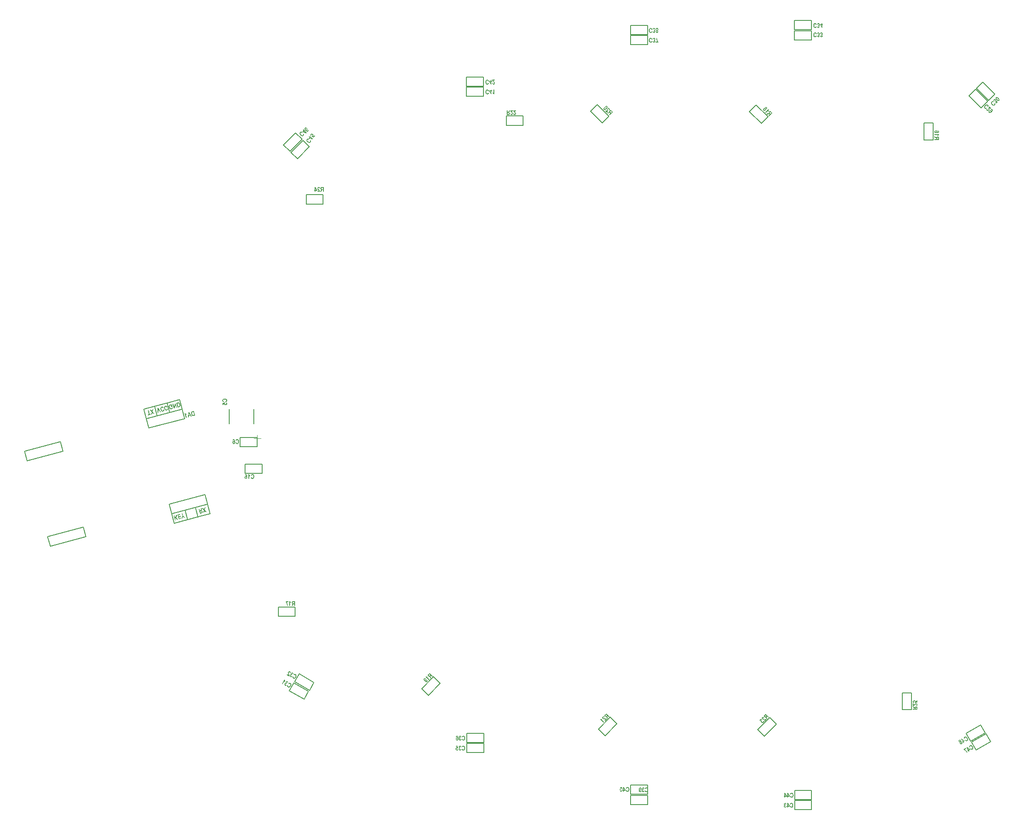
<source format=gbo>
G04*
G04 #@! TF.GenerationSoftware,Altium Limited,Altium Designer,22.7.1 (60)*
G04*
G04 Layer_Color=32896*
%FSLAX43Y43*%
%MOMM*%
G71*
G04*
G04 #@! TF.SameCoordinates,26706279-76B3-4EFB-AC1E-C542CE9A8173*
G04*
G04*
G04 #@! TF.FilePolarity,Positive*
G04*
G01*
G75*
%ADD10C,0.200*%
%ADD14C,0.150*%
%ADD15C,0.100*%
G36*
X335376Y518692D02*
X335731Y518315D01*
X335554Y518267D01*
X335330Y518504D01*
X335254Y518187D01*
X335077Y518140D01*
X335196Y518644D01*
X334806Y519053D01*
X334989Y519102D01*
X335241Y518834D01*
X335326Y519193D01*
X335509Y519242D01*
X335376Y518692D01*
D02*
G37*
G36*
X334756Y518849D02*
X334751Y518827D01*
X334747Y518806D01*
X334742Y518787D01*
X334738Y518770D01*
X334733Y518754D01*
X334730Y518740D01*
X334723Y518716D01*
X334717Y518698D01*
X334712Y518685D01*
X334710Y518677D01*
X334709Y518676D01*
X334701Y518657D01*
X334691Y518639D01*
X334681Y518622D01*
X334672Y518607D01*
X334663Y518595D01*
X334656Y518586D01*
X334652Y518579D01*
X334649Y518577D01*
X334686Y518578D01*
X334717Y518574D01*
X334747Y518568D01*
X334771Y518558D01*
X334791Y518550D01*
X334806Y518543D01*
X334815Y518536D01*
X334818Y518536D01*
X334818Y518534D01*
X334843Y518512D01*
X334865Y518487D01*
X334882Y518461D01*
X334894Y518435D01*
X334905Y518412D01*
X334909Y518401D01*
X334912Y518392D01*
X334915Y518385D01*
X334917Y518378D01*
X334918Y518376D01*
X334918Y518374D01*
X334925Y518343D01*
X334928Y518314D01*
X334930Y518287D01*
X334930Y518264D01*
X334928Y518245D01*
X334926Y518230D01*
X334924Y518221D01*
X334923Y518218D01*
X334916Y518193D01*
X334905Y518171D01*
X334896Y518152D01*
X334885Y518138D01*
X334875Y518125D01*
X334868Y518116D01*
X334862Y518111D01*
X334859Y518109D01*
X334849Y518102D01*
X334838Y518095D01*
X334813Y518080D01*
X334785Y518069D01*
X334758Y518057D01*
X334732Y518049D01*
X334720Y518045D01*
X334711Y518041D01*
X334369Y517950D01*
X334123Y518870D01*
X334275Y518911D01*
X334378Y518527D01*
X334427Y518540D01*
X334442Y518546D01*
X334455Y518551D01*
X334465Y518556D01*
X334473Y518560D01*
X334478Y518564D01*
X334480Y518566D01*
X334481Y518567D01*
X334490Y518573D01*
X334496Y518582D01*
X334506Y518598D01*
X334510Y518605D01*
X334513Y518612D01*
X334515Y518615D01*
X334516Y518617D01*
X334519Y518623D01*
X334522Y518633D01*
X334526Y518643D01*
X334529Y518654D01*
X334537Y518681D01*
X334544Y518707D01*
X334551Y518733D01*
X334553Y518744D01*
X334557Y518753D01*
X334559Y518761D01*
X334560Y518767D01*
X334562Y518772D01*
X334562Y518773D01*
X334617Y519003D01*
X334801Y519052D01*
X334756Y518849D01*
D02*
G37*
G36*
X329586Y517051D02*
X329965Y516770D01*
X329760Y516715D01*
X329340Y517043D01*
X329451Y516632D01*
X329298Y516591D01*
X329051Y517512D01*
X329204Y517552D01*
X329278Y517275D01*
X329443Y517154D01*
X329533Y517641D01*
X329732Y517694D01*
X329586Y517051D01*
D02*
G37*
G36*
X330967Y517610D02*
X331387Y517151D01*
X331210Y517103D01*
X330939Y517421D01*
X330860Y517010D01*
X330682Y516962D01*
X330815Y517568D01*
X330711Y517956D01*
X330864Y517997D01*
X330967Y517610D01*
D02*
G37*
G36*
X330426Y517714D02*
X330004Y517600D01*
X330071Y517350D01*
X330451Y517452D01*
X330493Y517296D01*
X330113Y517195D01*
X330167Y516990D01*
X330576Y517100D01*
X330618Y516945D01*
X330057Y516794D01*
X329810Y517715D01*
X330384Y517869D01*
X330426Y517714D01*
D02*
G37*
G36*
X324789Y538632D02*
X325145Y538254D01*
X324968Y538207D01*
X324744Y538443D01*
X324668Y538127D01*
X324491Y538079D01*
X324610Y538584D01*
X324220Y538993D01*
X324402Y539042D01*
X324655Y538774D01*
X324740Y539132D01*
X324922Y539181D01*
X324789Y538632D01*
D02*
G37*
G36*
X324181Y538162D02*
X324404Y538222D01*
X324446Y538067D01*
X323846Y537906D01*
X323804Y538061D01*
X324029Y538122D01*
X323824Y538887D01*
X323976Y538928D01*
X324181Y538162D01*
D02*
G37*
G36*
X329691Y539472D02*
X329549Y539434D01*
X329384Y540050D01*
X329239Y539351D01*
X329092Y539312D01*
X328845Y540232D01*
X328987Y540270D01*
X329147Y539671D01*
X329290Y540352D01*
X329444Y540393D01*
X329691Y539472D01*
D02*
G37*
G36*
X328529Y540133D02*
X328539Y540133D01*
X328549Y540133D01*
X328555Y540131D01*
X328561Y540130D01*
X328565Y540129D01*
X328566Y540130D01*
X328603Y540122D01*
X328636Y540112D01*
X328664Y540102D01*
X328689Y540091D01*
X328709Y540082D01*
X328722Y540074D01*
X328731Y540069D01*
X328734Y540067D01*
X328833Y539701D01*
X328504Y539613D01*
X328463Y539768D01*
X328637Y539815D01*
X328606Y539930D01*
X328588Y539940D01*
X328570Y539947D01*
X328552Y539952D01*
X328538Y539957D01*
X328524Y539961D01*
X328513Y539962D01*
X328507Y539964D01*
X328504Y539964D01*
X328484Y539966D01*
X328466Y539967D01*
X328449Y539966D01*
X328435Y539965D01*
X328424Y539963D01*
X328415Y539962D01*
X328407Y539960D01*
X328390Y539954D01*
X328374Y539948D01*
X328346Y539932D01*
X328322Y539913D01*
X328304Y539893D01*
X328291Y539875D01*
X328282Y539860D01*
X328276Y539849D01*
X328275Y539848D01*
X328274Y539846D01*
X328268Y539825D01*
X328263Y539805D01*
X328258Y539760D01*
X328258Y539715D01*
X328261Y539672D01*
X328263Y539653D01*
X328266Y539635D01*
X328268Y539618D01*
X328272Y539604D01*
X328273Y539593D01*
X328276Y539584D01*
X328277Y539578D01*
X328278Y539577D01*
X328287Y539549D01*
X328295Y539523D01*
X328304Y539499D01*
X328315Y539477D01*
X328324Y539458D01*
X328335Y539440D01*
X328345Y539425D01*
X328354Y539412D01*
X328363Y539400D01*
X328372Y539389D01*
X328380Y539381D01*
X328386Y539374D01*
X328392Y539369D01*
X328395Y539366D01*
X328399Y539364D01*
X328399Y539363D01*
X328415Y539352D01*
X328431Y539343D01*
X328445Y539337D01*
X328461Y539333D01*
X328491Y539326D01*
X328519Y539323D01*
X328543Y539324D01*
X328552Y539325D01*
X328561Y539326D01*
X328568Y539326D01*
X328578Y539329D01*
X328600Y539336D01*
X328620Y539346D01*
X328636Y539357D01*
X328650Y539369D01*
X328661Y539379D01*
X328668Y539388D01*
X328674Y539394D01*
X328675Y539396D01*
X328686Y539415D01*
X328695Y539436D01*
X328701Y539458D01*
X328704Y539477D01*
X328707Y539495D01*
X328708Y539508D01*
X328708Y539518D01*
X328709Y539520D01*
X328708Y539521D01*
X328869Y539528D01*
X328870Y539502D01*
X328871Y539477D01*
X328868Y539455D01*
X328865Y539432D01*
X328862Y539412D01*
X328857Y539393D01*
X328852Y539376D01*
X328847Y539360D01*
X328842Y539346D01*
X328836Y539332D01*
X328830Y539322D01*
X328827Y539312D01*
X328823Y539306D01*
X328820Y539300D01*
X328818Y539298D01*
X328817Y539297D01*
X328805Y539280D01*
X328790Y539265D01*
X328775Y539250D01*
X328760Y539237D01*
X328728Y539216D01*
X328694Y539198D01*
X328680Y539191D01*
X328666Y539186D01*
X328652Y539181D01*
X328642Y539177D01*
X328633Y539173D01*
X328619Y539169D01*
X328577Y539161D01*
X328539Y539156D01*
X328504Y539157D01*
X328473Y539159D01*
X328459Y539161D01*
X328447Y539162D01*
X328436Y539165D01*
X328428Y539168D01*
X328421Y539169D01*
X328416Y539170D01*
X328412Y539172D01*
X328411Y539172D01*
X328377Y539186D01*
X328344Y539205D01*
X328315Y539225D01*
X328289Y539247D01*
X328268Y539266D01*
X328258Y539274D01*
X328251Y539282D01*
X328246Y539288D01*
X328241Y539293D01*
X328238Y539296D01*
X328237Y539297D01*
X328210Y539335D01*
X328186Y539376D01*
X328164Y539417D01*
X328148Y539456D01*
X328140Y539474D01*
X328134Y539490D01*
X328129Y539506D01*
X328125Y539518D01*
X328121Y539529D01*
X328119Y539537D01*
X328118Y539543D01*
X328117Y539544D01*
X328106Y539598D01*
X328098Y539648D01*
X328094Y539672D01*
X328093Y539694D01*
X328093Y539716D01*
X328092Y539734D01*
X328092Y539752D01*
X328094Y539768D01*
X328094Y539782D01*
X328094Y539793D01*
X328096Y539802D01*
X328096Y539808D01*
X328098Y539813D01*
X328097Y539814D01*
X328107Y539858D01*
X328120Y539897D01*
X328136Y539931D01*
X328152Y539960D01*
X328166Y539983D01*
X328179Y540000D01*
X328183Y540007D01*
X328186Y540011D01*
X328189Y540013D01*
X328190Y540014D01*
X328218Y540041D01*
X328248Y540064D01*
X328279Y540082D01*
X328308Y540097D01*
X328320Y540103D01*
X328334Y540108D01*
X328344Y540113D01*
X328354Y540115D01*
X328362Y540119D01*
X328372Y540122D01*
X328407Y540130D01*
X328441Y540133D01*
X328474Y540134D01*
X328503Y540135D01*
X328529Y540133D01*
D02*
G37*
G36*
X330034Y540528D02*
X330043Y540527D01*
X330046Y540526D01*
X330071Y540521D01*
X330093Y540514D01*
X330113Y540506D01*
X330131Y540498D01*
X330145Y540490D01*
X330157Y540483D01*
X330164Y540479D01*
X330166Y540477D01*
X330186Y540460D01*
X330206Y540441D01*
X330225Y540421D01*
X330240Y540400D01*
X330254Y540383D01*
X330263Y540369D01*
X330268Y540363D01*
X330270Y540359D01*
X330272Y540357D01*
X330273Y540355D01*
X330292Y540324D01*
X330308Y540290D01*
X330321Y540256D01*
X330334Y540224D01*
X330338Y540209D01*
X330343Y540196D01*
X330347Y540184D01*
X330350Y540174D01*
X330353Y540166D01*
X330354Y540160D01*
X330356Y540155D01*
X330356Y540154D01*
X330367Y540106D01*
X330376Y540063D01*
X330380Y540042D01*
X330382Y540024D01*
X330384Y540007D01*
X330386Y539991D01*
X330387Y539977D01*
X330388Y539964D01*
X330388Y539953D01*
X330389Y539944D01*
X330389Y539937D01*
X330389Y539931D01*
X330389Y539928D01*
X330389Y539927D01*
X330387Y539891D01*
X330384Y539859D01*
X330378Y539832D01*
X330371Y539808D01*
X330367Y539788D01*
X330362Y539773D01*
X330358Y539765D01*
X330356Y539762D01*
X330343Y539738D01*
X330331Y539717D01*
X330317Y539699D01*
X330305Y539684D01*
X330294Y539672D01*
X330286Y539663D01*
X330280Y539658D01*
X330278Y539656D01*
X330258Y539642D01*
X330234Y539630D01*
X330209Y539617D01*
X330184Y539607D01*
X330161Y539600D01*
X330152Y539597D01*
X330144Y539594D01*
X329849Y539515D01*
X329602Y540435D01*
X329888Y540512D01*
X329921Y540519D01*
X329952Y540524D01*
X329979Y540527D01*
X330002Y540528D01*
X330021Y540528D01*
X330034Y540528D01*
D02*
G37*
G36*
X327507Y539866D02*
X327524Y539864D01*
X327539Y539861D01*
X327553Y539857D01*
X327566Y539853D01*
X327577Y539850D01*
X327585Y539847D01*
X327593Y539844D01*
X327598Y539841D01*
X327601Y539841D01*
X327603Y539840D01*
X327622Y539829D01*
X327640Y539817D01*
X327672Y539788D01*
X327703Y539756D01*
X327729Y539723D01*
X327741Y539707D01*
X327751Y539692D01*
X327759Y539679D01*
X327766Y539667D01*
X327772Y539657D01*
X327777Y539650D01*
X327779Y539645D01*
X327780Y539643D01*
X327647Y539546D01*
X327629Y539581D01*
X327610Y539608D01*
X327593Y539631D01*
X327577Y539649D01*
X327563Y539663D01*
X327552Y539671D01*
X327545Y539677D01*
X327543Y539679D01*
X327522Y539690D01*
X327501Y539697D01*
X327481Y539701D01*
X327464Y539702D01*
X327449Y539701D01*
X327437Y539699D01*
X327429Y539698D01*
X327427Y539698D01*
X327412Y539692D01*
X327399Y539687D01*
X327374Y539672D01*
X327355Y539654D01*
X327340Y539635D01*
X327327Y539618D01*
X327319Y539603D01*
X327315Y539593D01*
X327312Y539591D01*
X327313Y539590D01*
X327308Y539573D01*
X327305Y539554D01*
X327303Y539533D01*
X327303Y539513D01*
X327304Y539469D01*
X327310Y539427D01*
X327312Y539407D01*
X327315Y539389D01*
X327318Y539372D01*
X327322Y539359D01*
X327324Y539346D01*
X327326Y539338D01*
X327328Y539331D01*
X327328Y539330D01*
X327336Y539300D01*
X327347Y539272D01*
X327356Y539247D01*
X327365Y539224D01*
X327375Y539204D01*
X327385Y539184D01*
X327394Y539168D01*
X327403Y539154D01*
X327412Y539142D01*
X327419Y539131D01*
X327426Y539122D01*
X327432Y539115D01*
X327438Y539111D01*
X327441Y539106D01*
X327444Y539105D01*
X327444Y539104D01*
X327459Y539093D01*
X327473Y539085D01*
X327486Y539079D01*
X327499Y539073D01*
X327526Y539066D01*
X327550Y539064D01*
X327570Y539063D01*
X327586Y539065D01*
X327592Y539065D01*
X327600Y539067D01*
X327622Y539074D01*
X327639Y539085D01*
X327654Y539094D01*
X327667Y539107D01*
X327677Y539117D01*
X327685Y539126D01*
X327689Y539133D01*
X327690Y539135D01*
X327701Y539155D01*
X327708Y539176D01*
X327714Y539198D01*
X327717Y539219D01*
X327718Y539237D01*
X327718Y539252D01*
X327718Y539258D01*
X327717Y539262D01*
X327718Y539263D01*
X327718Y539265D01*
X327881Y539262D01*
X327881Y539238D01*
X327880Y539216D01*
X327878Y539195D01*
X327876Y539174D01*
X327872Y539156D01*
X327870Y539139D01*
X327865Y539125D01*
X327861Y539111D01*
X327857Y539098D01*
X327853Y539086D01*
X327850Y539077D01*
X327846Y539069D01*
X327843Y539063D01*
X327842Y539059D01*
X327841Y539056D01*
X327840Y539055D01*
X327827Y539036D01*
X327813Y539017D01*
X327799Y539000D01*
X327784Y538985D01*
X327769Y538972D01*
X327753Y538960D01*
X327722Y538940D01*
X327708Y538932D01*
X327695Y538926D01*
X327683Y538921D01*
X327672Y538917D01*
X327663Y538913D01*
X327651Y538910D01*
X327622Y538903D01*
X327594Y538900D01*
X327568Y538899D01*
X327541Y538899D01*
X327517Y538903D01*
X327494Y538907D01*
X327472Y538913D01*
X327453Y538918D01*
X327435Y538925D01*
X327419Y538932D01*
X327405Y538939D01*
X327393Y538946D01*
X327385Y538951D01*
X327378Y538955D01*
X327374Y538958D01*
X327372Y538959D01*
X327346Y538980D01*
X327322Y539004D01*
X327301Y539029D01*
X327281Y539056D01*
X327261Y539084D01*
X327245Y539112D01*
X327230Y539140D01*
X327217Y539168D01*
X327205Y539195D01*
X327195Y539218D01*
X327186Y539240D01*
X327179Y539260D01*
X327175Y539275D01*
X327170Y539287D01*
X327168Y539296D01*
X327168Y539297D01*
X327167Y539298D01*
X327158Y539339D01*
X327150Y539378D01*
X327146Y539417D01*
X327144Y539452D01*
X327143Y539486D01*
X327144Y539517D01*
X327146Y539547D01*
X327151Y539573D01*
X327155Y539597D01*
X327159Y539619D01*
X327163Y539637D01*
X327168Y539651D01*
X327172Y539664D01*
X327175Y539674D01*
X327176Y539679D01*
X327177Y539680D01*
X327190Y539706D01*
X327204Y539727D01*
X327219Y539747D01*
X327236Y539766D01*
X327254Y539783D01*
X327270Y539797D01*
X327287Y539809D01*
X327305Y539821D01*
X327321Y539830D01*
X327336Y539838D01*
X327351Y539844D01*
X327363Y539850D01*
X327374Y539853D01*
X327380Y539856D01*
X327387Y539858D01*
X327409Y539862D01*
X327430Y539866D01*
X327470Y539868D01*
X327507Y539866D01*
D02*
G37*
G36*
X326746Y539663D02*
X326763Y539660D01*
X326778Y539657D01*
X326792Y539653D01*
X326805Y539649D01*
X326816Y539646D01*
X326824Y539643D01*
X326832Y539640D01*
X326837Y539637D01*
X326840Y539637D01*
X326842Y539636D01*
X326861Y539625D01*
X326879Y539613D01*
X326911Y539584D01*
X326942Y539552D01*
X326968Y539519D01*
X326980Y539503D01*
X326989Y539488D01*
X326998Y539475D01*
X327005Y539463D01*
X327011Y539453D01*
X327015Y539446D01*
X327018Y539441D01*
X327019Y539439D01*
X326886Y539342D01*
X326868Y539377D01*
X326849Y539404D01*
X326832Y539427D01*
X326816Y539445D01*
X326802Y539459D01*
X326791Y539467D01*
X326784Y539473D01*
X326781Y539475D01*
X326761Y539486D01*
X326740Y539493D01*
X326720Y539497D01*
X326702Y539498D01*
X326688Y539497D01*
X326675Y539495D01*
X326668Y539494D01*
X326666Y539494D01*
X326651Y539488D01*
X326638Y539483D01*
X326613Y539468D01*
X326594Y539450D01*
X326579Y539431D01*
X326566Y539414D01*
X326558Y539399D01*
X326553Y539389D01*
X326551Y539387D01*
X326551Y539386D01*
X326547Y539369D01*
X326543Y539350D01*
X326542Y539329D01*
X326541Y539309D01*
X326543Y539265D01*
X326548Y539223D01*
X326551Y539203D01*
X326554Y539185D01*
X326557Y539168D01*
X326561Y539155D01*
X326563Y539142D01*
X326565Y539134D01*
X326567Y539127D01*
X326567Y539126D01*
X326575Y539096D01*
X326586Y539068D01*
X326595Y539043D01*
X326604Y539020D01*
X326614Y539000D01*
X326624Y538980D01*
X326632Y538964D01*
X326642Y538950D01*
X326651Y538938D01*
X326658Y538927D01*
X326665Y538918D01*
X326671Y538911D01*
X326677Y538907D01*
X326680Y538902D01*
X326683Y538901D01*
X326683Y538900D01*
X326698Y538889D01*
X326711Y538881D01*
X326725Y538875D01*
X326738Y538869D01*
X326765Y538862D01*
X326789Y538860D01*
X326809Y538859D01*
X326825Y538861D01*
X326831Y538861D01*
X326839Y538863D01*
X326860Y538870D01*
X326878Y538881D01*
X326893Y538891D01*
X326906Y538903D01*
X326916Y538913D01*
X326924Y538922D01*
X326928Y538929D01*
X326929Y538931D01*
X326939Y538951D01*
X326947Y538972D01*
X326953Y538994D01*
X326956Y539015D01*
X326957Y539033D01*
X326957Y539048D01*
X326957Y539054D01*
X326956Y539058D01*
X326957Y539059D01*
X326957Y539061D01*
X327119Y539058D01*
X327120Y539034D01*
X327119Y539012D01*
X327117Y538991D01*
X327115Y538970D01*
X327111Y538952D01*
X327109Y538935D01*
X327104Y538921D01*
X327100Y538907D01*
X327096Y538894D01*
X327092Y538883D01*
X327089Y538873D01*
X327085Y538865D01*
X327082Y538859D01*
X327080Y538855D01*
X327080Y538852D01*
X327078Y538851D01*
X327066Y538832D01*
X327052Y538813D01*
X327038Y538797D01*
X327023Y538781D01*
X327007Y538768D01*
X326992Y538756D01*
X326960Y538736D01*
X326947Y538728D01*
X326934Y538722D01*
X326922Y538717D01*
X326911Y538713D01*
X326902Y538709D01*
X326890Y538706D01*
X326861Y538699D01*
X326832Y538696D01*
X326807Y538695D01*
X326780Y538695D01*
X326756Y538699D01*
X326733Y538703D01*
X326711Y538709D01*
X326692Y538714D01*
X326674Y538721D01*
X326658Y538728D01*
X326644Y538735D01*
X326632Y538742D01*
X326623Y538747D01*
X326616Y538751D01*
X326613Y538754D01*
X326611Y538755D01*
X326585Y538776D01*
X326561Y538800D01*
X326540Y538825D01*
X326519Y538852D01*
X326500Y538880D01*
X326484Y538908D01*
X326469Y538936D01*
X326456Y538965D01*
X326444Y538991D01*
X326434Y539014D01*
X326425Y539036D01*
X326418Y539057D01*
X326414Y539072D01*
X326409Y539083D01*
X326407Y539092D01*
X326407Y539093D01*
X326406Y539094D01*
X326397Y539135D01*
X326389Y539174D01*
X326385Y539213D01*
X326382Y539248D01*
X326382Y539282D01*
X326383Y539313D01*
X326385Y539343D01*
X326390Y539369D01*
X326393Y539393D01*
X326398Y539415D01*
X326402Y539433D01*
X326406Y539448D01*
X326410Y539460D01*
X326414Y539470D01*
X326415Y539475D01*
X326416Y539476D01*
X326428Y539502D01*
X326443Y539523D01*
X326458Y539543D01*
X326475Y539562D01*
X326492Y539579D01*
X326509Y539593D01*
X326526Y539605D01*
X326543Y539617D01*
X326560Y539626D01*
X326575Y539634D01*
X326590Y539640D01*
X326601Y539646D01*
X326612Y539649D01*
X326619Y539652D01*
X326626Y539654D01*
X326648Y539658D01*
X326669Y539662D01*
X326709Y539664D01*
X326746Y539663D01*
D02*
G37*
G36*
X326480Y538612D02*
X326317Y538568D01*
X325950Y539201D01*
X325942Y538468D01*
X325777Y538424D01*
X325799Y539416D01*
X325965Y539461D01*
X326480Y538612D01*
D02*
G37*
G36*
X339474Y541299D02*
X339514Y541296D01*
X339552Y541290D01*
X339587Y541283D01*
X339619Y541275D01*
X339649Y541266D01*
X339677Y541256D01*
X339701Y541245D01*
X339724Y541235D01*
X339744Y541225D01*
X339760Y541217D01*
X339773Y541208D01*
X339784Y541201D01*
X339793Y541196D01*
X339797Y541193D01*
X339798Y541191D01*
X339820Y541173D01*
X339837Y541153D01*
X339852Y541134D01*
X339866Y541112D01*
X339877Y541091D01*
X339887Y541072D01*
X339894Y541052D01*
X339901Y541032D01*
X339906Y541014D01*
X339910Y540997D01*
X339911Y540981D01*
X339914Y540969D01*
Y540957D01*
X339915Y540950D01*
Y540943D01*
X339914Y540921D01*
X339913Y540900D01*
X339904Y540860D01*
X339893Y540825D01*
X339886Y540809D01*
X339879Y540795D01*
X339872Y540783D01*
X339865Y540771D01*
X339859Y540761D01*
X339853Y540754D01*
X339849Y540747D01*
X339845Y540743D01*
X339844Y540740D01*
X339842Y540739D01*
X339827Y540723D01*
X339811Y540709D01*
X339775Y540685D01*
X339735Y540664D01*
X339697Y540647D01*
X339679Y540640D01*
X339662Y540635D01*
X339646Y540630D01*
X339634Y540626D01*
X339622Y540623D01*
X339614Y540621D01*
X339608Y540619D01*
X339607D01*
X339548Y540773D01*
X339586Y540781D01*
X339617Y540792D01*
X339643Y540802D01*
X339665Y540814D01*
X339681Y540824D01*
X339693Y540832D01*
X339700Y540838D01*
X339703Y540839D01*
X339718Y540856D01*
X339731Y540874D01*
X339739Y540893D01*
X339745Y540909D01*
X339748Y540924D01*
X339749Y540936D01*
X339751Y540943D01*
Y540946D01*
X339749Y540962D01*
X339748Y540976D01*
X339739Y541004D01*
X339727Y541027D01*
X339713Y541046D01*
X339700Y541063D01*
X339687Y541074D01*
X339679Y541081D01*
X339677Y541084D01*
X339676D01*
X339660Y541093D01*
X339643Y541101D01*
X339624Y541108D01*
X339604Y541114D01*
X339562Y541124D01*
X339519Y541129D01*
X339500Y541132D01*
X339481Y541134D01*
X339464Y541135D01*
X339450D01*
X339438Y541136D01*
X339429D01*
X339422D01*
X339421D01*
X339390D01*
X339360Y541134D01*
X339333Y541131D01*
X339309Y541128D01*
X339287Y541124D01*
X339266Y541120D01*
X339247Y541115D01*
X339232Y541110D01*
X339218Y541104D01*
X339205Y541100D01*
X339195Y541096D01*
X339187Y541091D01*
X339181Y541087D01*
X339175Y541086D01*
X339174Y541083D01*
X339173D01*
X339159Y541072D01*
X339147Y541060D01*
X339137Y541049D01*
X339129Y541038D01*
X339115Y541014D01*
X339106Y540991D01*
X339101Y540972D01*
X339098Y540956D01*
X339096Y540950D01*
Y540942D01*
X339098Y540919D01*
X339104Y540900D01*
X339109Y540883D01*
X339118Y540867D01*
X339125Y540855D01*
X339132Y540845D01*
X339137Y540839D01*
X339139Y540838D01*
X339156Y540822D01*
X339174Y540809D01*
X339194Y540798D01*
X339213Y540790D01*
X339230Y540784D01*
X339244Y540780D01*
X339250Y540778D01*
X339254D01*
X339256Y540777D01*
X339257D01*
X339212Y540621D01*
X339190Y540626D01*
X339168Y540633D01*
X339149Y540640D01*
X339129Y540647D01*
X339112Y540656D01*
X339096Y540663D01*
X339084Y540671D01*
X339071Y540678D01*
X339060Y540685D01*
X339050Y540692D01*
X339042Y540698D01*
X339034Y540704D01*
X339030Y540708D01*
X339026Y540711D01*
X339023Y540712D01*
Y540714D01*
X339008Y540730D01*
X338994Y540749D01*
X338981Y540767D01*
X338970Y540785D01*
X338961Y540804D01*
X338954Y540822D01*
X338943Y540857D01*
X338939Y540873D01*
X338936Y540887D01*
X338934Y540900D01*
X338933Y540911D01*
X338932Y540921D01*
Y540933D01*
X338933Y540963D01*
X338937Y540991D01*
X338943Y541017D01*
X338950Y541042D01*
X338960Y541065D01*
X338970Y541086D01*
X338981Y541105D01*
X338991Y541122D01*
X339002Y541138D01*
X339013Y541152D01*
X339023Y541163D01*
X339033Y541173D01*
X339040Y541180D01*
X339046Y541186D01*
X339050Y541189D01*
X339051Y541190D01*
X339078Y541210D01*
X339108Y541227D01*
X339137Y541241D01*
X339168Y541253D01*
X339201Y541265D01*
X339232Y541273D01*
X339263Y541280D01*
X339294Y541286D01*
X339322Y541290D01*
X339347Y541294D01*
X339371Y541297D01*
X339393Y541299D01*
X339408D01*
X339421Y541300D01*
X339429D01*
X339431D01*
X339432D01*
X339474Y541299D01*
D02*
G37*
G36*
X339698Y540508D02*
X339720Y540502D01*
X339738Y540496D01*
X339755Y540489D01*
X339770Y540482D01*
X339786Y540475D01*
X339798Y540468D01*
X339810Y540461D01*
X339820Y540454D01*
X339828Y540449D01*
X339835Y540443D01*
X339841Y540439D01*
X339845Y540434D01*
X339846Y540433D01*
X339848Y540432D01*
X339859Y540418D01*
X339870Y540403D01*
X339887Y540375D01*
X339899Y540346D01*
X339907Y540319D01*
X339911Y540295D01*
X339914Y540284D01*
Y540275D01*
X339915Y540268D01*
Y540258D01*
X339914Y540234D01*
X339911Y540213D01*
X339906Y540192D01*
X339899Y540174D01*
X339892Y540155D01*
X339883Y540140D01*
X339873Y540124D01*
X339863Y540112D01*
X339853Y540100D01*
X339844Y540089D01*
X339835Y540081D01*
X339828Y540074D01*
X339821Y540068D01*
X339815Y540064D01*
X339813Y540062D01*
X339811Y540061D01*
X339791Y540048D01*
X339770Y540037D01*
X339751Y540028D01*
X339731Y540020D01*
X339691Y540007D01*
X339656Y539999D01*
X339639Y539996D01*
X339625Y539995D01*
X339612Y539992D01*
X339601D01*
X339593Y539990D01*
X339586D01*
X339581D01*
X339580D01*
X339552Y539992D01*
X339525Y539993D01*
X339501Y539997D01*
X339477Y540003D01*
X339456Y540009D01*
X339435Y540016D01*
X339416Y540024D01*
X339400Y540031D01*
X339385Y540038D01*
X339373Y540047D01*
X339362Y540054D01*
X339352Y540059D01*
X339345Y540065D01*
X339339Y540068D01*
X339336Y540071D01*
X339335Y540072D01*
X339322Y540085D01*
X339311Y540098D01*
X339301Y540110D01*
X339292Y540124D01*
X339280Y540151D01*
X339270Y540175D01*
X339266Y540198D01*
X339264Y540206D01*
X339263Y540215D01*
X339261Y540222D01*
Y540230D01*
X339263Y540250D01*
X339267Y540268D01*
X339271Y540285D01*
X339277Y540301D01*
X339284Y540315D01*
X339288Y540324D01*
X339292Y540330D01*
X339294Y540333D01*
X339130Y540308D01*
Y540026D01*
X338960D01*
Y540422D01*
X339456Y540498D01*
X339477Y540377D01*
X339464Y540367D01*
X339455Y540357D01*
X339445Y540347D01*
X339438Y540337D01*
X339425Y540317D01*
X339416Y540299D01*
X339412Y540284D01*
X339409Y540272D01*
X339408Y540264D01*
Y540261D01*
X339409Y540243D01*
X339415Y540227D01*
X339422Y540212D01*
X339429Y540200D01*
X339438Y540191D01*
X339445Y540184D01*
X339450Y540179D01*
X339452Y540178D01*
X339470Y540167D01*
X339490Y540158D01*
X339512Y540153D01*
X339533Y540148D01*
X339553Y540145D01*
X339569Y540144D01*
X339576D01*
X339580D01*
X339583D01*
X339584D01*
X339617Y540145D01*
X339646Y540150D01*
X339670Y540155D01*
X339690Y540161D01*
X339704Y540167D01*
X339715Y540172D01*
X339721Y540176D01*
X339724Y540178D01*
X339739Y540191D01*
X339749Y540203D01*
X339758Y540217D01*
X339763Y540230D01*
X339766Y540240D01*
X339767Y540248D01*
X339769Y540255D01*
Y540257D01*
X339767Y540271D01*
X339763Y540284D01*
X339758Y540296D01*
X339751Y540306D01*
X339745Y540315D01*
X339739Y540322D01*
X339735Y540326D01*
X339734Y540327D01*
X339720Y540339D01*
X339703Y540347D01*
X339687Y540354D01*
X339672Y540358D01*
X339658Y540361D01*
X339645Y540364D01*
X339638Y540365D01*
X339635D01*
X339655Y540515D01*
X339698Y540508D01*
D02*
G37*
G36*
X341255Y533054D02*
X341278Y533052D01*
X341298Y533044D01*
X341317Y533037D01*
X341353Y533019D01*
X341368Y533009D01*
X341382Y532998D01*
X341395Y532987D01*
X341406Y532977D01*
X341416Y532967D01*
X341425Y532958D01*
X341430Y532951D01*
X341434Y532946D01*
X341437Y532942D01*
X341439Y532940D01*
X341453Y532918D01*
X341464Y532891D01*
X341475Y532863D01*
X341484Y532833D01*
X341498Y532771D01*
X341508Y532709D01*
X341511Y532679D01*
X341513Y532653D01*
X341515Y532629D01*
X341516Y532606D01*
X341518Y532589D01*
Y532575D01*
Y532567D01*
Y532565D01*
Y532564D01*
X341516Y532517D01*
X341515Y532474D01*
X341511Y532434D01*
X341506Y532397D01*
X341499Y532364D01*
X341494Y532334D01*
X341487Y532306D01*
X341480Y532282D01*
X341473Y532261D01*
X341465Y532244D01*
X341458Y532228D01*
X341453Y532216D01*
X341449Y532207D01*
X341444Y532200D01*
X341443Y532196D01*
X341441Y532194D01*
X341426Y532175D01*
X341410Y532158D01*
X341395Y532144D01*
X341378Y532131D01*
X341363Y532120D01*
X341346Y532111D01*
X341330Y532104D01*
X341315Y532099D01*
X341288Y532090D01*
X341277Y532087D01*
X341267Y532086D01*
X341258D01*
X341253Y532084D01*
X341247D01*
X341227Y532086D01*
X341209Y532089D01*
X341191Y532093D01*
X341174Y532097D01*
X341143Y532111D01*
X341117Y532127D01*
X341096Y532142D01*
X341088Y532149D01*
X341081Y532156D01*
X341075Y532161D01*
X341071Y532165D01*
X341069Y532168D01*
X341068Y532169D01*
X341055Y532186D01*
X341044Y532204D01*
X341034Y532223D01*
X341026Y532242D01*
X341013Y532282D01*
X341003Y532318D01*
X341000Y532337D01*
X340999Y532352D01*
X340997Y532368D01*
X340996Y532381D01*
X340995Y532390D01*
Y532397D01*
Y532403D01*
Y532404D01*
X340996Y532430D01*
X340997Y532455D01*
X341000Y532478D01*
X341006Y532500D01*
X341010Y532520D01*
X341016Y532538D01*
X341023Y532555D01*
X341028Y532571D01*
X341035Y532585D01*
X341041Y532598D01*
X341048Y532607D01*
X341052Y532616D01*
X341057Y532623D01*
X341061Y532627D01*
X341062Y532630D01*
X341064Y532631D01*
X341076Y532647D01*
X341090Y532660D01*
X341103Y532671D01*
X341117Y532681D01*
X341130Y532689D01*
X341144Y532696D01*
X341168Y532706D01*
X341191Y532713D01*
X341199Y532715D01*
X341207Y532716D01*
X341215Y532717D01*
X341223D01*
X341238Y532716D01*
X341253Y532715D01*
X341267Y532710D01*
X341278Y532708D01*
X341286Y532703D01*
X341295Y532699D01*
X341299Y532698D01*
X341301Y532696D01*
X341313Y532688D01*
X341324Y532678D01*
X341334Y532668D01*
X341344Y532658D01*
X341351Y532650D01*
X341357Y532643D01*
X341361Y532637D01*
X341363Y532636D01*
X341361Y532665D01*
X341358Y532692D01*
X341355Y532716D01*
X341353Y532737D01*
X341350Y532757D01*
X341346Y532775D01*
X341343Y532791D01*
X341339Y532805D01*
X341336Y532816D01*
X341333Y532826D01*
X341329Y532834D01*
X341327Y532840D01*
X341324Y532846D01*
X341323Y532849D01*
X341322Y532851D01*
X341309Y532870D01*
X341295Y532882D01*
X341282Y532892D01*
X341270Y532898D01*
X341258Y532902D01*
X341250Y532904D01*
X341243Y532905D01*
X341241D01*
X341229Y532904D01*
X341216Y532901D01*
X341206Y532895D01*
X341196Y532888D01*
X341181Y532871D01*
X341171Y532853D01*
X341162Y532833D01*
X341158Y532816D01*
X341157Y532809D01*
X341155Y532803D01*
Y532801D01*
Y532799D01*
X341010Y532819D01*
X341019Y532861D01*
X341028Y532896D01*
X341041Y532927D01*
X341054Y532953D01*
X341066Y532971D01*
X341076Y532985D01*
X341083Y532994D01*
X341086Y532997D01*
X341109Y533016D01*
X341134Y533030D01*
X341158Y533042D01*
X341182Y533049D01*
X341202Y533053D01*
X341219Y533054D01*
X341224Y533056D01*
X341233D01*
X341255Y533054D01*
D02*
G37*
G36*
X341963Y533067D02*
X341991Y533063D01*
X342017Y533057D01*
X342042Y533050D01*
X342065Y533040D01*
X342086Y533030D01*
X342105Y533019D01*
X342122Y533009D01*
X342138Y532998D01*
X342152Y532987D01*
X342163Y532977D01*
X342173Y532967D01*
X342180Y532960D01*
X342186Y532954D01*
X342189Y532950D01*
X342190Y532949D01*
X342210Y532922D01*
X342227Y532892D01*
X342241Y532863D01*
X342253Y532832D01*
X342265Y532799D01*
X342273Y532768D01*
X342280Y532737D01*
X342286Y532706D01*
X342290Y532678D01*
X342294Y532653D01*
X342297Y532629D01*
X342299Y532607D01*
Y532592D01*
X342300Y532579D01*
Y532571D01*
Y532569D01*
Y532568D01*
X342299Y532526D01*
X342296Y532486D01*
X342290Y532448D01*
X342283Y532413D01*
X342275Y532381D01*
X342266Y532351D01*
X342256Y532323D01*
X342245Y532299D01*
X342235Y532276D01*
X342225Y532256D01*
X342217Y532240D01*
X342208Y532227D01*
X342201Y532216D01*
X342196Y532207D01*
X342193Y532203D01*
X342191Y532201D01*
X342173Y532180D01*
X342153Y532163D01*
X342134Y532148D01*
X342113Y532134D01*
X342091Y532123D01*
X342072Y532113D01*
X342052Y532106D01*
X342032Y532099D01*
X342014Y532094D01*
X341997Y532090D01*
X341981Y532089D01*
X341969Y532086D01*
X341957D01*
X341950Y532084D01*
X341943D01*
X341921Y532086D01*
X341900Y532087D01*
X341860Y532096D01*
X341825Y532107D01*
X341809Y532114D01*
X341795Y532121D01*
X341783Y532128D01*
X341771Y532135D01*
X341762Y532141D01*
X341754Y532147D01*
X341747Y532151D01*
X341743Y532155D01*
X341740Y532156D01*
X341739Y532158D01*
X341723Y532173D01*
X341709Y532189D01*
X341685Y532225D01*
X341664Y532265D01*
X341647Y532303D01*
X341640Y532321D01*
X341635Y532338D01*
X341630Y532354D01*
X341626Y532366D01*
X341623Y532378D01*
X341621Y532386D01*
X341619Y532392D01*
Y532393D01*
X341773Y532452D01*
X341781Y532414D01*
X341793Y532383D01*
X341802Y532357D01*
X341814Y532335D01*
X341824Y532318D01*
X341832Y532307D01*
X341838Y532300D01*
X341839Y532297D01*
X341856Y532282D01*
X341874Y532269D01*
X341893Y532261D01*
X341910Y532255D01*
X341924Y532252D01*
X341936Y532251D01*
X341943Y532249D01*
X341946D01*
X341962Y532251D01*
X341976Y532252D01*
X342004Y532261D01*
X342027Y532273D01*
X342046Y532287D01*
X342063Y532300D01*
X342074Y532313D01*
X342082Y532321D01*
X342084Y532323D01*
Y532324D01*
X342093Y532340D01*
X342101Y532357D01*
X342108Y532376D01*
X342114Y532396D01*
X342124Y532438D01*
X342129Y532481D01*
X342132Y532500D01*
X342134Y532519D01*
X342135Y532536D01*
Y532550D01*
X342136Y532562D01*
Y532571D01*
Y532578D01*
Y532579D01*
Y532610D01*
X342134Y532640D01*
X342131Y532667D01*
X342128Y532691D01*
X342124Y532713D01*
X342120Y532734D01*
X342115Y532753D01*
X342110Y532768D01*
X342104Y532782D01*
X342100Y532795D01*
X342096Y532805D01*
X342091Y532813D01*
X342087Y532819D01*
X342086Y532825D01*
X342083Y532826D01*
Y532827D01*
X342072Y532841D01*
X342060Y532853D01*
X342049Y532863D01*
X342038Y532871D01*
X342014Y532885D01*
X341991Y532894D01*
X341972Y532899D01*
X341956Y532902D01*
X341950Y532904D01*
X341942D01*
X341919Y532902D01*
X341900Y532896D01*
X341883Y532891D01*
X341867Y532882D01*
X341855Y532875D01*
X341845Y532868D01*
X341839Y532863D01*
X341838Y532861D01*
X341822Y532844D01*
X341809Y532826D01*
X341798Y532806D01*
X341790Y532786D01*
X341784Y532770D01*
X341780Y532755D01*
X341778Y532750D01*
Y532746D01*
X341777Y532744D01*
Y532743D01*
X341621Y532788D01*
X341626Y532810D01*
X341633Y532832D01*
X341640Y532851D01*
X341647Y532871D01*
X341656Y532888D01*
X341663Y532904D01*
X341671Y532916D01*
X341678Y532929D01*
X341685Y532940D01*
X341692Y532950D01*
X341698Y532958D01*
X341704Y532966D01*
X341708Y532970D01*
X341711Y532974D01*
X341712Y532977D01*
X341714D01*
X341730Y532992D01*
X341749Y533006D01*
X341767Y533019D01*
X341785Y533030D01*
X341804Y533039D01*
X341822Y533046D01*
X341857Y533057D01*
X341873Y533061D01*
X341887Y533064D01*
X341900Y533066D01*
X341911Y533067D01*
X341921Y533068D01*
X341933D01*
X341963Y533067D01*
D02*
G37*
G36*
X344367Y525925D02*
X344381Y525897D01*
X344396Y525871D01*
X344412Y525850D01*
X344426Y525832D01*
X344437Y525818D01*
X344446Y525809D01*
X344447Y525808D01*
X344448Y525806D01*
X344474Y525784D01*
X344498Y525765D01*
X344519Y525750D01*
X344539Y525737D01*
X344556Y525729D01*
X344567Y525722D01*
X344575Y525719D01*
X344577Y525718D01*
X344578D01*
Y525551D01*
X344539Y525570D01*
X344501Y525591D01*
X344468Y525615D01*
X344440Y525637D01*
X344427Y525647D01*
X344416Y525657D01*
X344406Y525667D01*
X344399Y525674D01*
X344392Y525681D01*
X344388Y525685D01*
X344385Y525688D01*
X344384Y525689D01*
Y525000D01*
X344233D01*
Y525956D01*
X344355D01*
X344367Y525925D01*
D02*
G37*
G36*
X343748Y525954D02*
X343770Y525952D01*
X343790Y525945D01*
X343810Y525937D01*
X343845Y525919D01*
X343861Y525909D01*
X343875Y525898D01*
X343887Y525887D01*
X343899Y525877D01*
X343909Y525867D01*
X343917Y525859D01*
X343923Y525851D01*
X343927Y525846D01*
X343930Y525842D01*
X343931Y525840D01*
X343945Y525818D01*
X343956Y525791D01*
X343968Y525763D01*
X343976Y525733D01*
X343990Y525671D01*
X344000Y525609D01*
X344003Y525579D01*
X344006Y525553D01*
X344007Y525529D01*
X344009Y525506D01*
X344010Y525489D01*
Y525475D01*
Y525467D01*
Y525465D01*
Y525464D01*
X344009Y525417D01*
X344007Y525374D01*
X344003Y525334D01*
X343999Y525297D01*
X343992Y525264D01*
X343986Y525234D01*
X343979Y525206D01*
X343972Y525182D01*
X343965Y525161D01*
X343958Y525144D01*
X343951Y525128D01*
X343945Y525116D01*
X343941Y525107D01*
X343937Y525100D01*
X343935Y525096D01*
X343934Y525094D01*
X343918Y525075D01*
X343903Y525058D01*
X343887Y525044D01*
X343870Y525031D01*
X343855Y525020D01*
X343838Y525011D01*
X343823Y525004D01*
X343807Y524999D01*
X343780Y524990D01*
X343769Y524987D01*
X343759Y524986D01*
X343751D01*
X343745Y524984D01*
X343739D01*
X343720Y524986D01*
X343701Y524989D01*
X343683Y524993D01*
X343666Y524997D01*
X343635Y525011D01*
X343610Y525027D01*
X343589Y525042D01*
X343580Y525049D01*
X343573Y525056D01*
X343567Y525061D01*
X343563Y525065D01*
X343562Y525068D01*
X343560Y525069D01*
X343548Y525086D01*
X343536Y525104D01*
X343527Y525123D01*
X343518Y525142D01*
X343505Y525182D01*
X343496Y525219D01*
X343493Y525237D01*
X343491Y525252D01*
X343490Y525268D01*
X343488Y525281D01*
X343487Y525290D01*
Y525297D01*
Y525303D01*
Y525305D01*
X343488Y525330D01*
X343490Y525355D01*
X343493Y525378D01*
X343498Y525400D01*
X343503Y525420D01*
X343508Y525438D01*
X343515Y525455D01*
X343521Y525471D01*
X343528Y525485D01*
X343534Y525498D01*
X343541Y525508D01*
X343545Y525516D01*
X343549Y525523D01*
X343553Y525527D01*
X343555Y525530D01*
X343556Y525531D01*
X343569Y525547D01*
X343583Y525560D01*
X343596Y525571D01*
X343610Y525581D01*
X343622Y525589D01*
X343636Y525596D01*
X343660Y525606D01*
X343683Y525613D01*
X343691Y525615D01*
X343700Y525616D01*
X343707Y525617D01*
X343715D01*
X343731Y525616D01*
X343745Y525615D01*
X343759Y525610D01*
X343770Y525608D01*
X343779Y525603D01*
X343787Y525599D01*
X343792Y525598D01*
X343793Y525596D01*
X343806Y525588D01*
X343817Y525578D01*
X343827Y525568D01*
X343837Y525558D01*
X343844Y525550D01*
X343849Y525543D01*
X343854Y525537D01*
X343855Y525536D01*
X343854Y525565D01*
X343851Y525592D01*
X343848Y525616D01*
X343845Y525637D01*
X343842Y525657D01*
X343838Y525675D01*
X343835Y525691D01*
X343831Y525705D01*
X343828Y525716D01*
X343825Y525726D01*
X343821Y525734D01*
X343820Y525740D01*
X343817Y525746D01*
X343815Y525749D01*
X343814Y525751D01*
X343801Y525770D01*
X343787Y525782D01*
X343775Y525792D01*
X343762Y525798D01*
X343751Y525802D01*
X343742Y525804D01*
X343735Y525805D01*
X343734D01*
X343721Y525804D01*
X343708Y525801D01*
X343698Y525795D01*
X343689Y525788D01*
X343673Y525771D01*
X343663Y525753D01*
X343655Y525733D01*
X343651Y525716D01*
X343649Y525709D01*
X343648Y525703D01*
Y525701D01*
Y525699D01*
X343503Y525719D01*
X343511Y525761D01*
X343521Y525797D01*
X343534Y525828D01*
X343546Y525853D01*
X343559Y525871D01*
X343569Y525885D01*
X343576Y525894D01*
X343579Y525897D01*
X343601Y525916D01*
X343627Y525930D01*
X343651Y525942D01*
X343675Y525949D01*
X343694Y525953D01*
X343711Y525954D01*
X343717Y525956D01*
X343725D01*
X343748Y525954D01*
D02*
G37*
G36*
X345063Y525967D02*
X345091Y525963D01*
X345117Y525957D01*
X345142Y525950D01*
X345165Y525940D01*
X345186Y525930D01*
X345205Y525919D01*
X345222Y525909D01*
X345238Y525898D01*
X345252Y525887D01*
X345263Y525877D01*
X345273Y525867D01*
X345280Y525860D01*
X345286Y525854D01*
X345289Y525850D01*
X345290Y525849D01*
X345310Y525822D01*
X345327Y525792D01*
X345341Y525763D01*
X345353Y525732D01*
X345365Y525699D01*
X345373Y525668D01*
X345380Y525637D01*
X345386Y525606D01*
X345390Y525578D01*
X345394Y525553D01*
X345397Y525529D01*
X345399Y525508D01*
Y525492D01*
X345400Y525479D01*
Y525471D01*
Y525469D01*
Y525468D01*
X345399Y525426D01*
X345396Y525386D01*
X345390Y525348D01*
X345383Y525313D01*
X345375Y525281D01*
X345366Y525251D01*
X345356Y525223D01*
X345345Y525199D01*
X345335Y525176D01*
X345325Y525156D01*
X345317Y525140D01*
X345308Y525127D01*
X345301Y525116D01*
X345296Y525107D01*
X345293Y525103D01*
X345291Y525102D01*
X345273Y525080D01*
X345253Y525063D01*
X345234Y525048D01*
X345213Y525034D01*
X345191Y525023D01*
X345172Y525013D01*
X345152Y525006D01*
X345132Y524999D01*
X345114Y524994D01*
X345097Y524990D01*
X345081Y524989D01*
X345069Y524986D01*
X345057D01*
X345050Y524984D01*
X345043D01*
X345021Y524986D01*
X345000Y524987D01*
X344960Y524996D01*
X344925Y525007D01*
X344909Y525014D01*
X344895Y525021D01*
X344883Y525028D01*
X344871Y525035D01*
X344861Y525041D01*
X344854Y525047D01*
X344847Y525051D01*
X344843Y525055D01*
X344840Y525056D01*
X344839Y525058D01*
X344823Y525073D01*
X344809Y525089D01*
X344785Y525125D01*
X344764Y525165D01*
X344747Y525203D01*
X344740Y525221D01*
X344735Y525238D01*
X344730Y525254D01*
X344726Y525266D01*
X344723Y525278D01*
X344721Y525286D01*
X344719Y525292D01*
Y525293D01*
X344873Y525352D01*
X344881Y525314D01*
X344893Y525283D01*
X344902Y525257D01*
X344914Y525235D01*
X344924Y525219D01*
X344932Y525207D01*
X344938Y525200D01*
X344939Y525197D01*
X344956Y525182D01*
X344974Y525169D01*
X344993Y525161D01*
X345010Y525155D01*
X345024Y525152D01*
X345036Y525151D01*
X345043Y525149D01*
X345046D01*
X345062Y525151D01*
X345076Y525152D01*
X345104Y525161D01*
X345127Y525173D01*
X345146Y525188D01*
X345163Y525200D01*
X345174Y525213D01*
X345181Y525221D01*
X345184Y525223D01*
Y525224D01*
X345193Y525240D01*
X345201Y525257D01*
X345208Y525276D01*
X345214Y525296D01*
X345224Y525338D01*
X345229Y525381D01*
X345232Y525400D01*
X345234Y525419D01*
X345235Y525436D01*
Y525450D01*
X345236Y525462D01*
Y525471D01*
Y525478D01*
Y525479D01*
Y525510D01*
X345234Y525540D01*
X345231Y525567D01*
X345228Y525591D01*
X345224Y525613D01*
X345220Y525634D01*
X345215Y525653D01*
X345210Y525668D01*
X345204Y525682D01*
X345200Y525695D01*
X345196Y525705D01*
X345191Y525713D01*
X345187Y525719D01*
X345186Y525725D01*
X345183Y525726D01*
Y525727D01*
X345172Y525742D01*
X345160Y525753D01*
X345149Y525763D01*
X345138Y525771D01*
X345114Y525785D01*
X345091Y525794D01*
X345072Y525799D01*
X345056Y525802D01*
X345050Y525804D01*
X345042D01*
X345019Y525802D01*
X345000Y525797D01*
X344983Y525791D01*
X344967Y525782D01*
X344955Y525775D01*
X344945Y525768D01*
X344939Y525763D01*
X344938Y525761D01*
X344922Y525744D01*
X344909Y525726D01*
X344898Y525706D01*
X344890Y525687D01*
X344884Y525670D01*
X344880Y525656D01*
X344878Y525650D01*
Y525646D01*
X344877Y525644D01*
Y525643D01*
X344721Y525688D01*
X344726Y525711D01*
X344733Y525732D01*
X344740Y525751D01*
X344747Y525771D01*
X344756Y525788D01*
X344763Y525804D01*
X344771Y525816D01*
X344778Y525829D01*
X344785Y525840D01*
X344792Y525850D01*
X344798Y525859D01*
X344804Y525866D01*
X344808Y525870D01*
X344811Y525874D01*
X344812Y525877D01*
X344814D01*
X344830Y525892D01*
X344849Y525906D01*
X344867Y525919D01*
X344885Y525930D01*
X344904Y525939D01*
X344922Y525946D01*
X344957Y525957D01*
X344973Y525961D01*
X344987Y525964D01*
X345000Y525966D01*
X345011Y525967D01*
X345021Y525968D01*
X345033D01*
X345063Y525967D01*
D02*
G37*
G36*
X494281Y601100D02*
X494306Y601097D01*
X494331Y601092D01*
X494354Y601084D01*
X494375Y601077D01*
X494393Y601068D01*
X494412Y601058D01*
X494428Y601048D01*
X494443Y601039D01*
X494454Y601029D01*
X494465Y601021D01*
X494473Y601013D01*
X494479Y601009D01*
X494484Y601004D01*
X494499Y600987D01*
X494512Y600971D01*
X494534Y600937D01*
X494550Y600903D01*
X494556Y600887D01*
X494560Y600872D01*
X494564Y600858D01*
X494567Y600845D01*
X494570Y600834D01*
X494570Y600825D01*
X494572Y600817D01*
X494572Y600811D01*
X494573Y600808D01*
X494573Y600806D01*
X494573Y600784D01*
X494571Y600763D01*
X494562Y600721D01*
X494548Y600678D01*
X494532Y600639D01*
X494524Y600622D01*
X494516Y600606D01*
X494508Y600592D01*
X494501Y600580D01*
X494495Y600570D01*
X494491Y600562D01*
X494488Y600557D01*
X494487Y600557D01*
X494338Y600626D01*
X494359Y600658D01*
X494374Y600688D01*
X494386Y600714D01*
X494393Y600737D01*
X494399Y600755D01*
X494401Y600769D01*
X494402Y600778D01*
X494403Y600781D01*
X494403Y600804D01*
X494399Y600826D01*
X494392Y600845D01*
X494385Y600861D01*
X494377Y600873D01*
X494369Y600884D01*
X494365Y600890D01*
X494363Y600892D01*
X494352Y600902D01*
X494341Y600911D01*
X494315Y600925D01*
X494290Y600933D01*
X494266Y600937D01*
X494246Y600941D01*
X494229Y600940D01*
X494218Y600939D01*
X494215Y600940D01*
X494214Y600939D01*
X494197Y600934D01*
X494179Y600929D01*
X494159Y600920D01*
X494141Y600911D01*
X494104Y600888D01*
X494070Y600863D01*
X494054Y600851D01*
X494039Y600839D01*
X494026Y600829D01*
X494016Y600819D01*
X494006Y600811D01*
X494000Y600805D01*
X493995Y600800D01*
X493994Y600799D01*
X493971Y600778D01*
X493952Y600755D01*
X493935Y600735D01*
X493920Y600716D01*
X493906Y600697D01*
X493894Y600680D01*
X493884Y600664D01*
X493877Y600649D01*
X493870Y600635D01*
X493864Y600623D01*
X493860Y600613D01*
X493857Y600604D01*
X493856Y600597D01*
X493853Y600593D01*
X493854Y600590D01*
X493853Y600589D01*
X493850Y600571D01*
X493850Y600555D01*
X493851Y600540D01*
X493852Y600526D01*
X493859Y600499D01*
X493869Y600477D01*
X493878Y600458D01*
X493887Y600445D01*
X493890Y600440D01*
X493896Y600434D01*
X493912Y600419D01*
X493930Y600409D01*
X493946Y600400D01*
X493963Y600395D01*
X493977Y600391D01*
X493989Y600389D01*
X493997Y600389D01*
X493999Y600389D01*
X494022Y600389D01*
X494044Y600393D01*
X494066Y600398D01*
X494086Y600406D01*
X494102Y600414D01*
X494115Y600420D01*
X494120Y600423D01*
X494123Y600426D01*
X494125Y600426D01*
X494126Y600427D01*
X494202Y600283D01*
X494182Y600272D01*
X494162Y600262D01*
X494143Y600253D01*
X494124Y600245D01*
X494106Y600239D01*
X494090Y600233D01*
X494075Y600231D01*
X494061Y600227D01*
X494048Y600224D01*
X494036Y600222D01*
X494026Y600221D01*
X494017Y600220D01*
X494011Y600220D01*
X494006Y600219D01*
X494003Y600218D01*
X494002Y600219D01*
X493979Y600220D01*
X493956Y600224D01*
X493934Y600228D01*
X493913Y600234D01*
X493894Y600241D01*
X493877Y600249D01*
X493844Y600267D01*
X493830Y600275D01*
X493818Y600283D01*
X493808Y600291D01*
X493800Y600298D01*
X493792Y600304D01*
X493783Y600314D01*
X493763Y600336D01*
X493747Y600359D01*
X493733Y600381D01*
X493721Y600404D01*
X493712Y600427D01*
X493705Y600450D01*
X493699Y600472D01*
X493694Y600491D01*
X493692Y600510D01*
X493690Y600528D01*
X493689Y600543D01*
X493689Y600557D01*
X493690Y600566D01*
X493690Y600574D01*
X493691Y600579D01*
X493691Y600581D01*
X493696Y600614D01*
X493706Y600647D01*
X493718Y600678D01*
X493731Y600708D01*
X493747Y600739D01*
X493763Y600767D01*
X493780Y600793D01*
X493799Y600819D01*
X493816Y600841D01*
X493831Y600862D01*
X493847Y600881D01*
X493861Y600896D01*
X493872Y600907D01*
X493880Y600917D01*
X493886Y600923D01*
X493887Y600924D01*
X493888Y600925D01*
X493920Y600953D01*
X493950Y600979D01*
X493981Y601001D01*
X494012Y601020D01*
X494041Y601037D01*
X494068Y601051D01*
X494095Y601064D01*
X494120Y601072D01*
X494143Y601081D01*
X494164Y601088D01*
X494182Y601093D01*
X494197Y601096D01*
X494210Y601099D01*
X494220Y601101D01*
X494225Y601101D01*
X494227Y601101D01*
X494255Y601103D01*
X494281Y601100D01*
D02*
G37*
G36*
X495120Y600323D02*
X494998Y600206D01*
X494791Y600421D01*
X494784Y600401D01*
X494780Y600383D01*
X494779Y600376D01*
X494778Y600369D01*
X494777Y600366D01*
X494777Y600364D01*
X494775Y600348D01*
X494772Y600328D01*
X494771Y600305D01*
X494768Y600281D01*
X494766Y600260D01*
X494765Y600241D01*
X494764Y600234D01*
X494763Y600228D01*
X494763Y600226D01*
X494763Y600224D01*
X494760Y600183D01*
X494755Y600147D01*
X494752Y600116D01*
X494747Y600090D01*
X494744Y600072D01*
X494741Y600057D01*
X494738Y600049D01*
X494737Y600046D01*
X494730Y600023D01*
X494724Y600001D01*
X494716Y599982D01*
X494709Y599965D01*
X494702Y599953D01*
X494698Y599943D01*
X494695Y599936D01*
X494693Y599934D01*
X494681Y599915D01*
X494670Y599898D01*
X494658Y599883D01*
X494648Y599869D01*
X494636Y599858D01*
X494629Y599849D01*
X494624Y599844D01*
X494622Y599842D01*
X494608Y599829D01*
X494593Y599818D01*
X494564Y599799D01*
X494534Y599785D01*
X494507Y599775D01*
X494482Y599768D01*
X494471Y599765D01*
X494463Y599763D01*
X494456Y599763D01*
X494451Y599762D01*
X494448Y599761D01*
X494446Y599761D01*
X494427Y599760D01*
X494409Y599760D01*
X494392Y599764D01*
X494375Y599768D01*
X494358Y599773D01*
X494343Y599780D01*
X494315Y599795D01*
X494292Y599811D01*
X494283Y599818D01*
X494274Y599826D01*
X494267Y599831D01*
X494259Y599839D01*
X494246Y599854D01*
X494234Y599869D01*
X494215Y599900D01*
X494201Y599929D01*
X494192Y599956D01*
X494187Y599981D01*
X494187Y599990D01*
X494185Y599999D01*
X494184Y600005D01*
X494184Y600011D01*
X494184Y600013D01*
X494185Y600015D01*
X494186Y600034D01*
X494189Y600051D01*
X494201Y600088D01*
X494216Y600123D01*
X494234Y600153D01*
X494243Y600168D01*
X494251Y600182D01*
X494260Y600193D01*
X494267Y600202D01*
X494273Y600210D01*
X494278Y600215D01*
X494281Y600220D01*
X494282Y600221D01*
X494400Y600127D01*
X494383Y600107D01*
X494369Y600088D01*
X494359Y600070D01*
X494352Y600053D01*
X494346Y600037D01*
X494344Y600023D01*
X494344Y600009D01*
X494345Y599996D01*
X494347Y599985D01*
X494350Y599976D01*
X494358Y599960D01*
X494361Y599955D01*
X494364Y599950D01*
X494367Y599946D01*
X494379Y599936D01*
X494392Y599928D01*
X494404Y599922D01*
X494415Y599919D01*
X494426Y599918D01*
X494433Y599916D01*
X494439Y599916D01*
X494441Y599916D01*
X494457Y599918D01*
X494473Y599924D01*
X494487Y599931D01*
X494501Y599939D01*
X494512Y599948D01*
X494521Y599955D01*
X494526Y599960D01*
X494527Y599961D01*
X494529Y599962D01*
X494543Y599977D01*
X494555Y599995D01*
X494565Y600013D01*
X494574Y600029D01*
X494581Y600043D01*
X494585Y600055D01*
X494587Y600063D01*
X494588Y600066D01*
X494590Y600076D01*
X494593Y600088D01*
X494597Y600116D01*
X494601Y600147D01*
X494604Y600180D01*
X494608Y600210D01*
X494610Y600224D01*
X494610Y600236D01*
X494611Y600245D01*
X494611Y600253D01*
X494612Y600258D01*
X494612Y600260D01*
X494615Y600294D01*
X494620Y600326D01*
X494622Y600356D01*
X494626Y600383D01*
X494630Y600408D01*
X494634Y600430D01*
X494638Y600451D01*
X494642Y600469D01*
X494645Y600486D01*
X494648Y600500D01*
X494652Y600512D01*
X494654Y600522D01*
X494656Y600530D01*
X494658Y600534D01*
X494658Y600538D01*
X494659Y600539D01*
X494673Y600571D01*
X494688Y600602D01*
X494704Y600630D01*
X494719Y600653D01*
X494733Y600673D01*
X494738Y600682D01*
X494744Y600689D01*
X494749Y600694D01*
X494752Y600698D01*
X494754Y600700D01*
X494755Y600701D01*
X495120Y600323D01*
D02*
G37*
G36*
X495213Y600166D02*
X495243Y600164D01*
X495271Y600155D01*
X495294Y600145D01*
X495315Y600133D01*
X495333Y600121D01*
X495346Y600110D01*
X495351Y600107D01*
X495356Y600101D01*
X495372Y600082D01*
X495384Y600064D01*
X495394Y600045D01*
X495403Y600026D01*
X495414Y599988D01*
X495418Y599970D01*
X495420Y599952D01*
X495421Y599936D01*
X495422Y599921D01*
X495422Y599907D01*
X495422Y599895D01*
X495419Y599885D01*
X495418Y599878D01*
X495418Y599874D01*
X495418Y599872D01*
X495412Y599846D01*
X495401Y599819D01*
X495388Y599792D01*
X495374Y599764D01*
X495357Y599737D01*
X495339Y599711D01*
X495301Y599661D01*
X495282Y599638D01*
X495264Y599618D01*
X495248Y599600D01*
X495233Y599583D01*
X495222Y599571D01*
X495211Y599561D01*
X495205Y599555D01*
X495204Y599554D01*
X495203Y599553D01*
X495169Y599522D01*
X495136Y599492D01*
X495105Y599468D01*
X495075Y599447D01*
X495047Y599427D01*
X495021Y599411D01*
X494996Y599396D01*
X494974Y599385D01*
X494953Y599376D01*
X494936Y599369D01*
X494921Y599363D01*
X494908Y599358D01*
X494897Y599355D01*
X494890Y599354D01*
X494886Y599352D01*
X494884Y599352D01*
X494859Y599350D01*
X494836Y599349D01*
X494814Y599349D01*
X494793Y599353D01*
X494774Y599358D01*
X494756Y599362D01*
X494740Y599369D01*
X494726Y599376D01*
X494701Y599389D01*
X494690Y599396D01*
X494682Y599403D01*
X494675Y599408D01*
X494668Y599416D01*
X494655Y599431D01*
X494644Y599446D01*
X494635Y599461D01*
X494628Y599477D01*
X494616Y599509D01*
X494610Y599538D01*
X494606Y599564D01*
X494607Y599576D01*
X494606Y599585D01*
X494606Y599593D01*
X494606Y599599D01*
X494607Y599602D01*
X494607Y599604D01*
X494610Y599625D01*
X494616Y599646D01*
X494622Y599666D01*
X494631Y599685D01*
X494650Y599722D01*
X494670Y599754D01*
X494682Y599768D01*
X494692Y599780D01*
X494702Y599792D01*
X494709Y599801D01*
X494716Y599810D01*
X494721Y599815D01*
X494725Y599819D01*
X494726Y599820D01*
X494746Y599836D01*
X494765Y599853D01*
X494783Y599866D01*
X494802Y599877D01*
X494819Y599888D01*
X494837Y599897D01*
X494855Y599904D01*
X494869Y599910D01*
X494884Y599915D01*
X494897Y599919D01*
X494908Y599922D01*
X494918Y599924D01*
X494926Y599926D01*
X494931Y599927D01*
X494934Y599928D01*
X494936Y599928D01*
X494956Y599929D01*
X494975Y599928D01*
X494992Y599926D01*
X495008Y599923D01*
X495023Y599918D01*
X495037Y599914D01*
X495061Y599903D01*
X495082Y599892D01*
X495089Y599887D01*
X495094Y599883D01*
X495100Y599879D01*
X495106Y599873D01*
X495116Y599861D01*
X495126Y599849D01*
X495133Y599837D01*
X495138Y599825D01*
X495141Y599816D01*
X495145Y599808D01*
X495147Y599804D01*
X495147Y599802D01*
X495150Y599787D01*
X495151Y599771D01*
X495152Y599758D01*
X495152Y599744D01*
X495151Y599733D01*
X495150Y599723D01*
X495148Y599718D01*
X495148Y599716D01*
X495168Y599736D01*
X495185Y599757D01*
X495200Y599775D01*
X495214Y599794D01*
X495226Y599810D01*
X495235Y599825D01*
X495244Y599837D01*
X495251Y599850D01*
X495258Y599860D01*
X495263Y599869D01*
X495267Y599877D01*
X495269Y599883D01*
X495271Y599889D01*
X495272Y599892D01*
X495273Y599895D01*
X495276Y599916D01*
X495277Y599934D01*
X495274Y599951D01*
X495269Y599964D01*
X495264Y599975D01*
X495260Y599982D01*
X495257Y599987D01*
X495255Y599989D01*
X495245Y599997D01*
X495234Y600004D01*
X495223Y600007D01*
X495211Y600010D01*
X495189Y600008D01*
X495167Y600002D01*
X495149Y599995D01*
X495134Y599986D01*
X495128Y599982D01*
X495123Y599979D01*
X495121Y599977D01*
X495120Y599976D01*
X495033Y600094D01*
X495051Y600108D01*
X495069Y600119D01*
X495087Y600128D01*
X495103Y600136D01*
X495119Y600144D01*
X495133Y600149D01*
X495147Y600153D01*
X495160Y600158D01*
X495171Y600161D01*
X495181Y600163D01*
X495198Y600165D01*
X495209Y600166D01*
X495213Y600166D01*
D02*
G37*
G36*
X495843Y602181D02*
X495845D01*
X495866Y602179D01*
X495887Y602176D01*
X495907Y602170D01*
X495926Y602163D01*
X495961Y602148D01*
X495992Y602132D01*
X496006Y602122D01*
X496018Y602114D01*
X496028Y602106D01*
X496037Y602099D01*
X496044Y602094D01*
X496049Y602089D01*
X496052Y602086D01*
X496053Y602085D01*
X496075Y602061D01*
X496092Y602036D01*
X496106Y602014D01*
X496115Y601993D01*
X496122Y601976D01*
X496126Y601962D01*
X496128Y601952D01*
X496129Y601949D01*
X496132Y601922D01*
Y601898D01*
X496129Y601877D01*
X496125Y601857D01*
X496119Y601841D01*
X496114Y601831D01*
X496110Y601823D01*
Y601821D01*
X496109Y601820D01*
X496133Y601824D01*
X496156Y601825D01*
X496177D01*
X496194Y601824D01*
X496210Y601822D01*
X496220Y601820D01*
X496227Y601819D01*
X496230Y601818D01*
X496251Y601811D01*
X496270Y601802D01*
X496287Y601793D01*
X496302Y601782D01*
X496314Y601774D01*
X496324Y601766D01*
X496329Y601761D01*
X496331Y601759D01*
X496343Y601747D01*
X496353Y601733D01*
X496370Y601706D01*
X496383Y601679D01*
X496393Y601653D01*
X496399Y601629D01*
X496401Y601619D01*
X496403Y601611D01*
X496404Y601604D01*
X496405Y601599D01*
Y601597D01*
Y601595D01*
X496406Y601576D01*
X496405Y601559D01*
X496402Y601542D01*
X496398Y601526D01*
X496388Y601497D01*
X496375Y601472D01*
X496361Y601450D01*
X496355Y601442D01*
X496350Y601435D01*
X496345Y601428D01*
X496326Y601409D01*
X496312Y601399D01*
X496285Y601382D01*
X496258Y601369D01*
X496235Y601360D01*
X496214Y601355D01*
X496197Y601352D01*
X496186Y601351D01*
X496184D01*
X496182D01*
X496167D01*
X496150Y601354D01*
X496116Y601362D01*
X496084Y601374D01*
X496054Y601388D01*
X496028Y601402D01*
X496018Y601408D01*
X496008Y601414D01*
X496001Y601419D01*
X495995Y601423D01*
X495991Y601425D01*
X495990Y601426D01*
X496068Y601543D01*
X496086Y601529D01*
X496102Y601519D01*
X496118Y601512D01*
X496131Y601507D01*
X496142Y601504D01*
X496151Y601501D01*
X496156Y601500D01*
X496158D01*
X496173D01*
X496186Y601503D01*
X496198Y601507D01*
X496208Y601511D01*
X496216Y601515D01*
X496223Y601519D01*
X496227Y601523D01*
X496236Y601534D01*
X496243Y601545D01*
X496248Y601556D01*
X496250Y601566D01*
X496251Y601575D01*
X496252Y601582D01*
Y601586D01*
Y601588D01*
X496250Y601602D01*
X496245Y601615D01*
X496240Y601628D01*
X496234Y601638D01*
X496227Y601647D01*
X496222Y601654D01*
X496218Y601658D01*
X496216Y601660D01*
X496200Y601674D01*
X496184Y601684D01*
X496169Y601691D01*
X496157Y601696D01*
X496146Y601699D01*
X496136Y601701D01*
X496130D01*
X496128D01*
X496111Y601698D01*
X496095Y601694D01*
X496081Y601686D01*
X496067Y601678D01*
X496057Y601670D01*
X496048Y601663D01*
X496041Y601656D01*
X495924Y601751D01*
X495937Y601758D01*
X495949Y601764D01*
X495960Y601771D01*
X495968Y601777D01*
X495974Y601781D01*
X495982Y601789D01*
X495992Y601801D01*
X495999Y601814D01*
X496003Y601828D01*
X496006Y601840D01*
Y601852D01*
X496007Y601861D01*
X496006Y601868D01*
Y601870D01*
X496002Y601888D01*
X495995Y601907D01*
X495986Y601924D01*
X495976Y601938D01*
X495967Y601951D01*
X495959Y601961D01*
X495953Y601967D01*
X495952Y601968D01*
X495951Y601969D01*
X495931Y601987D01*
X495912Y602000D01*
X495894Y602012D01*
X495879Y602019D01*
X495864Y602024D01*
X495855Y602027D01*
X495848Y602029D01*
X495846D01*
X495827Y602030D01*
X495811Y602028D01*
X495796Y602023D01*
X495784Y602017D01*
X495775Y602012D01*
X495767Y602008D01*
X495761Y602002D01*
X495751Y601990D01*
X495744Y601977D01*
X495739Y601964D01*
X495737Y601952D01*
X495735Y601942D01*
X495734Y601933D01*
Y601927D01*
Y601925D01*
X495737Y601908D01*
X495743Y601890D01*
X495750Y601873D01*
X495759Y601858D01*
X495767Y601844D01*
X495774Y601836D01*
X495779Y601828D01*
X495780Y601828D01*
X495781Y601827D01*
X495663Y601739D01*
X495636Y601776D01*
X495616Y601810D01*
X495608Y601828D01*
X495602Y601843D01*
X495596Y601859D01*
X495592Y601873D01*
X495588Y601887D01*
X495586Y601899D01*
X495584Y601909D01*
X495582Y601919D01*
X495581Y601926D01*
Y601932D01*
Y601934D01*
Y601936D01*
X495582Y601955D01*
X495584Y601973D01*
X495587Y601990D01*
X495593Y602006D01*
X495604Y602037D01*
X495617Y602062D01*
X495631Y602082D01*
X495638Y602091D01*
X495643Y602098D01*
X495647Y602104D01*
X495654Y602111D01*
X495669Y602124D01*
X495684Y602135D01*
X495700Y602144D01*
X495716Y602154D01*
X495748Y602166D01*
X495778Y602174D01*
X495805Y602179D01*
X495816Y602180D01*
X495826D01*
X495833Y602181D01*
X495840Y602182D01*
X495843Y602181D01*
D02*
G37*
G36*
X496259Y602600D02*
X496270Y602599D01*
X496279Y602598D01*
X496286Y602597D01*
X496289Y602596D01*
X496291D01*
X496316Y602589D01*
X496342Y602579D01*
X496367Y602566D01*
X496394Y602551D01*
X496448Y602515D01*
X496497Y602477D01*
X496520Y602458D01*
X496541Y602440D01*
X496560Y602425D01*
X496576Y602409D01*
X496590Y602397D01*
X496600Y602387D01*
X496603Y602384D01*
X496606Y602381D01*
X496607Y602380D01*
X496608Y602379D01*
X496642Y602343D01*
X496672Y602311D01*
X496699Y602278D01*
X496722Y602249D01*
X496743Y602220D01*
X496761Y602194D01*
X496776Y602171D01*
X496789Y602148D01*
X496798Y602129D01*
X496807Y602112D01*
X496813Y602098D01*
X496818Y602085D01*
X496822Y602075D01*
X496823Y602068D01*
X496825Y602064D01*
Y602062D01*
X496829Y602038D01*
X496830Y602017D01*
Y601995D01*
X496828Y601975D01*
X496824Y601957D01*
X496820Y601941D01*
X496814Y601925D01*
X496808Y601911D01*
X496796Y601886D01*
X496790Y601876D01*
X496784Y601868D01*
X496780Y601862D01*
X496772Y601854D01*
X496756Y601840D01*
X496740Y601828D01*
X496723Y601820D01*
X496706Y601813D01*
X496672Y601803D01*
X496639Y601798D01*
X496609D01*
X496597D01*
X496586Y601799D01*
X496577Y601800D01*
X496570Y601801D01*
X496567Y601802D01*
X496565D01*
X496540Y601809D01*
X496515Y601820D01*
X496489Y601831D01*
X496464Y601847D01*
X496411Y601882D01*
X496361Y601920D01*
X496338Y601939D01*
X496317Y601958D01*
X496298Y601975D01*
X496282Y601989D01*
X496268Y602001D01*
X496258Y602011D01*
X496255Y602014D01*
X496252Y602017D01*
X496251Y602018D01*
X496250Y602019D01*
X496216Y602055D01*
X496185Y602088D01*
X496159Y602121D01*
X496135Y602150D01*
X496113Y602178D01*
X496096Y602205D01*
X496081Y602228D01*
X496068Y602251D01*
X496057Y602270D01*
X496049Y602288D01*
X496043Y602302D01*
X496037Y602314D01*
X496034Y602325D01*
X496032Y602331D01*
X496030Y602335D01*
Y602337D01*
X496027Y602360D01*
X496025Y602382D01*
X496026Y602403D01*
X496029Y602422D01*
X496032Y602441D01*
X496036Y602456D01*
X496042Y602472D01*
X496048Y602486D01*
X496062Y602510D01*
X496068Y602520D01*
X496074Y602528D01*
X496079Y602533D01*
X496082Y602538D01*
X496086Y602542D01*
X496102Y602556D01*
X496118Y602568D01*
X496135Y602577D01*
X496152Y602584D01*
X496185Y602594D01*
X496218Y602599D01*
X496247Y602600D01*
X496259D01*
D02*
G37*
G36*
X495372Y601725D02*
X495394D01*
X495415Y601724D01*
X495458Y601715D01*
X495501Y601702D01*
X495540Y601687D01*
X495557Y601679D01*
X495573Y601671D01*
X495587Y601663D01*
X495599Y601657D01*
X495609Y601651D01*
X495617Y601647D01*
X495622Y601644D01*
X495623Y601643D01*
X495556Y601493D01*
X495524Y601514D01*
X495494Y601527D01*
X495468Y601539D01*
X495445Y601546D01*
X495426Y601551D01*
X495412Y601553D01*
X495403Y601554D01*
X495400Y601555D01*
X495377Y601554D01*
X495355Y601550D01*
X495336Y601543D01*
X495320Y601535D01*
X495308Y601527D01*
X495298Y601519D01*
X495292Y601516D01*
X495290Y601514D01*
X495280Y601502D01*
X495271Y601491D01*
X495257Y601465D01*
X495250Y601440D01*
X495246Y601416D01*
X495243Y601395D01*
X495244Y601378D01*
X495245Y601367D01*
X495244Y601364D01*
X495245Y601363D01*
X495250Y601346D01*
X495256Y601328D01*
X495265Y601309D01*
X495275Y601291D01*
X495298Y601254D01*
X495324Y601220D01*
X495336Y601205D01*
X495348Y601191D01*
X495359Y601178D01*
X495369Y601168D01*
X495377Y601158D01*
X495383Y601152D01*
X495388Y601147D01*
X495389Y601146D01*
X495411Y601124D01*
X495434Y601105D01*
X495455Y601088D01*
X495474Y601073D01*
X495493Y601060D01*
X495511Y601048D01*
X495527Y601038D01*
X495542Y601031D01*
X495555Y601025D01*
X495567Y601019D01*
X495577Y601015D01*
X495586Y601012D01*
X495593Y601011D01*
X495598Y601008D01*
X495601Y601009D01*
X495602Y601008D01*
X495620Y601006D01*
X495636D01*
X495651Y601007D01*
X495665Y601009D01*
X495692Y601016D01*
X495714Y601026D01*
X495732Y601036D01*
X495745Y601045D01*
X495750Y601048D01*
X495756Y601054D01*
X495771Y601071D01*
X495781Y601089D01*
X495789Y601105D01*
X495794Y601122D01*
X495798Y601136D01*
X495800Y601148D01*
Y601156D01*
Y601158D01*
X495799Y601181D01*
X495795Y601203D01*
X495789Y601224D01*
X495781Y601244D01*
X495773Y601260D01*
X495766Y601273D01*
X495763Y601278D01*
X495760Y601281D01*
Y601283D01*
X495759Y601284D01*
X495901Y601363D01*
X495913Y601343D01*
X495923Y601323D01*
X495932Y601304D01*
X495941Y601285D01*
X495947Y601267D01*
X495953Y601251D01*
X495956Y601236D01*
X495960Y601222D01*
X495963Y601209D01*
X495965Y601198D01*
X495967Y601188D01*
X495968Y601179D01*
Y601173D01*
X495969Y601168D01*
X495970Y601165D01*
X495969Y601164D01*
X495968Y601141D01*
X495965Y601118D01*
X495961Y601096D01*
X495956Y601075D01*
X495949Y601056D01*
X495941Y601038D01*
X495924Y601005D01*
X495916Y600991D01*
X495908Y600979D01*
X495900Y600969D01*
X495893Y600960D01*
X495887Y600952D01*
X495878Y600943D01*
X495857Y600923D01*
X495834Y600906D01*
X495812Y600893D01*
X495789Y600880D01*
X495766Y600871D01*
X495744Y600863D01*
X495722Y600857D01*
X495703Y600852D01*
X495684Y600849D01*
X495666Y600847D01*
X495651Y600846D01*
X495637D01*
X495627D01*
X495619D01*
X495614Y600847D01*
X495612D01*
X495579Y600852D01*
X495546Y600861D01*
X495516Y600872D01*
X495485Y600885D01*
X495454Y600899D01*
X495426Y600915D01*
X495399Y600932D01*
X495373Y600950D01*
X495350Y600967D01*
X495329Y600982D01*
X495310Y600997D01*
X495294Y601011D01*
X495283Y601022D01*
X495273Y601030D01*
X495267Y601036D01*
X495266Y601037D01*
X495265Y601038D01*
X495236Y601069D01*
X495211Y601099D01*
X495188Y601130D01*
X495168Y601160D01*
X495151Y601189D01*
X495136Y601215D01*
X495123Y601242D01*
X495114Y601267D01*
X495105Y601290D01*
X495098Y601311D01*
X495092Y601329D01*
X495089Y601344D01*
X495086Y601357D01*
X495084Y601367D01*
X495083Y601372D01*
Y601374D01*
X495081Y601402D01*
X495083Y601428D01*
X495086Y601453D01*
X495091Y601478D01*
X495098Y601501D01*
X495105Y601521D01*
X495114Y601540D01*
X495123Y601559D01*
X495133Y601575D01*
X495142Y601590D01*
X495152Y601602D01*
X495159Y601613D01*
X495167Y601621D01*
X495171Y601627D01*
X495176Y601632D01*
X495193Y601647D01*
X495209Y601661D01*
X495242Y601683D01*
X495275Y601700D01*
X495291Y601706D01*
X495306Y601711D01*
X495320Y601715D01*
X495333Y601718D01*
X495344Y601721D01*
X495353Y601722D01*
X495361Y601724D01*
X495367D01*
X495370Y601725D01*
X495372D01*
D02*
G37*
G36*
X351647Y484154D02*
X351641Y484121D01*
X351639Y484090D01*
X351640Y484060D01*
X351643Y484034D01*
X351646Y484011D01*
X351649Y483993D01*
X351652Y483982D01*
X351652Y483980D01*
X351653Y483978D01*
X351664Y483946D01*
X351675Y483918D01*
X351686Y483894D01*
X351697Y483873D01*
X351707Y483857D01*
X351713Y483845D01*
X351719Y483839D01*
X351720Y483837D01*
X351721Y483836D01*
X351638Y483692D01*
X351613Y483728D01*
X351590Y483765D01*
X351574Y483802D01*
X351561Y483836D01*
X351555Y483850D01*
X351550Y483865D01*
X351547Y483878D01*
X351544Y483888D01*
X351541Y483897D01*
X351540Y483903D01*
X351539Y483907D01*
X351538Y483909D01*
X351194Y483312D01*
X351063Y483387D01*
X351541Y484215D01*
X351647Y484154D01*
D02*
G37*
G36*
X352640Y483561D02*
X352659Y483558D01*
X352695Y483550D01*
X352711Y483546D01*
X352724Y483542D01*
X352736Y483536D01*
X352747Y483532D01*
X352756Y483528D01*
X352767Y483522D01*
X352792Y483506D01*
X352814Y483488D01*
X352833Y483471D01*
X352852Y483452D01*
X352866Y483432D01*
X352880Y483413D01*
X352891Y483393D01*
X352901Y483376D01*
X352909Y483359D01*
X352915Y483342D01*
X352920Y483328D01*
X352924Y483314D01*
X352926Y483305D01*
X352928Y483297D01*
X352929Y483292D01*
X352929Y483290D01*
X352933Y483257D01*
X352933Y483223D01*
X352930Y483190D01*
X352926Y483157D01*
X352919Y483123D01*
X352911Y483092D01*
X352901Y483062D01*
X352891Y483032D01*
X352880Y483005D01*
X352871Y482981D01*
X352862Y482959D01*
X352853Y482940D01*
X352845Y482927D01*
X352840Y482915D01*
X352835Y482908D01*
X352835Y482907D01*
X352834Y482905D01*
X352812Y482869D01*
X352789Y482837D01*
X352766Y482806D01*
X352742Y482779D01*
X352718Y482756D01*
X352696Y482734D01*
X352674Y482715D01*
X352652Y482700D01*
X352632Y482685D01*
X352614Y482673D01*
X352598Y482662D01*
X352584Y482656D01*
X352572Y482649D01*
X352563Y482645D01*
X352559Y482643D01*
X352557Y482642D01*
X352530Y482633D01*
X352505Y482628D01*
X352480Y482625D01*
X352455Y482623D01*
X352431Y482624D01*
X352409Y482625D01*
X352388Y482629D01*
X352367Y482633D01*
X352349Y482638D01*
X352333Y482643D01*
X352318Y482650D01*
X352306Y482653D01*
X352296Y482659D01*
X352289Y482661D01*
X352283Y482665D01*
X352265Y482677D01*
X352247Y482689D01*
X352217Y482716D01*
X352192Y482744D01*
X352182Y482758D01*
X352174Y482771D01*
X352166Y482783D01*
X352160Y482795D01*
X352154Y482805D01*
X352151Y482813D01*
X352147Y482820D01*
X352145Y482826D01*
X352144Y482829D01*
X352143Y482831D01*
X352137Y482852D01*
X352133Y482872D01*
X352130Y482916D01*
X352132Y482961D01*
X352136Y483002D01*
X352139Y483022D01*
X352143Y483039D01*
X352147Y483055D01*
X352150Y483068D01*
X352153Y483079D01*
X352155Y483088D01*
X352156Y483093D01*
X352157Y483094D01*
X352320Y483069D01*
X352308Y483032D01*
X352302Y482999D01*
X352297Y482971D01*
X352297Y482947D01*
X352297Y482927D01*
X352298Y482913D01*
X352300Y482905D01*
X352299Y482901D01*
X352306Y482880D01*
X352316Y482859D01*
X352328Y482843D01*
X352339Y482830D01*
X352350Y482820D01*
X352360Y482812D01*
X352366Y482808D01*
X352368Y482806D01*
X352382Y482800D01*
X352395Y482794D01*
X352424Y482787D01*
X352450Y482787D01*
X352474Y482789D01*
X352495Y482792D01*
X352511Y482797D01*
X352521Y482801D01*
X352525Y482801D01*
X352525Y482802D01*
X352540Y482811D01*
X352556Y482822D01*
X352572Y482835D01*
X352587Y482849D01*
X352617Y482881D01*
X352643Y482915D01*
X352655Y482931D01*
X352665Y482946D01*
X352675Y482960D01*
X352682Y482972D01*
X352690Y482982D01*
X352694Y482990D01*
X352697Y482996D01*
X352698Y482997D01*
X352714Y483024D01*
X352726Y483051D01*
X352737Y483075D01*
X352746Y483098D01*
X352754Y483119D01*
X352761Y483140D01*
X352766Y483158D01*
X352769Y483174D01*
X352771Y483189D01*
X352774Y483202D01*
X352775Y483213D01*
X352776Y483222D01*
X352775Y483229D01*
X352777Y483235D01*
X352775Y483237D01*
X352776Y483238D01*
X352773Y483256D01*
X352769Y483272D01*
X352764Y483286D01*
X352758Y483299D01*
X352745Y483323D01*
X352729Y483342D01*
X352715Y483356D01*
X352703Y483367D01*
X352699Y483371D01*
X352692Y483375D01*
X352671Y483385D01*
X352652Y483390D01*
X352634Y483394D01*
X352616Y483394D01*
X352602Y483394D01*
X352590Y483393D01*
X352582Y483391D01*
X352580Y483390D01*
X352558Y483384D01*
X352538Y483374D01*
X352519Y483363D01*
X352501Y483350D01*
X352488Y483338D01*
X352477Y483328D01*
X352473Y483324D01*
X352471Y483320D01*
X352469Y483319D01*
X352468Y483318D01*
X352356Y483436D01*
X352372Y483452D01*
X352388Y483467D01*
X352404Y483481D01*
X352420Y483494D01*
X352436Y483505D01*
X352450Y483514D01*
X352464Y483521D01*
X352476Y483529D01*
X352488Y483535D01*
X352499Y483540D01*
X352508Y483544D01*
X352516Y483548D01*
X352522Y483549D01*
X352527Y483552D01*
X352529Y483553D01*
X352531Y483553D01*
X352553Y483558D01*
X352576Y483561D01*
X352598Y483562D01*
X352620Y483563D01*
X352640Y483561D01*
D02*
G37*
G36*
X352101Y483871D02*
X352128Y483865D01*
X352153Y483857D01*
X352162Y483853D01*
X352170Y483850D01*
X352178Y483847D01*
X352201Y483834D01*
X352215Y483823D01*
X352238Y483801D01*
X352257Y483779D01*
X352272Y483759D01*
X352282Y483740D01*
X352289Y483724D01*
X352293Y483714D01*
X352294Y483712D01*
X352294Y483710D01*
X352298Y483695D01*
X352300Y483678D01*
X352301Y483643D01*
X352298Y483609D01*
X352292Y483576D01*
X352285Y483548D01*
X352282Y483537D01*
X352279Y483525D01*
X352276Y483517D01*
X352273Y483511D01*
X352273Y483506D01*
X352272Y483505D01*
X352138Y483550D01*
X352147Y483571D01*
X352152Y483589D01*
X352156Y483606D01*
X352158Y483620D01*
X352158Y483631D01*
X352158Y483641D01*
X352158Y483646D01*
X352157Y483648D01*
X352153Y483663D01*
X352147Y483675D01*
X352140Y483685D01*
X352134Y483694D01*
X352128Y483701D01*
X352121Y483706D01*
X352116Y483709D01*
X352103Y483715D01*
X352091Y483719D01*
X352079Y483721D01*
X352069Y483720D01*
X352060Y483719D01*
X352053Y483718D01*
X352049Y483717D01*
X352047Y483716D01*
X352034Y483711D01*
X352023Y483702D01*
X352012Y483694D01*
X352004Y483686D01*
X351997Y483677D01*
X351991Y483670D01*
X351988Y483665D01*
X351987Y483663D01*
X351978Y483644D01*
X351972Y483626D01*
X351969Y483610D01*
X351968Y483596D01*
X351968Y483584D01*
X351968Y483574D01*
X351970Y483569D01*
X351971Y483567D01*
X351978Y483551D01*
X351986Y483537D01*
X351997Y483525D01*
X352008Y483514D01*
X352019Y483506D01*
X352028Y483499D01*
X352036Y483494D01*
X351975Y483357D01*
X351965Y483368D01*
X351956Y483378D01*
X351947Y483387D01*
X351939Y483393D01*
X351933Y483398D01*
X351923Y483403D01*
X351909Y483410D01*
X351895Y483413D01*
X351881Y483413D01*
X351867Y483413D01*
X351856Y483410D01*
X351847Y483409D01*
X351840Y483406D01*
X351838Y483405D01*
X351822Y483397D01*
X351806Y483385D01*
X351792Y483372D01*
X351781Y483359D01*
X351770Y483347D01*
X351763Y483337D01*
X351759Y483329D01*
X351758Y483328D01*
X351757Y483327D01*
X351745Y483303D01*
X351737Y483281D01*
X351731Y483261D01*
X351728Y483245D01*
X351727Y483229D01*
X351726Y483219D01*
X351726Y483211D01*
X351727Y483209D01*
X351731Y483191D01*
X351737Y483176D01*
X351745Y483163D01*
X351754Y483153D01*
X351761Y483145D01*
X351767Y483139D01*
X351775Y483134D01*
X351789Y483128D01*
X351803Y483124D01*
X351817Y483123D01*
X351829Y483124D01*
X351839Y483125D01*
X351848Y483126D01*
X351854Y483128D01*
X351856Y483128D01*
X351871Y483136D01*
X351887Y483146D01*
X351902Y483157D01*
X351914Y483170D01*
X351925Y483181D01*
X351932Y483190D01*
X351938Y483197D01*
X351938Y483198D01*
X351939Y483199D01*
X352054Y483108D01*
X352026Y483073D01*
X351998Y483045D01*
X351983Y483032D01*
X351969Y483022D01*
X351955Y483012D01*
X351943Y483005D01*
X351930Y482997D01*
X351919Y482992D01*
X351910Y482988D01*
X351901Y482983D01*
X351894Y482981D01*
X351889Y482979D01*
X351887Y482979D01*
X351885Y482978D01*
X351866Y482974D01*
X351848Y482971D01*
X351831Y482970D01*
X351814Y482972D01*
X351782Y482974D01*
X351754Y482980D01*
X351731Y482989D01*
X351721Y482993D01*
X351713Y482996D01*
X351706Y482998D01*
X351697Y483003D01*
X351681Y483014D01*
X351667Y483026D01*
X351653Y483039D01*
X351639Y483052D01*
X351619Y483079D01*
X351604Y483106D01*
X351592Y483131D01*
X351588Y483141D01*
X351586Y483151D01*
X351583Y483157D01*
X351580Y483164D01*
X351580Y483167D01*
X351580Y483169D01*
X351576Y483191D01*
X351573Y483211D01*
X351574Y483232D01*
X351576Y483252D01*
X351581Y483290D01*
X351590Y483324D01*
X351596Y483340D01*
X351600Y483354D01*
X351605Y483366D01*
X351610Y483376D01*
X351613Y483384D01*
X351616Y483390D01*
X351618Y483394D01*
X351619Y483395D01*
X351637Y483422D01*
X351656Y483445D01*
X351674Y483464D01*
X351692Y483478D01*
X351706Y483490D01*
X351719Y483497D01*
X351728Y483502D01*
X351731Y483503D01*
X351756Y483513D01*
X351779Y483519D01*
X351800Y483522D01*
X351820Y483523D01*
X351837Y483522D01*
X351849Y483520D01*
X351858Y483518D01*
X351860Y483518D01*
X351861Y483518D01*
X351851Y483540D01*
X351844Y483562D01*
X351838Y483583D01*
X351835Y483599D01*
X351833Y483615D01*
X351832Y483625D01*
X351831Y483632D01*
X351831Y483636D01*
X351833Y483658D01*
X351836Y483678D01*
X351841Y483697D01*
X351847Y483714D01*
X351852Y483728D01*
X351857Y483740D01*
X351861Y483746D01*
X351862Y483748D01*
X351871Y483763D01*
X351881Y483776D01*
X351903Y483799D01*
X351926Y483819D01*
X351948Y483835D01*
X351970Y483847D01*
X351979Y483852D01*
X351986Y483856D01*
X351992Y483858D01*
X351997Y483861D01*
X351999Y483861D01*
X352001Y483862D01*
X352019Y483867D01*
X352036Y483871D01*
X352053Y483872D01*
X352069Y483873D01*
X352101Y483871D01*
D02*
G37*
G36*
X352569Y485927D02*
X352600Y485922D01*
X352627Y485915D01*
X352638Y485911D01*
X352649Y485907D01*
X352657Y485904D01*
X352667Y485899D01*
X352684Y485889D01*
X352701Y485879D01*
X352728Y485855D01*
X352751Y485832D01*
X352768Y485809D01*
X352781Y485789D01*
X352784Y485779D01*
X352789Y485772D01*
X352792Y485766D01*
X352794Y485760D01*
X352794Y485758D01*
X352795Y485756D01*
X352800Y485738D01*
X352802Y485721D01*
X352803Y485682D01*
X352800Y485645D01*
X352793Y485610D01*
X352789Y485593D01*
X352786Y485577D01*
X352781Y485564D01*
X352778Y485553D01*
X352775Y485543D01*
X352772Y485537D01*
X352771Y485531D01*
X352770Y485530D01*
X352628Y485580D01*
X352638Y485606D01*
X352644Y485628D01*
X352648Y485648D01*
X352649Y485666D01*
X352649Y485684D01*
X352646Y485698D01*
X352642Y485711D01*
X352637Y485723D01*
X352631Y485732D01*
X352625Y485740D01*
X352613Y485753D01*
X352608Y485756D01*
X352604Y485760D01*
X352600Y485762D01*
X352586Y485768D01*
X352570Y485771D01*
X352557Y485773D01*
X352545Y485773D01*
X352535Y485770D01*
X352528Y485769D01*
X352522Y485767D01*
X352520Y485767D01*
X352506Y485760D01*
X352492Y485749D01*
X352482Y485737D01*
X352471Y485725D01*
X352463Y485713D01*
X352457Y485704D01*
X352453Y485698D01*
X352453Y485696D01*
X352452Y485695D01*
X352444Y485676D01*
X352438Y485655D01*
X352434Y485635D01*
X352431Y485617D01*
X352429Y485601D01*
X352429Y485588D01*
X352430Y485580D01*
X352430Y485577D01*
X352431Y485567D01*
X352433Y485555D01*
X352438Y485527D01*
X352444Y485497D01*
X352452Y485464D01*
X352458Y485434D01*
X352461Y485420D01*
X352465Y485409D01*
X352466Y485400D01*
X352469Y485392D01*
X352469Y485387D01*
X352470Y485386D01*
X352479Y485353D01*
X352485Y485321D01*
X352492Y485292D01*
X352497Y485266D01*
X352502Y485240D01*
X352505Y485218D01*
X352508Y485197D01*
X352510Y485178D01*
X352512Y485161D01*
X352515Y485147D01*
X352515Y485135D01*
X352516Y485125D01*
X352517Y485117D01*
X352516Y485112D01*
X352517Y485108D01*
X352516Y485107D01*
X352514Y485072D01*
X352510Y485038D01*
X352504Y485006D01*
X352497Y484979D01*
X352490Y484956D01*
X352488Y484946D01*
X352486Y484938D01*
X352482Y484931D01*
X352481Y484926D01*
X352480Y484923D01*
X352479Y484922D01*
X352011Y485161D01*
X352087Y485312D01*
X352354Y485176D01*
X352353Y485197D01*
X352351Y485215D01*
X352350Y485222D01*
X352349Y485229D01*
X352349Y485232D01*
X352348Y485234D01*
X352345Y485250D01*
X352341Y485269D01*
X352335Y485291D01*
X352330Y485315D01*
X352325Y485336D01*
X352320Y485355D01*
X352319Y485361D01*
X352317Y485367D01*
X352316Y485369D01*
X352315Y485371D01*
X352306Y485411D01*
X352298Y485446D01*
X352292Y485476D01*
X352287Y485502D01*
X352284Y485521D01*
X352283Y485536D01*
X352282Y485545D01*
X352282Y485548D01*
X352282Y485572D01*
X352281Y485594D01*
X352281Y485615D01*
X352283Y485633D01*
X352285Y485647D01*
X352286Y485658D01*
X352287Y485666D01*
X352288Y485668D01*
X352293Y485689D01*
X352298Y485709D01*
X352304Y485728D01*
X352309Y485744D01*
X352316Y485758D01*
X352320Y485769D01*
X352324Y485775D01*
X352325Y485777D01*
X352334Y485795D01*
X352345Y485810D01*
X352366Y485837D01*
X352389Y485860D01*
X352411Y485879D01*
X352433Y485893D01*
X352442Y485900D01*
X352449Y485904D01*
X352456Y485907D01*
X352460Y485910D01*
X352463Y485911D01*
X352465Y485912D01*
X352482Y485919D01*
X352499Y485924D01*
X352516Y485927D01*
X352535Y485928D01*
X352552Y485929D01*
X352569Y485927D01*
D02*
G37*
G36*
X353684Y485362D02*
X353704Y485360D01*
X353740Y485354D01*
X353756Y485351D01*
X353770Y485347D01*
X353782Y485342D01*
X353792Y485338D01*
X353802Y485335D01*
X353813Y485329D01*
X353839Y485315D01*
X353862Y485298D01*
X353882Y485281D01*
X353901Y485264D01*
X353917Y485245D01*
X353931Y485226D01*
X353944Y485207D01*
X353955Y485191D01*
X353963Y485174D01*
X353971Y485157D01*
X353976Y485143D01*
X353981Y485130D01*
X353984Y485121D01*
X353986Y485113D01*
X353987Y485108D01*
X353987Y485106D01*
X353993Y485073D01*
X353994Y485039D01*
X353993Y485006D01*
X353991Y484973D01*
X353986Y484939D01*
X353979Y484908D01*
X353972Y484877D01*
X353963Y484846D01*
X353954Y484819D01*
X353946Y484795D01*
X353938Y484772D01*
X353929Y484753D01*
X353922Y484739D01*
X353918Y484727D01*
X353914Y484720D01*
X353913Y484718D01*
X353912Y484717D01*
X353892Y484680D01*
X353872Y484646D01*
X353849Y484615D01*
X353827Y484587D01*
X353805Y484561D01*
X353784Y484539D01*
X353762Y484518D01*
X353741Y484502D01*
X353722Y484486D01*
X353704Y484473D01*
X353689Y484462D01*
X353676Y484455D01*
X353665Y484448D01*
X353656Y484443D01*
X353651Y484440D01*
X353649Y484440D01*
X353623Y484429D01*
X353598Y484423D01*
X353574Y484418D01*
X353548Y484415D01*
X353524Y484415D01*
X353502Y484415D01*
X353482Y484418D01*
X353461Y484420D01*
X353442Y484425D01*
X353425Y484429D01*
X353411Y484435D01*
X353398Y484438D01*
X353388Y484443D01*
X353381Y484445D01*
X353375Y484448D01*
X353356Y484460D01*
X353338Y484470D01*
X353306Y484496D01*
X353280Y484522D01*
X353269Y484535D01*
X353260Y484548D01*
X353252Y484560D01*
X353245Y484571D01*
X353239Y484581D01*
X353235Y484589D01*
X353231Y484596D01*
X353229Y484602D01*
X353227Y484604D01*
X353226Y484606D01*
X353220Y484627D01*
X353214Y484647D01*
X353209Y484691D01*
X353208Y484736D01*
X353211Y484777D01*
X353213Y484797D01*
X353215Y484814D01*
X353219Y484830D01*
X353221Y484843D01*
X353223Y484855D01*
X353224Y484863D01*
X353226Y484869D01*
X353226Y484870D01*
X353390Y484853D01*
X353380Y484816D01*
X353376Y484783D01*
X353373Y484755D01*
X353374Y484731D01*
X353375Y484711D01*
X353377Y484697D01*
X353379Y484688D01*
X353379Y484685D01*
X353387Y484664D01*
X353397Y484644D01*
X353410Y484628D01*
X353422Y484615D01*
X353434Y484607D01*
X353444Y484600D01*
X353450Y484595D01*
X353453Y484594D01*
X353467Y484588D01*
X353480Y484583D01*
X353509Y484578D01*
X353535Y484579D01*
X353559Y484582D01*
X353580Y484586D01*
X353596Y484592D01*
X353606Y484596D01*
X353609Y484596D01*
X353610Y484598D01*
X353624Y484608D01*
X353639Y484619D01*
X353655Y484633D01*
X353669Y484648D01*
X353697Y484681D01*
X353721Y484717D01*
X353732Y484733D01*
X353742Y484749D01*
X353751Y484763D01*
X353757Y484776D01*
X353764Y484786D01*
X353768Y484794D01*
X353771Y484800D01*
X353772Y484801D01*
X353786Y484829D01*
X353797Y484857D01*
X353807Y484882D01*
X353815Y484904D01*
X353821Y484926D01*
X353827Y484947D01*
X353832Y484965D01*
X353834Y484982D01*
X353835Y484997D01*
X353837Y485010D01*
X353838Y485021D01*
X353838Y485030D01*
X353837Y485037D01*
X353838Y485043D01*
X353836Y485045D01*
X353837Y485047D01*
X353833Y485064D01*
X353828Y485080D01*
X353823Y485093D01*
X353816Y485106D01*
X353802Y485130D01*
X353785Y485147D01*
X353770Y485161D01*
X353758Y485171D01*
X353753Y485175D01*
X353746Y485178D01*
X353725Y485188D01*
X353705Y485191D01*
X353687Y485194D01*
X353670Y485194D01*
X353655Y485193D01*
X353643Y485191D01*
X353635Y485189D01*
X353634Y485188D01*
X353612Y485180D01*
X353592Y485170D01*
X353573Y485157D01*
X353557Y485143D01*
X353544Y485131D01*
X353534Y485120D01*
X353530Y485116D01*
X353528Y485112D01*
X353526Y485111D01*
X353526Y485110D01*
X353407Y485221D01*
X353422Y485239D01*
X353438Y485255D01*
X353453Y485269D01*
X353469Y485283D01*
X353484Y485295D01*
X353497Y485305D01*
X353510Y485313D01*
X353522Y485321D01*
X353534Y485328D01*
X353545Y485333D01*
X353553Y485338D01*
X353562Y485342D01*
X353567Y485344D01*
X353572Y485346D01*
X353574Y485348D01*
X353576Y485348D01*
X353598Y485354D01*
X353620Y485358D01*
X353642Y485361D01*
X353664Y485363D01*
X353684Y485362D01*
D02*
G37*
G36*
X353130Y485643D02*
X353157Y485638D01*
X353182Y485632D01*
X353192Y485628D01*
X353200Y485626D01*
X353208Y485623D01*
X353232Y485611D01*
X353246Y485601D01*
X353270Y485581D01*
X353291Y485559D01*
X353307Y485540D01*
X353318Y485522D01*
X353326Y485506D01*
X353330Y485496D01*
X353331Y485494D01*
X353331Y485492D01*
X353336Y485477D01*
X353339Y485460D01*
X353342Y485426D01*
X353340Y485392D01*
X353336Y485359D01*
X353331Y485330D01*
X353328Y485318D01*
X353326Y485307D01*
X353323Y485299D01*
X353321Y485292D01*
X353320Y485288D01*
X353320Y485286D01*
X353184Y485324D01*
X353192Y485345D01*
X353196Y485364D01*
X353199Y485381D01*
X353200Y485395D01*
X353199Y485406D01*
X353199Y485416D01*
X353198Y485421D01*
X353198Y485423D01*
X353193Y485438D01*
X353186Y485449D01*
X353179Y485460D01*
X353172Y485468D01*
X353165Y485474D01*
X353159Y485479D01*
X353154Y485482D01*
X353140Y485487D01*
X353128Y485490D01*
X353116Y485492D01*
X353106Y485490D01*
X353097Y485489D01*
X353090Y485487D01*
X353086Y485486D01*
X353084Y485486D01*
X353072Y485479D01*
X353061Y485471D01*
X353050Y485462D01*
X353042Y485453D01*
X353036Y485444D01*
X353031Y485437D01*
X353028Y485432D01*
X353027Y485429D01*
X353019Y485410D01*
X353014Y485391D01*
X353012Y485375D01*
X353011Y485361D01*
X353012Y485350D01*
X353013Y485340D01*
X353015Y485334D01*
X353016Y485332D01*
X353024Y485317D01*
X353032Y485303D01*
X353044Y485292D01*
X353056Y485281D01*
X353067Y485274D01*
X353076Y485268D01*
X353085Y485264D01*
X353031Y485123D01*
X353020Y485134D01*
X353011Y485143D01*
X353001Y485151D01*
X352993Y485157D01*
X352987Y485162D01*
X352977Y485167D01*
X352963Y485172D01*
X352948Y485175D01*
X352934Y485175D01*
X352920Y485173D01*
X352909Y485170D01*
X352900Y485168D01*
X352894Y485165D01*
X352892Y485164D01*
X352876Y485155D01*
X352860Y485142D01*
X352847Y485129D01*
X352837Y485115D01*
X352827Y485102D01*
X352820Y485092D01*
X352816Y485084D01*
X352816Y485083D01*
X352815Y485082D01*
X352804Y485057D01*
X352798Y485035D01*
X352792Y485014D01*
X352790Y484998D01*
X352790Y484982D01*
X352790Y484973D01*
X352790Y484964D01*
X352791Y484963D01*
X352796Y484944D01*
X352803Y484930D01*
X352812Y484917D01*
X352821Y484908D01*
X352829Y484901D01*
X352835Y484894D01*
X352843Y484890D01*
X352857Y484885D01*
X352872Y484882D01*
X352885Y484881D01*
X352897Y484883D01*
X352908Y484884D01*
X352916Y484886D01*
X352922Y484888D01*
X352924Y484888D01*
X352939Y484897D01*
X352954Y484908D01*
X352968Y484920D01*
X352980Y484933D01*
X352991Y484945D01*
X352997Y484954D01*
X353002Y484961D01*
X353003Y484962D01*
X353003Y484963D01*
X353123Y484879D01*
X353096Y484842D01*
X353070Y484812D01*
X353056Y484799D01*
X353042Y484789D01*
X353029Y484778D01*
X353017Y484770D01*
X353005Y484762D01*
X352994Y484756D01*
X352985Y484751D01*
X352976Y484746D01*
X352970Y484743D01*
X352964Y484741D01*
X352963Y484741D01*
X352961Y484740D01*
X352942Y484735D01*
X352925Y484731D01*
X352908Y484729D01*
X352891Y484730D01*
X352858Y484731D01*
X352830Y484735D01*
X352807Y484742D01*
X352796Y484746D01*
X352788Y484749D01*
X352781Y484751D01*
X352772Y484755D01*
X352755Y484766D01*
X352740Y484776D01*
X352726Y484788D01*
X352711Y484801D01*
X352690Y484827D01*
X352673Y484853D01*
X352660Y484877D01*
X352656Y484887D01*
X352653Y484897D01*
X352650Y484903D01*
X352647Y484909D01*
X352647Y484913D01*
X352646Y484914D01*
X352641Y484936D01*
X352638Y484957D01*
X352637Y484978D01*
X352638Y484998D01*
X352641Y485036D01*
X352648Y485070D01*
X352653Y485087D01*
X352657Y485100D01*
X352661Y485112D01*
X352665Y485123D01*
X352668Y485131D01*
X352671Y485137D01*
X352673Y485141D01*
X352674Y485143D01*
X352690Y485171D01*
X352708Y485195D01*
X352725Y485215D01*
X352742Y485230D01*
X352756Y485241D01*
X352768Y485250D01*
X352777Y485255D01*
X352779Y485256D01*
X352804Y485268D01*
X352827Y485275D01*
X352848Y485279D01*
X352868Y485281D01*
X352885Y485280D01*
X352897Y485279D01*
X352905Y485278D01*
X352907Y485278D01*
X352909Y485278D01*
X352897Y485299D01*
X352889Y485321D01*
X352883Y485341D01*
X352878Y485358D01*
X352875Y485374D01*
X352874Y485384D01*
X352873Y485391D01*
X352873Y485394D01*
X352873Y485416D01*
X352876Y485437D01*
X352879Y485456D01*
X352885Y485473D01*
X352889Y485487D01*
X352893Y485499D01*
X352897Y485505D01*
X352898Y485508D01*
X352905Y485523D01*
X352916Y485537D01*
X352936Y485561D01*
X352958Y485582D01*
X352979Y485599D01*
X353000Y485612D01*
X353009Y485617D01*
X353016Y485622D01*
X353022Y485625D01*
X353027Y485627D01*
X353029Y485628D01*
X353030Y485628D01*
X353048Y485635D01*
X353065Y485639D01*
X353082Y485642D01*
X353098Y485643D01*
X353130Y485643D01*
D02*
G37*
G36*
X459379Y615714D02*
X459400Y615713D01*
X459440Y615704D01*
X459475Y615693D01*
X459491Y615686D01*
X459505Y615679D01*
X459517Y615672D01*
X459529Y615665D01*
X459539Y615659D01*
X459546Y615654D01*
X459553Y615649D01*
X459557Y615645D01*
X459560Y615644D01*
X459561Y615642D01*
X459577Y615627D01*
X459591Y615611D01*
X459615Y615575D01*
X459636Y615535D01*
X459653Y615497D01*
X459660Y615479D01*
X459665Y615462D01*
X459670Y615446D01*
X459674Y615434D01*
X459677Y615422D01*
X459679Y615414D01*
X459681Y615408D01*
Y615407D01*
X459527Y615348D01*
X459519Y615386D01*
X459507Y615417D01*
X459498Y615443D01*
X459486Y615465D01*
X459476Y615482D01*
X459468Y615493D01*
X459462Y615500D01*
X459461Y615503D01*
X459444Y615518D01*
X459426Y615531D01*
X459407Y615539D01*
X459391Y615545D01*
X459376Y615548D01*
X459364Y615549D01*
X459357Y615551D01*
X459354D01*
X459338Y615549D01*
X459324Y615548D01*
X459296Y615539D01*
X459273Y615527D01*
X459254Y615513D01*
X459237Y615500D01*
X459226Y615487D01*
X459219Y615479D01*
X459216Y615477D01*
Y615476D01*
X459207Y615460D01*
X459199Y615443D01*
X459192Y615424D01*
X459186Y615404D01*
X459176Y615362D01*
X459171Y615319D01*
X459168Y615300D01*
X459166Y615281D01*
X459165Y615264D01*
Y615250D01*
X459164Y615238D01*
Y615229D01*
Y615222D01*
Y615221D01*
Y615190D01*
X459166Y615160D01*
X459169Y615133D01*
X459172Y615109D01*
X459176Y615087D01*
X459180Y615066D01*
X459185Y615047D01*
X459190Y615032D01*
X459196Y615018D01*
X459200Y615005D01*
X459204Y614995D01*
X459209Y614987D01*
X459213Y614981D01*
X459214Y614975D01*
X459217Y614974D01*
Y614973D01*
X459228Y614958D01*
X459240Y614947D01*
X459251Y614937D01*
X459262Y614929D01*
X459286Y614915D01*
X459309Y614906D01*
X459328Y614901D01*
X459344Y614898D01*
X459350Y614896D01*
X459358D01*
X459381Y614898D01*
X459400Y614904D01*
X459417Y614909D01*
X459433Y614918D01*
X459445Y614925D01*
X459455Y614932D01*
X459461Y614937D01*
X459462Y614939D01*
X459478Y614956D01*
X459491Y614974D01*
X459502Y614994D01*
X459510Y615013D01*
X459516Y615030D01*
X459520Y615044D01*
X459522Y615050D01*
Y615054D01*
X459523Y615056D01*
Y615057D01*
X459679Y615012D01*
X459674Y614990D01*
X459667Y614968D01*
X459660Y614949D01*
X459653Y614929D01*
X459644Y614912D01*
X459637Y614896D01*
X459629Y614884D01*
X459622Y614871D01*
X459615Y614860D01*
X459608Y614850D01*
X459602Y614841D01*
X459596Y614834D01*
X459592Y614830D01*
X459589Y614826D01*
X459588Y614823D01*
X459586D01*
X459570Y614808D01*
X459551Y614794D01*
X459533Y614781D01*
X459515Y614770D01*
X459496Y614761D01*
X459478Y614754D01*
X459443Y614743D01*
X459427Y614739D01*
X459413Y614736D01*
X459400Y614734D01*
X459389Y614733D01*
X459379Y614732D01*
X459367D01*
X459337Y614733D01*
X459309Y614737D01*
X459283Y614743D01*
X459258Y614750D01*
X459235Y614760D01*
X459214Y614770D01*
X459195Y614781D01*
X459178Y614791D01*
X459162Y614802D01*
X459148Y614813D01*
X459137Y614823D01*
X459127Y614833D01*
X459120Y614840D01*
X459114Y614846D01*
X459111Y614850D01*
X459110Y614851D01*
X459090Y614878D01*
X459073Y614908D01*
X459059Y614937D01*
X459047Y614968D01*
X459035Y615001D01*
X459027Y615032D01*
X459020Y615063D01*
X459014Y615094D01*
X459010Y615122D01*
X459006Y615147D01*
X459003Y615171D01*
X459001Y615193D01*
Y615208D01*
X459000Y615221D01*
Y615229D01*
Y615231D01*
Y615232D01*
X459001Y615274D01*
X459004Y615314D01*
X459010Y615352D01*
X459017Y615387D01*
X459025Y615419D01*
X459034Y615449D01*
X459044Y615477D01*
X459055Y615501D01*
X459065Y615524D01*
X459075Y615544D01*
X459083Y615560D01*
X459092Y615573D01*
X459099Y615584D01*
X459104Y615593D01*
X459107Y615597D01*
X459109Y615599D01*
X459127Y615620D01*
X459147Y615637D01*
X459166Y615652D01*
X459188Y615666D01*
X459209Y615677D01*
X459228Y615687D01*
X459248Y615694D01*
X459268Y615701D01*
X459286Y615706D01*
X459303Y615710D01*
X459319Y615711D01*
X459331Y615714D01*
X459343D01*
X459350Y615716D01*
X459357D01*
X459379Y615714D01*
D02*
G37*
G36*
X460661D02*
X460679Y615711D01*
X460697Y615707D01*
X460716Y615703D01*
X460747Y615689D01*
X460773Y615673D01*
X460796Y615658D01*
X460804Y615651D01*
X460811Y615644D01*
X460817Y615639D01*
X460823Y615635D01*
X460824Y615632D01*
X460826Y615631D01*
X460840Y615614D01*
X460852Y615597D01*
X460862Y615579D01*
X460871Y615560D01*
X460885Y615525D01*
X460895Y615491D01*
X460897Y615474D01*
X460900Y615460D01*
X460902Y615448D01*
X460903Y615436D01*
X460905Y615428D01*
Y615421D01*
Y615417D01*
Y615415D01*
X460903Y615383D01*
X460897Y615353D01*
X460892Y615328D01*
X460883Y615307D01*
X460876Y615290D01*
X460869Y615277D01*
X460864Y615269D01*
X460862Y615266D01*
X460845Y615245D01*
X460828Y615228D01*
X460811Y615215D01*
X460795Y615204D01*
X460779Y615197D01*
X460768Y615193D01*
X460759Y615190D01*
X460758Y615188D01*
X460757D01*
X460776Y615174D01*
X460793Y615159D01*
X460809Y615143D01*
X460820Y615130D01*
X460830Y615118D01*
X460835Y615109D01*
X460840Y615104D01*
X460841Y615101D01*
X460851Y615081D01*
X460858Y615061D01*
X460864Y615043D01*
X460866Y615025D01*
X460869Y615011D01*
X460871Y614998D01*
Y614991D01*
Y614988D01*
Y614971D01*
X460868Y614954D01*
X460861Y614923D01*
X460851Y614895D01*
X460840Y614870D01*
X460827Y614849D01*
X460821Y614840D01*
X460817Y614833D01*
X460813Y614827D01*
X460810Y614823D01*
X460809Y614822D01*
X460807Y614820D01*
X460795Y614806D01*
X460782Y614795D01*
X460768Y614785D01*
X460754Y614777D01*
X460725Y614763D01*
X460699Y614754D01*
X460673Y614748D01*
X460663Y614747D01*
X460655Y614746D01*
X460647Y614744D01*
X460620D01*
X460603Y614747D01*
X460572Y614754D01*
X460544Y614764D01*
X460521Y614774D01*
X460503Y614785D01*
X460489Y614795D01*
X460480Y614802D01*
X460479Y614803D01*
X460477Y614805D01*
X460466Y614816D01*
X460456Y614830D01*
X460438Y614860D01*
X460424Y614891D01*
X460413Y614922D01*
X460404Y614950D01*
X460401Y614961D01*
X460398Y614973D01*
X460397Y614981D01*
X460396Y614988D01*
X460394Y614992D01*
Y614994D01*
X460532Y615022D01*
X460535Y614999D01*
X460539Y614981D01*
X460545Y614964D01*
X460551Y614951D01*
X460556Y614942D01*
X460561Y614933D01*
X460563Y614929D01*
X460565Y614927D01*
X460576Y614916D01*
X460587Y614909D01*
X460599Y614904D01*
X460608Y614899D01*
X460617Y614896D01*
X460625Y614895D01*
X460631D01*
X460645Y614896D01*
X460658Y614899D01*
X460669Y614904D01*
X460678Y614909D01*
X460685Y614915D01*
X460690Y614919D01*
X460693Y614922D01*
X460694Y614923D01*
X460703Y614935D01*
X460709Y614947D01*
X460714Y614960D01*
X460717Y614971D01*
X460718Y614982D01*
X460720Y614991D01*
Y614997D01*
Y614999D01*
X460718Y615021D01*
X460714Y615039D01*
X460709Y615054D01*
X460703Y615067D01*
X460697Y615077D01*
X460692Y615085D01*
X460687Y615090D01*
X460686Y615091D01*
X460672Y615101D01*
X460658Y615109D01*
X460642Y615114D01*
X460627Y615118D01*
X460614Y615119D01*
X460603Y615121D01*
X460593D01*
X460577Y615270D01*
X460592Y615266D01*
X460604Y615262D01*
X460617Y615259D01*
X460627Y615257D01*
X460634Y615256D01*
X460645D01*
X460661Y615257D01*
X460675Y615262D01*
X460687Y615269D01*
X460699Y615276D01*
X460707Y615284D01*
X460714Y615290D01*
X460718Y615295D01*
X460720Y615297D01*
X460730Y615312D01*
X460738Y615331D01*
X460744Y615349D01*
X460747Y615366D01*
X460749Y615381D01*
X460751Y615394D01*
Y615403D01*
Y615404D01*
Y615405D01*
X460749Y615432D01*
X460745Y615455D01*
X460741Y615476D01*
X460735Y615491D01*
X460728Y615505D01*
X460724Y615514D01*
X460720Y615521D01*
X460718Y615522D01*
X460706Y615536D01*
X460693Y615546D01*
X460679Y615553D01*
X460666Y615558D01*
X460656Y615560D01*
X460648Y615563D01*
X460639D01*
X460624Y615562D01*
X460610Y615558D01*
X460597Y615552D01*
X460587Y615545D01*
X460579Y615539D01*
X460572Y615534D01*
X460568Y615529D01*
X460566Y615528D01*
X460556Y615514D01*
X460548Y615497D01*
X460541Y615480D01*
X460537Y615463D01*
X460532Y615448D01*
X460531Y615436D01*
X460530Y615428D01*
Y615427D01*
Y615425D01*
X460384Y615446D01*
X460391Y615491D01*
X460401Y615529D01*
X460408Y615548D01*
X460415Y615563D01*
X460422Y615579D01*
X460429Y615591D01*
X460436Y615604D01*
X460444Y615614D01*
X460449Y615622D01*
X460455Y615631D01*
X460459Y615637D01*
X460463Y615641D01*
X460465Y615642D01*
X460466Y615644D01*
X460480Y615656D01*
X460494Y615668D01*
X460508Y615677D01*
X460524Y615685D01*
X460553Y615699D01*
X460580Y615707D01*
X460604Y615711D01*
X460616Y615713D01*
X460624Y615714D01*
X460631Y615716D01*
X460641D01*
X460661Y615714D01*
D02*
G37*
G36*
X460053D02*
X460071Y615711D01*
X460090Y615707D01*
X460108Y615703D01*
X460139Y615689D01*
X460166Y615673D01*
X460188Y615658D01*
X460197Y615651D01*
X460204Y615644D01*
X460210Y615639D01*
X460215Y615635D01*
X460217Y615632D01*
X460218Y615631D01*
X460232Y615614D01*
X460245Y615597D01*
X460255Y615579D01*
X460263Y615560D01*
X460277Y615525D01*
X460287Y615491D01*
X460290Y615474D01*
X460293Y615460D01*
X460294Y615448D01*
X460296Y615436D01*
X460297Y615428D01*
Y615421D01*
Y615417D01*
Y615415D01*
X460296Y615383D01*
X460290Y615353D01*
X460284Y615328D01*
X460276Y615307D01*
X460269Y615290D01*
X460262Y615277D01*
X460256Y615269D01*
X460255Y615266D01*
X460238Y615245D01*
X460221Y615228D01*
X460204Y615215D01*
X460187Y615204D01*
X460171Y615197D01*
X460160Y615193D01*
X460152Y615190D01*
X460150Y615188D01*
X460149D01*
X460169Y615174D01*
X460186Y615159D01*
X460201Y615143D01*
X460212Y615130D01*
X460222Y615118D01*
X460228Y615109D01*
X460232Y615104D01*
X460233Y615101D01*
X460243Y615081D01*
X460250Y615061D01*
X460256Y615043D01*
X460259Y615025D01*
X460262Y615011D01*
X460263Y614998D01*
Y614991D01*
Y614988D01*
Y614971D01*
X460260Y614954D01*
X460253Y614923D01*
X460243Y614895D01*
X460232Y614870D01*
X460219Y614849D01*
X460214Y614840D01*
X460210Y614833D01*
X460205Y614827D01*
X460202Y614823D01*
X460201Y614822D01*
X460200Y614820D01*
X460187Y614806D01*
X460174Y614795D01*
X460160Y614785D01*
X460146Y614777D01*
X460118Y614763D01*
X460091Y614754D01*
X460066Y614748D01*
X460056Y614747D01*
X460047Y614746D01*
X460039Y614744D01*
X460012D01*
X459995Y614747D01*
X459964Y614754D01*
X459936Y614764D01*
X459913Y614774D01*
X459895Y614785D01*
X459881Y614795D01*
X459873Y614802D01*
X459871Y614803D01*
X459870Y614805D01*
X459859Y614816D01*
X459849Y614830D01*
X459830Y614860D01*
X459816Y614891D01*
X459805Y614922D01*
X459796Y614950D01*
X459794Y614961D01*
X459791Y614973D01*
X459789Y614981D01*
X459788Y614988D01*
X459787Y614992D01*
Y614994D01*
X459925Y615022D01*
X459928Y614999D01*
X459932Y614981D01*
X459937Y614964D01*
X459943Y614951D01*
X459949Y614942D01*
X459953Y614933D01*
X459956Y614929D01*
X459957Y614927D01*
X459968Y614916D01*
X459980Y614909D01*
X459991Y614904D01*
X460001Y614899D01*
X460009Y614896D01*
X460018Y614895D01*
X460023D01*
X460038Y614896D01*
X460050Y614899D01*
X460061Y614904D01*
X460070Y614909D01*
X460077Y614915D01*
X460083Y614919D01*
X460085Y614922D01*
X460087Y614923D01*
X460095Y614935D01*
X460101Y614947D01*
X460107Y614960D01*
X460109Y614971D01*
X460111Y614982D01*
X460112Y614991D01*
Y614997D01*
Y614999D01*
X460111Y615021D01*
X460107Y615039D01*
X460101Y615054D01*
X460095Y615067D01*
X460090Y615077D01*
X460084Y615085D01*
X460080Y615090D01*
X460078Y615091D01*
X460064Y615101D01*
X460050Y615109D01*
X460035Y615114D01*
X460019Y615118D01*
X460007Y615119D01*
X459995Y615121D01*
X459985D01*
X459970Y615270D01*
X459984Y615266D01*
X459997Y615262D01*
X460009Y615259D01*
X460019Y615257D01*
X460026Y615256D01*
X460038D01*
X460053Y615257D01*
X460067Y615262D01*
X460080Y615269D01*
X460091Y615276D01*
X460100Y615284D01*
X460107Y615290D01*
X460111Y615295D01*
X460112Y615297D01*
X460122Y615312D01*
X460131Y615331D01*
X460136Y615349D01*
X460139Y615366D01*
X460142Y615381D01*
X460143Y615394D01*
Y615403D01*
Y615404D01*
Y615405D01*
X460142Y615432D01*
X460138Y615455D01*
X460133Y615476D01*
X460128Y615491D01*
X460121Y615505D01*
X460116Y615514D01*
X460112Y615521D01*
X460111Y615522D01*
X460098Y615536D01*
X460085Y615546D01*
X460071Y615553D01*
X460059Y615558D01*
X460049Y615560D01*
X460040Y615563D01*
X460032D01*
X460016Y615562D01*
X460002Y615558D01*
X459990Y615552D01*
X459980Y615545D01*
X459971Y615539D01*
X459964Y615534D01*
X459960Y615529D01*
X459959Y615528D01*
X459949Y615514D01*
X459940Y615497D01*
X459933Y615480D01*
X459929Y615463D01*
X459925Y615448D01*
X459923Y615436D01*
X459922Y615428D01*
Y615427D01*
Y615425D01*
X459777Y615446D01*
X459784Y615491D01*
X459794Y615529D01*
X459801Y615548D01*
X459808Y615563D01*
X459815Y615579D01*
X459822Y615591D01*
X459829Y615604D01*
X459836Y615614D01*
X459842Y615622D01*
X459847Y615631D01*
X459851Y615637D01*
X459856Y615641D01*
X459857Y615642D01*
X459859Y615644D01*
X459873Y615656D01*
X459887Y615668D01*
X459901Y615677D01*
X459916Y615685D01*
X459946Y615699D01*
X459973Y615707D01*
X459997Y615711D01*
X460008Y615713D01*
X460016Y615714D01*
X460023Y615716D01*
X460033D01*
X460053Y615714D01*
D02*
G37*
G36*
X459379Y617614D02*
X459400Y617613D01*
X459440Y617604D01*
X459475Y617593D01*
X459491Y617586D01*
X459505Y617579D01*
X459517Y617572D01*
X459529Y617565D01*
X459539Y617559D01*
X459546Y617553D01*
X459553Y617549D01*
X459557Y617545D01*
X459560Y617544D01*
X459561Y617542D01*
X459577Y617527D01*
X459591Y617511D01*
X459615Y617475D01*
X459636Y617435D01*
X459653Y617397D01*
X459660Y617379D01*
X459665Y617362D01*
X459670Y617346D01*
X459674Y617334D01*
X459677Y617322D01*
X459679Y617314D01*
X459681Y617308D01*
Y617307D01*
X459527Y617248D01*
X459519Y617286D01*
X459507Y617317D01*
X459498Y617343D01*
X459486Y617365D01*
X459476Y617381D01*
X459468Y617393D01*
X459462Y617400D01*
X459461Y617403D01*
X459444Y617418D01*
X459426Y617431D01*
X459407Y617439D01*
X459391Y617445D01*
X459376Y617448D01*
X459364Y617449D01*
X459357Y617451D01*
X459354D01*
X459338Y617449D01*
X459324Y617448D01*
X459296Y617439D01*
X459273Y617427D01*
X459254Y617413D01*
X459237Y617400D01*
X459226Y617387D01*
X459219Y617379D01*
X459216Y617377D01*
Y617376D01*
X459207Y617360D01*
X459199Y617343D01*
X459192Y617324D01*
X459186Y617304D01*
X459176Y617262D01*
X459171Y617219D01*
X459168Y617200D01*
X459166Y617181D01*
X459165Y617164D01*
Y617150D01*
X459164Y617138D01*
Y617129D01*
Y617122D01*
Y617121D01*
Y617090D01*
X459166Y617060D01*
X459169Y617033D01*
X459172Y617009D01*
X459176Y616987D01*
X459180Y616966D01*
X459185Y616947D01*
X459190Y616932D01*
X459196Y616918D01*
X459200Y616905D01*
X459204Y616895D01*
X459209Y616887D01*
X459213Y616881D01*
X459214Y616875D01*
X459217Y616874D01*
Y616873D01*
X459228Y616859D01*
X459240Y616847D01*
X459251Y616837D01*
X459262Y616829D01*
X459286Y616815D01*
X459309Y616806D01*
X459328Y616801D01*
X459344Y616798D01*
X459350Y616796D01*
X459358D01*
X459381Y616798D01*
X459400Y616804D01*
X459417Y616809D01*
X459433Y616818D01*
X459445Y616825D01*
X459455Y616832D01*
X459461Y616837D01*
X459462Y616839D01*
X459478Y616856D01*
X459491Y616874D01*
X459502Y616894D01*
X459510Y616913D01*
X459516Y616930D01*
X459520Y616945D01*
X459522Y616950D01*
Y616954D01*
X459523Y616956D01*
Y616957D01*
X459679Y616912D01*
X459674Y616890D01*
X459667Y616868D01*
X459660Y616849D01*
X459653Y616829D01*
X459644Y616812D01*
X459637Y616796D01*
X459629Y616784D01*
X459622Y616771D01*
X459615Y616760D01*
X459608Y616750D01*
X459602Y616742D01*
X459596Y616734D01*
X459592Y616730D01*
X459589Y616726D01*
X459588Y616723D01*
X459586D01*
X459570Y616708D01*
X459551Y616694D01*
X459533Y616681D01*
X459515Y616670D01*
X459496Y616661D01*
X459478Y616654D01*
X459443Y616643D01*
X459427Y616639D01*
X459413Y616636D01*
X459400Y616634D01*
X459389Y616633D01*
X459379Y616632D01*
X459367D01*
X459337Y616633D01*
X459309Y616637D01*
X459283Y616643D01*
X459258Y616650D01*
X459235Y616660D01*
X459214Y616670D01*
X459195Y616681D01*
X459178Y616691D01*
X459162Y616702D01*
X459148Y616713D01*
X459137Y616723D01*
X459127Y616733D01*
X459120Y616740D01*
X459114Y616746D01*
X459111Y616750D01*
X459110Y616751D01*
X459090Y616778D01*
X459073Y616808D01*
X459059Y616837D01*
X459047Y616868D01*
X459035Y616901D01*
X459027Y616932D01*
X459020Y616963D01*
X459014Y616994D01*
X459010Y617022D01*
X459006Y617047D01*
X459003Y617071D01*
X459001Y617093D01*
Y617108D01*
X459000Y617121D01*
Y617129D01*
Y617131D01*
Y617132D01*
X459001Y617174D01*
X459004Y617214D01*
X459010Y617252D01*
X459017Y617287D01*
X459025Y617319D01*
X459034Y617349D01*
X459044Y617377D01*
X459055Y617401D01*
X459065Y617424D01*
X459075Y617444D01*
X459083Y617460D01*
X459092Y617473D01*
X459099Y617484D01*
X459104Y617493D01*
X459107Y617497D01*
X459109Y617498D01*
X459127Y617520D01*
X459147Y617537D01*
X459166Y617552D01*
X459188Y617566D01*
X459209Y617577D01*
X459228Y617587D01*
X459248Y617594D01*
X459268Y617601D01*
X459286Y617606D01*
X459303Y617610D01*
X459319Y617611D01*
X459331Y617614D01*
X459343D01*
X459350Y617616D01*
X459357D01*
X459379Y617614D01*
D02*
G37*
G36*
X460053D02*
X460071Y617611D01*
X460090Y617607D01*
X460108Y617603D01*
X460139Y617589D01*
X460166Y617573D01*
X460188Y617558D01*
X460197Y617551D01*
X460204Y617544D01*
X460210Y617539D01*
X460215Y617535D01*
X460217Y617532D01*
X460218Y617531D01*
X460232Y617514D01*
X460245Y617497D01*
X460255Y617479D01*
X460263Y617460D01*
X460277Y617425D01*
X460287Y617391D01*
X460290Y617374D01*
X460293Y617360D01*
X460294Y617348D01*
X460296Y617336D01*
X460297Y617328D01*
Y617321D01*
Y617317D01*
Y617315D01*
X460296Y617283D01*
X460290Y617253D01*
X460284Y617228D01*
X460276Y617207D01*
X460269Y617190D01*
X460262Y617177D01*
X460256Y617169D01*
X460255Y617166D01*
X460238Y617145D01*
X460221Y617128D01*
X460204Y617115D01*
X460187Y617104D01*
X460171Y617097D01*
X460160Y617093D01*
X460152Y617090D01*
X460150Y617088D01*
X460149D01*
X460169Y617074D01*
X460186Y617059D01*
X460201Y617043D01*
X460212Y617030D01*
X460222Y617018D01*
X460228Y617009D01*
X460232Y617004D01*
X460233Y617001D01*
X460243Y616981D01*
X460250Y616961D01*
X460256Y616943D01*
X460259Y616925D01*
X460262Y616911D01*
X460263Y616898D01*
Y616891D01*
Y616888D01*
Y616871D01*
X460260Y616854D01*
X460253Y616823D01*
X460243Y616795D01*
X460232Y616770D01*
X460219Y616749D01*
X460214Y616740D01*
X460210Y616733D01*
X460205Y616727D01*
X460202Y616723D01*
X460201Y616722D01*
X460200Y616720D01*
X460187Y616706D01*
X460174Y616695D01*
X460160Y616685D01*
X460146Y616677D01*
X460118Y616663D01*
X460091Y616654D01*
X460066Y616648D01*
X460056Y616647D01*
X460047Y616646D01*
X460039Y616644D01*
X460012D01*
X459995Y616647D01*
X459964Y616654D01*
X459936Y616664D01*
X459913Y616674D01*
X459895Y616685D01*
X459881Y616695D01*
X459873Y616702D01*
X459871Y616703D01*
X459870Y616705D01*
X459859Y616716D01*
X459849Y616730D01*
X459830Y616760D01*
X459816Y616791D01*
X459805Y616822D01*
X459796Y616850D01*
X459794Y616861D01*
X459791Y616873D01*
X459789Y616881D01*
X459788Y616888D01*
X459787Y616892D01*
Y616894D01*
X459925Y616922D01*
X459928Y616899D01*
X459932Y616881D01*
X459937Y616864D01*
X459943Y616851D01*
X459949Y616842D01*
X459953Y616833D01*
X459956Y616829D01*
X459957Y616827D01*
X459968Y616816D01*
X459980Y616809D01*
X459991Y616804D01*
X460001Y616799D01*
X460009Y616796D01*
X460018Y616795D01*
X460023D01*
X460038Y616796D01*
X460050Y616799D01*
X460061Y616804D01*
X460070Y616809D01*
X460077Y616815D01*
X460083Y616819D01*
X460085Y616822D01*
X460087Y616823D01*
X460095Y616835D01*
X460101Y616847D01*
X460107Y616860D01*
X460109Y616871D01*
X460111Y616882D01*
X460112Y616891D01*
Y616897D01*
Y616899D01*
X460111Y616921D01*
X460107Y616939D01*
X460101Y616954D01*
X460095Y616967D01*
X460090Y616977D01*
X460084Y616985D01*
X460080Y616990D01*
X460078Y616991D01*
X460064Y617001D01*
X460050Y617009D01*
X460035Y617014D01*
X460019Y617018D01*
X460007Y617019D01*
X459995Y617021D01*
X459985D01*
X459970Y617170D01*
X459984Y617166D01*
X459997Y617162D01*
X460009Y617159D01*
X460019Y617157D01*
X460026Y617156D01*
X460038D01*
X460053Y617157D01*
X460067Y617162D01*
X460080Y617169D01*
X460091Y617176D01*
X460100Y617184D01*
X460107Y617190D01*
X460111Y617195D01*
X460112Y617197D01*
X460122Y617212D01*
X460131Y617231D01*
X460136Y617249D01*
X460139Y617266D01*
X460142Y617281D01*
X460143Y617294D01*
Y617303D01*
Y617304D01*
Y617305D01*
X460142Y617332D01*
X460138Y617355D01*
X460133Y617376D01*
X460128Y617391D01*
X460121Y617405D01*
X460116Y617414D01*
X460112Y617421D01*
X460111Y617422D01*
X460098Y617436D01*
X460085Y617446D01*
X460071Y617453D01*
X460059Y617458D01*
X460049Y617460D01*
X460040Y617463D01*
X460032D01*
X460016Y617462D01*
X460002Y617458D01*
X459990Y617452D01*
X459980Y617445D01*
X459971Y617439D01*
X459964Y617434D01*
X459960Y617429D01*
X459959Y617428D01*
X459949Y617414D01*
X459940Y617397D01*
X459933Y617380D01*
X459929Y617363D01*
X459925Y617348D01*
X459923Y617336D01*
X459922Y617328D01*
Y617327D01*
Y617325D01*
X459777Y617346D01*
X459784Y617391D01*
X459794Y617429D01*
X459801Y617448D01*
X459808Y617463D01*
X459815Y617479D01*
X459822Y617491D01*
X459829Y617504D01*
X459836Y617514D01*
X459842Y617522D01*
X459847Y617531D01*
X459851Y617537D01*
X459856Y617541D01*
X459857Y617542D01*
X459859Y617544D01*
X459873Y617556D01*
X459887Y617568D01*
X459901Y617577D01*
X459916Y617584D01*
X459946Y617599D01*
X459973Y617607D01*
X459997Y617611D01*
X460008Y617613D01*
X460016Y617614D01*
X460023Y617616D01*
X460033D01*
X460053Y617614D01*
D02*
G37*
G36*
X460828Y617408D02*
X460926D01*
Y617248D01*
X460828D01*
Y616644D01*
X460702D01*
X460363Y617249D01*
Y617408D01*
X460683D01*
Y617600D01*
X460828D01*
Y617408D01*
D02*
G37*
G36*
X387255Y470778D02*
X387286Y470771D01*
X387314Y470761D01*
X387337Y470751D01*
X387355Y470740D01*
X387369Y470730D01*
X387377Y470723D01*
X387379Y470722D01*
X387380Y470720D01*
X387391Y470709D01*
X387401Y470695D01*
X387420Y470665D01*
X387434Y470634D01*
X387445Y470603D01*
X387454Y470575D01*
X387456Y470564D01*
X387459Y470552D01*
X387461Y470544D01*
X387462Y470537D01*
X387463Y470533D01*
Y470531D01*
X387325Y470503D01*
X387322Y470526D01*
X387318Y470544D01*
X387313Y470561D01*
X387307Y470574D01*
X387301Y470583D01*
X387297Y470592D01*
X387294Y470596D01*
X387293Y470598D01*
X387282Y470609D01*
X387270Y470616D01*
X387259Y470621D01*
X387249Y470626D01*
X387241Y470629D01*
X387232Y470630D01*
X387227D01*
X387212Y470629D01*
X387200Y470626D01*
X387189Y470621D01*
X387180Y470616D01*
X387173Y470610D01*
X387167Y470606D01*
X387165Y470603D01*
X387163Y470602D01*
X387155Y470590D01*
X387149Y470578D01*
X387143Y470565D01*
X387141Y470554D01*
X387139Y470543D01*
X387138Y470534D01*
Y470528D01*
Y470526D01*
X387139Y470504D01*
X387143Y470486D01*
X387149Y470471D01*
X387155Y470458D01*
X387160Y470448D01*
X387166Y470440D01*
X387170Y470435D01*
X387172Y470434D01*
X387186Y470424D01*
X387200Y470416D01*
X387215Y470411D01*
X387231Y470407D01*
X387243Y470406D01*
X387255Y470404D01*
X387265D01*
X387280Y470255D01*
X387266Y470259D01*
X387253Y470263D01*
X387241Y470266D01*
X387231Y470268D01*
X387224Y470269D01*
X387212D01*
X387197Y470268D01*
X387183Y470263D01*
X387170Y470256D01*
X387159Y470249D01*
X387150Y470241D01*
X387143Y470235D01*
X387139Y470230D01*
X387138Y470228D01*
X387128Y470213D01*
X387119Y470194D01*
X387114Y470176D01*
X387111Y470159D01*
X387108Y470144D01*
X387107Y470131D01*
Y470122D01*
Y470121D01*
Y470120D01*
X387108Y470093D01*
X387112Y470070D01*
X387117Y470049D01*
X387122Y470034D01*
X387129Y470020D01*
X387134Y470011D01*
X387138Y470004D01*
X387139Y470003D01*
X387152Y469989D01*
X387165Y469979D01*
X387179Y469972D01*
X387191Y469967D01*
X387201Y469965D01*
X387210Y469962D01*
X387218D01*
X387234Y469963D01*
X387248Y469967D01*
X387260Y469973D01*
X387270Y469980D01*
X387279Y469986D01*
X387286Y469991D01*
X387290Y469996D01*
X387291Y469997D01*
X387301Y470011D01*
X387310Y470028D01*
X387317Y470045D01*
X387321Y470062D01*
X387325Y470077D01*
X387327Y470089D01*
X387328Y470097D01*
Y470098D01*
Y470100D01*
X387473Y470079D01*
X387466Y470034D01*
X387456Y469996D01*
X387449Y469977D01*
X387442Y469962D01*
X387435Y469946D01*
X387428Y469934D01*
X387421Y469921D01*
X387414Y469911D01*
X387408Y469903D01*
X387403Y469894D01*
X387399Y469888D01*
X387394Y469884D01*
X387393Y469883D01*
X387391Y469881D01*
X387377Y469869D01*
X387363Y469857D01*
X387349Y469848D01*
X387334Y469841D01*
X387304Y469826D01*
X387277Y469818D01*
X387253Y469814D01*
X387242Y469812D01*
X387234Y469811D01*
X387227Y469809D01*
X387217D01*
X387197Y469811D01*
X387179Y469814D01*
X387160Y469818D01*
X387142Y469822D01*
X387111Y469836D01*
X387084Y469852D01*
X387062Y469867D01*
X387053Y469874D01*
X387046Y469881D01*
X387040Y469886D01*
X387035Y469890D01*
X387033Y469893D01*
X387032Y469894D01*
X387018Y469911D01*
X387005Y469928D01*
X386995Y469946D01*
X386987Y469965D01*
X386973Y470000D01*
X386963Y470034D01*
X386960Y470051D01*
X386957Y470065D01*
X386956Y470077D01*
X386954Y470089D01*
X386953Y470097D01*
Y470104D01*
Y470108D01*
Y470110D01*
X386954Y470142D01*
X386960Y470172D01*
X386966Y470197D01*
X386974Y470218D01*
X386981Y470235D01*
X386988Y470248D01*
X386994Y470256D01*
X386995Y470259D01*
X387012Y470280D01*
X387029Y470297D01*
X387046Y470310D01*
X387063Y470321D01*
X387079Y470328D01*
X387090Y470332D01*
X387098Y470335D01*
X387100Y470337D01*
X387101D01*
X387081Y470351D01*
X387064Y470366D01*
X387049Y470382D01*
X387038Y470395D01*
X387028Y470407D01*
X387022Y470416D01*
X387018Y470421D01*
X387017Y470424D01*
X387007Y470444D01*
X387000Y470464D01*
X386994Y470482D01*
X386991Y470500D01*
X386988Y470514D01*
X386987Y470527D01*
Y470534D01*
Y470537D01*
Y470554D01*
X386990Y470571D01*
X386997Y470602D01*
X387007Y470630D01*
X387018Y470655D01*
X387031Y470676D01*
X387036Y470685D01*
X387040Y470692D01*
X387045Y470698D01*
X387048Y470702D01*
X387049Y470703D01*
X387050Y470705D01*
X387063Y470719D01*
X387076Y470730D01*
X387090Y470740D01*
X387104Y470748D01*
X387132Y470762D01*
X387159Y470771D01*
X387184Y470777D01*
X387194Y470778D01*
X387203Y470779D01*
X387211Y470781D01*
X387238D01*
X387255Y470778D01*
D02*
G37*
G36*
X386840Y470269D02*
X386719Y470248D01*
X386709Y470261D01*
X386699Y470270D01*
X386689Y470280D01*
X386680Y470287D01*
X386660Y470300D01*
X386642Y470309D01*
X386626Y470313D01*
X386615Y470316D01*
X386606Y470317D01*
X386603D01*
X386585Y470316D01*
X386570Y470310D01*
X386554Y470303D01*
X386543Y470296D01*
X386533Y470287D01*
X386526Y470280D01*
X386522Y470275D01*
X386520Y470273D01*
X386509Y470255D01*
X386501Y470235D01*
X386495Y470213D01*
X386491Y470192D01*
X386488Y470172D01*
X386486Y470156D01*
Y470149D01*
Y470145D01*
Y470142D01*
Y470141D01*
X386488Y470108D01*
X386492Y470079D01*
X386498Y470055D01*
X386503Y470035D01*
X386509Y470021D01*
X386515Y470010D01*
X386519Y470004D01*
X386520Y470001D01*
X386533Y469986D01*
X386546Y469976D01*
X386560Y469967D01*
X386572Y469962D01*
X386582Y469959D01*
X386591Y469958D01*
X386598Y469956D01*
X386599D01*
X386613Y469958D01*
X386626Y469962D01*
X386639Y469967D01*
X386649Y469974D01*
X386657Y469980D01*
X386664Y469986D01*
X386668Y469990D01*
X386670Y469991D01*
X386681Y470005D01*
X386689Y470022D01*
X386697Y470038D01*
X386701Y470053D01*
X386704Y470067D01*
X386706Y470080D01*
X386708Y470087D01*
Y470090D01*
X386857Y470070D01*
X386850Y470027D01*
X386845Y470005D01*
X386839Y469987D01*
X386832Y469970D01*
X386825Y469955D01*
X386818Y469939D01*
X386811Y469927D01*
X386804Y469915D01*
X386797Y469905D01*
X386791Y469897D01*
X386785Y469890D01*
X386781Y469884D01*
X386777Y469880D01*
X386775Y469879D01*
X386774Y469877D01*
X386760Y469866D01*
X386746Y469855D01*
X386718Y469838D01*
X386688Y469826D01*
X386661Y469818D01*
X386637Y469814D01*
X386626Y469811D01*
X386618D01*
X386611Y469809D01*
X386601D01*
X386577Y469811D01*
X386556Y469814D01*
X386534Y469819D01*
X386516Y469826D01*
X386498Y469833D01*
X386482Y469842D01*
X386467Y469852D01*
X386454Y469862D01*
X386443Y469872D01*
X386431Y469881D01*
X386423Y469890D01*
X386416Y469897D01*
X386410Y469904D01*
X386406Y469910D01*
X386405Y469912D01*
X386403Y469914D01*
X386391Y469934D01*
X386379Y469955D01*
X386371Y469974D01*
X386362Y469994D01*
X386350Y470034D01*
X386341Y470069D01*
X386338Y470086D01*
X386337Y470100D01*
X386334Y470113D01*
Y470124D01*
X386333Y470132D01*
Y470139D01*
Y470144D01*
Y470145D01*
X386334Y470173D01*
X386336Y470200D01*
X386340Y470224D01*
X386345Y470248D01*
X386351Y470269D01*
X386358Y470290D01*
X386367Y470309D01*
X386374Y470325D01*
X386381Y470340D01*
X386389Y470352D01*
X386396Y470363D01*
X386402Y470373D01*
X386408Y470380D01*
X386410Y470386D01*
X386413Y470389D01*
X386415Y470390D01*
X386427Y470403D01*
X386440Y470414D01*
X386453Y470424D01*
X386467Y470433D01*
X386493Y470445D01*
X386517Y470455D01*
X386540Y470459D01*
X386548Y470461D01*
X386557Y470462D01*
X386564Y470464D01*
X386572D01*
X386592Y470462D01*
X386611Y470458D01*
X386627Y470454D01*
X386643Y470448D01*
X386657Y470441D01*
X386667Y470437D01*
X386673Y470433D01*
X386675Y470431D01*
X386650Y470595D01*
X386368D01*
Y470765D01*
X386764D01*
X386840Y470269D01*
D02*
G37*
G36*
X387913Y470792D02*
X387941Y470788D01*
X387967Y470782D01*
X387992Y470775D01*
X388015Y470765D01*
X388036Y470755D01*
X388055Y470744D01*
X388072Y470734D01*
X388088Y470723D01*
X388102Y470712D01*
X388113Y470702D01*
X388123Y470692D01*
X388130Y470685D01*
X388136Y470679D01*
X388139Y470675D01*
X388140Y470674D01*
X388160Y470647D01*
X388177Y470617D01*
X388191Y470588D01*
X388203Y470557D01*
X388215Y470524D01*
X388223Y470493D01*
X388230Y470462D01*
X388236Y470431D01*
X388240Y470403D01*
X388244Y470378D01*
X388247Y470354D01*
X388249Y470332D01*
Y470317D01*
X388250Y470304D01*
Y470296D01*
Y470294D01*
Y470293D01*
X388249Y470251D01*
X388246Y470211D01*
X388240Y470173D01*
X388233Y470138D01*
X388225Y470106D01*
X388216Y470076D01*
X388206Y470048D01*
X388195Y470024D01*
X388185Y470001D01*
X388175Y469981D01*
X388167Y469965D01*
X388158Y469952D01*
X388151Y469941D01*
X388146Y469932D01*
X388143Y469928D01*
X388141Y469927D01*
X388123Y469905D01*
X388103Y469888D01*
X388084Y469873D01*
X388062Y469859D01*
X388041Y469848D01*
X388022Y469838D01*
X388002Y469831D01*
X387982Y469824D01*
X387964Y469819D01*
X387947Y469815D01*
X387931Y469814D01*
X387919Y469811D01*
X387907D01*
X387900Y469809D01*
X387893D01*
X387871Y469811D01*
X387850Y469812D01*
X387810Y469821D01*
X387775Y469832D01*
X387759Y469839D01*
X387745Y469846D01*
X387733Y469853D01*
X387721Y469860D01*
X387711Y469866D01*
X387704Y469872D01*
X387697Y469876D01*
X387693Y469880D01*
X387690Y469881D01*
X387689Y469883D01*
X387673Y469898D01*
X387659Y469914D01*
X387635Y469950D01*
X387614Y469990D01*
X387597Y470028D01*
X387590Y470046D01*
X387585Y470063D01*
X387580Y470079D01*
X387576Y470091D01*
X387573Y470103D01*
X387571Y470111D01*
X387569Y470117D01*
Y470118D01*
X387723Y470177D01*
X387731Y470139D01*
X387743Y470108D01*
X387752Y470082D01*
X387764Y470060D01*
X387774Y470043D01*
X387782Y470032D01*
X387788Y470025D01*
X387789Y470022D01*
X387806Y470007D01*
X387824Y469994D01*
X387843Y469986D01*
X387859Y469980D01*
X387874Y469977D01*
X387886Y469976D01*
X387893Y469974D01*
X387896D01*
X387912Y469976D01*
X387926Y469977D01*
X387954Y469986D01*
X387977Y469998D01*
X387996Y470012D01*
X388013Y470025D01*
X388024Y470038D01*
X388031Y470046D01*
X388034Y470048D01*
Y470049D01*
X388043Y470065D01*
X388051Y470082D01*
X388058Y470101D01*
X388064Y470121D01*
X388074Y470163D01*
X388079Y470206D01*
X388082Y470225D01*
X388084Y470244D01*
X388085Y470261D01*
Y470275D01*
X388086Y470287D01*
Y470296D01*
Y470303D01*
Y470304D01*
Y470335D01*
X388084Y470365D01*
X388081Y470392D01*
X388078Y470416D01*
X388074Y470438D01*
X388070Y470459D01*
X388065Y470478D01*
X388060Y470493D01*
X388054Y470507D01*
X388050Y470520D01*
X388046Y470530D01*
X388041Y470538D01*
X388037Y470544D01*
X388036Y470550D01*
X388033Y470551D01*
Y470552D01*
X388022Y470566D01*
X388010Y470578D01*
X387999Y470588D01*
X387988Y470596D01*
X387964Y470610D01*
X387941Y470619D01*
X387922Y470624D01*
X387906Y470627D01*
X387900Y470629D01*
X387892D01*
X387869Y470627D01*
X387850Y470621D01*
X387833Y470616D01*
X387817Y470607D01*
X387805Y470600D01*
X387795Y470593D01*
X387789Y470588D01*
X387788Y470586D01*
X387772Y470569D01*
X387759Y470551D01*
X387748Y470531D01*
X387740Y470512D01*
X387734Y470495D01*
X387730Y470480D01*
X387728Y470475D01*
Y470471D01*
X387727Y470469D01*
Y470468D01*
X387571Y470513D01*
X387576Y470535D01*
X387583Y470557D01*
X387590Y470576D01*
X387597Y470596D01*
X387606Y470613D01*
X387613Y470629D01*
X387621Y470641D01*
X387628Y470654D01*
X387635Y470665D01*
X387642Y470675D01*
X387648Y470684D01*
X387654Y470691D01*
X387658Y470695D01*
X387661Y470699D01*
X387662Y470702D01*
X387664D01*
X387680Y470717D01*
X387699Y470731D01*
X387717Y470744D01*
X387735Y470755D01*
X387754Y470764D01*
X387772Y470771D01*
X387807Y470782D01*
X387823Y470786D01*
X387837Y470789D01*
X387850Y470791D01*
X387861Y470792D01*
X387871Y470793D01*
X387883D01*
X387913Y470792D01*
D02*
G37*
G36*
X387280Y472803D02*
X387311Y472796D01*
X387339Y472786D01*
X387362Y472776D01*
X387380Y472765D01*
X387394Y472755D01*
X387402Y472748D01*
X387404Y472747D01*
X387405Y472745D01*
X387417Y472734D01*
X387426Y472720D01*
X387445Y472690D01*
X387459Y472659D01*
X387470Y472628D01*
X387479Y472600D01*
X387481Y472589D01*
X387484Y472577D01*
X387486Y472569D01*
X387487Y472562D01*
X387488Y472558D01*
Y472556D01*
X387350Y472528D01*
X387347Y472551D01*
X387343Y472569D01*
X387338Y472586D01*
X387332Y472599D01*
X387326Y472608D01*
X387322Y472617D01*
X387319Y472621D01*
X387318Y472623D01*
X387307Y472634D01*
X387295Y472641D01*
X387284Y472646D01*
X387274Y472651D01*
X387266Y472654D01*
X387257Y472655D01*
X387252D01*
X387237Y472654D01*
X387225Y472651D01*
X387214Y472646D01*
X387205Y472641D01*
X387198Y472635D01*
X387192Y472631D01*
X387190Y472628D01*
X387188Y472627D01*
X387180Y472615D01*
X387174Y472603D01*
X387168Y472590D01*
X387166Y472579D01*
X387164Y472568D01*
X387163Y472559D01*
Y472553D01*
Y472551D01*
X387164Y472529D01*
X387168Y472511D01*
X387174Y472496D01*
X387180Y472483D01*
X387185Y472473D01*
X387191Y472465D01*
X387195Y472460D01*
X387197Y472459D01*
X387211Y472449D01*
X387225Y472441D01*
X387240Y472436D01*
X387256Y472432D01*
X387268Y472431D01*
X387280Y472429D01*
X387290D01*
X387305Y472280D01*
X387291Y472284D01*
X387278Y472288D01*
X387266Y472291D01*
X387256Y472293D01*
X387249Y472294D01*
X387237D01*
X387222Y472293D01*
X387208Y472288D01*
X387195Y472281D01*
X387184Y472274D01*
X387175Y472266D01*
X387168Y472260D01*
X387164Y472255D01*
X387163Y472253D01*
X387153Y472238D01*
X387144Y472219D01*
X387139Y472201D01*
X387136Y472184D01*
X387133Y472169D01*
X387132Y472156D01*
Y472147D01*
Y472146D01*
Y472145D01*
X387133Y472118D01*
X387137Y472095D01*
X387142Y472074D01*
X387147Y472059D01*
X387154Y472045D01*
X387159Y472036D01*
X387163Y472029D01*
X387164Y472028D01*
X387177Y472014D01*
X387190Y472004D01*
X387204Y471997D01*
X387216Y471992D01*
X387226Y471990D01*
X387235Y471987D01*
X387243D01*
X387259Y471988D01*
X387273Y471992D01*
X387285Y471998D01*
X387295Y472005D01*
X387304Y472011D01*
X387311Y472016D01*
X387315Y472021D01*
X387316Y472022D01*
X387326Y472036D01*
X387335Y472053D01*
X387342Y472070D01*
X387346Y472087D01*
X387350Y472102D01*
X387352Y472114D01*
X387353Y472122D01*
Y472123D01*
Y472125D01*
X387498Y472104D01*
X387491Y472059D01*
X387481Y472021D01*
X387474Y472002D01*
X387467Y471987D01*
X387460Y471971D01*
X387453Y471959D01*
X387446Y471946D01*
X387439Y471936D01*
X387433Y471928D01*
X387428Y471919D01*
X387424Y471913D01*
X387419Y471909D01*
X387418Y471908D01*
X387417Y471906D01*
X387402Y471894D01*
X387388Y471882D01*
X387374Y471873D01*
X387359Y471866D01*
X387329Y471851D01*
X387302Y471843D01*
X387278Y471839D01*
X387267Y471837D01*
X387259Y471836D01*
X387252Y471835D01*
X387242D01*
X387222Y471836D01*
X387204Y471839D01*
X387185Y471843D01*
X387167Y471847D01*
X387136Y471861D01*
X387109Y471877D01*
X387087Y471892D01*
X387078Y471899D01*
X387071Y471906D01*
X387065Y471911D01*
X387060Y471915D01*
X387058Y471918D01*
X387057Y471919D01*
X387043Y471936D01*
X387030Y471953D01*
X387020Y471971D01*
X387012Y471990D01*
X386998Y472025D01*
X386988Y472059D01*
X386985Y472076D01*
X386982Y472090D01*
X386981Y472102D01*
X386979Y472114D01*
X386978Y472122D01*
Y472129D01*
Y472133D01*
Y472135D01*
X386979Y472167D01*
X386985Y472197D01*
X386991Y472222D01*
X386999Y472243D01*
X387006Y472260D01*
X387013Y472273D01*
X387019Y472281D01*
X387020Y472284D01*
X387037Y472305D01*
X387054Y472322D01*
X387071Y472335D01*
X387088Y472346D01*
X387104Y472353D01*
X387115Y472357D01*
X387123Y472360D01*
X387125Y472362D01*
X387126D01*
X387106Y472376D01*
X387089Y472391D01*
X387074Y472407D01*
X387063Y472420D01*
X387053Y472432D01*
X387047Y472441D01*
X387043Y472446D01*
X387042Y472449D01*
X387032Y472469D01*
X387025Y472489D01*
X387019Y472507D01*
X387016Y472525D01*
X387013Y472539D01*
X387012Y472552D01*
Y472559D01*
Y472562D01*
Y472579D01*
X387015Y472596D01*
X387022Y472627D01*
X387032Y472655D01*
X387043Y472680D01*
X387056Y472701D01*
X387061Y472710D01*
X387065Y472717D01*
X387070Y472723D01*
X387073Y472727D01*
X387074Y472728D01*
X387075Y472730D01*
X387088Y472744D01*
X387101Y472755D01*
X387115Y472765D01*
X387129Y472773D01*
X387157Y472787D01*
X387184Y472796D01*
X387209Y472802D01*
X387219Y472803D01*
X387228Y472804D01*
X387236Y472806D01*
X387263D01*
X387280Y472803D01*
D02*
G37*
G36*
X386623Y472804D02*
X386645Y472802D01*
X386665Y472794D01*
X386685Y472787D01*
X386720Y472769D01*
X386736Y472759D01*
X386750Y472748D01*
X386762Y472737D01*
X386774Y472727D01*
X386784Y472717D01*
X386792Y472708D01*
X386798Y472701D01*
X386802Y472696D01*
X386805Y472692D01*
X386806Y472690D01*
X386820Y472668D01*
X386831Y472641D01*
X386843Y472613D01*
X386851Y472583D01*
X386865Y472521D01*
X386875Y472459D01*
X386878Y472429D01*
X386881Y472403D01*
X386882Y472379D01*
X386884Y472356D01*
X386885Y472339D01*
Y472325D01*
Y472317D01*
Y472315D01*
Y472314D01*
X386884Y472267D01*
X386882Y472224D01*
X386878Y472184D01*
X386874Y472147D01*
X386867Y472114D01*
X386861Y472084D01*
X386854Y472056D01*
X386847Y472032D01*
X386840Y472011D01*
X386833Y471994D01*
X386826Y471978D01*
X386820Y471966D01*
X386816Y471957D01*
X386812Y471950D01*
X386810Y471946D01*
X386809Y471944D01*
X386793Y471925D01*
X386778Y471908D01*
X386762Y471894D01*
X386745Y471881D01*
X386730Y471870D01*
X386713Y471861D01*
X386698Y471854D01*
X386682Y471849D01*
X386655Y471840D01*
X386644Y471837D01*
X386634Y471836D01*
X386626D01*
X386620Y471835D01*
X386614D01*
X386595Y471836D01*
X386576Y471839D01*
X386558Y471843D01*
X386541Y471847D01*
X386510Y471861D01*
X386485Y471877D01*
X386464Y471892D01*
X386455Y471899D01*
X386448Y471906D01*
X386442Y471911D01*
X386438Y471915D01*
X386437Y471918D01*
X386435Y471919D01*
X386423Y471936D01*
X386411Y471954D01*
X386402Y471973D01*
X386393Y471992D01*
X386380Y472032D01*
X386370Y472069D01*
X386368Y472087D01*
X386366Y472102D01*
X386365Y472118D01*
X386363Y472131D01*
X386362Y472140D01*
Y472147D01*
Y472153D01*
Y472155D01*
X386363Y472180D01*
X386365Y472205D01*
X386368Y472228D01*
X386373Y472250D01*
X386378Y472270D01*
X386383Y472288D01*
X386390Y472305D01*
X386396Y472321D01*
X386403Y472335D01*
X386409Y472348D01*
X386416Y472357D01*
X386420Y472366D01*
X386424Y472373D01*
X386428Y472377D01*
X386430Y472380D01*
X386431Y472381D01*
X386444Y472397D01*
X386458Y472410D01*
X386471Y472421D01*
X386485Y472431D01*
X386497Y472439D01*
X386511Y472446D01*
X386535Y472456D01*
X386558Y472463D01*
X386566Y472465D01*
X386575Y472466D01*
X386582Y472467D01*
X386590D01*
X386606Y472466D01*
X386620Y472465D01*
X386634Y472460D01*
X386645Y472458D01*
X386654Y472453D01*
X386662Y472449D01*
X386667Y472448D01*
X386668Y472446D01*
X386681Y472438D01*
X386692Y472428D01*
X386702Y472418D01*
X386712Y472408D01*
X386719Y472400D01*
X386724Y472393D01*
X386729Y472387D01*
X386730Y472386D01*
X386729Y472415D01*
X386726Y472442D01*
X386723Y472466D01*
X386720Y472487D01*
X386717Y472507D01*
X386713Y472525D01*
X386710Y472541D01*
X386706Y472555D01*
X386703Y472566D01*
X386700Y472576D01*
X386696Y472584D01*
X386695Y472590D01*
X386692Y472596D01*
X386690Y472599D01*
X386689Y472601D01*
X386676Y472620D01*
X386662Y472632D01*
X386650Y472642D01*
X386637Y472648D01*
X386626Y472652D01*
X386617Y472654D01*
X386610Y472655D01*
X386609D01*
X386596Y472654D01*
X386583Y472651D01*
X386573Y472645D01*
X386564Y472638D01*
X386548Y472621D01*
X386538Y472603D01*
X386530Y472583D01*
X386526Y472566D01*
X386524Y472559D01*
X386523Y472553D01*
Y472551D01*
Y472549D01*
X386378Y472569D01*
X386386Y472611D01*
X386396Y472646D01*
X386409Y472677D01*
X386421Y472703D01*
X386434Y472721D01*
X386444Y472735D01*
X386451Y472744D01*
X386454Y472747D01*
X386476Y472766D01*
X386502Y472780D01*
X386526Y472792D01*
X386550Y472799D01*
X386569Y472803D01*
X386586Y472804D01*
X386592Y472806D01*
X386600D01*
X386623Y472804D01*
D02*
G37*
G36*
X387938Y472817D02*
X387966Y472813D01*
X387992Y472807D01*
X388017Y472800D01*
X388040Y472790D01*
X388061Y472780D01*
X388080Y472769D01*
X388097Y472759D01*
X388113Y472748D01*
X388127Y472737D01*
X388138Y472727D01*
X388148Y472717D01*
X388155Y472710D01*
X388161Y472704D01*
X388164Y472700D01*
X388165Y472699D01*
X388185Y472672D01*
X388202Y472642D01*
X388216Y472613D01*
X388228Y472582D01*
X388240Y472549D01*
X388248Y472518D01*
X388255Y472487D01*
X388261Y472456D01*
X388265Y472428D01*
X388269Y472403D01*
X388272Y472379D01*
X388274Y472357D01*
Y472342D01*
X388275Y472329D01*
Y472321D01*
Y472319D01*
Y472318D01*
X388274Y472276D01*
X388271Y472236D01*
X388265Y472198D01*
X388258Y472163D01*
X388250Y472131D01*
X388241Y472101D01*
X388231Y472073D01*
X388220Y472049D01*
X388210Y472026D01*
X388200Y472006D01*
X388192Y471990D01*
X388183Y471977D01*
X388176Y471966D01*
X388171Y471957D01*
X388168Y471953D01*
X388166Y471952D01*
X388148Y471930D01*
X388128Y471913D01*
X388109Y471898D01*
X388088Y471884D01*
X388066Y471873D01*
X388047Y471863D01*
X388027Y471856D01*
X388007Y471849D01*
X387989Y471844D01*
X387972Y471840D01*
X387956Y471839D01*
X387944Y471836D01*
X387932D01*
X387925Y471835D01*
X387918D01*
X387896Y471836D01*
X387875Y471837D01*
X387835Y471846D01*
X387800Y471857D01*
X387784Y471864D01*
X387770Y471871D01*
X387758Y471878D01*
X387746Y471885D01*
X387736Y471891D01*
X387729Y471897D01*
X387722Y471901D01*
X387718Y471905D01*
X387715Y471906D01*
X387714Y471908D01*
X387698Y471923D01*
X387684Y471939D01*
X387660Y471975D01*
X387639Y472015D01*
X387622Y472053D01*
X387615Y472071D01*
X387610Y472088D01*
X387605Y472104D01*
X387601Y472116D01*
X387598Y472128D01*
X387596Y472136D01*
X387594Y472142D01*
Y472143D01*
X387748Y472202D01*
X387756Y472164D01*
X387768Y472133D01*
X387777Y472107D01*
X387789Y472085D01*
X387799Y472069D01*
X387807Y472057D01*
X387813Y472050D01*
X387814Y472047D01*
X387831Y472032D01*
X387849Y472019D01*
X387868Y472011D01*
X387885Y472005D01*
X387899Y472002D01*
X387911Y472001D01*
X387918Y471999D01*
X387921D01*
X387937Y472001D01*
X387951Y472002D01*
X387979Y472011D01*
X388002Y472023D01*
X388021Y472037D01*
X388038Y472050D01*
X388049Y472063D01*
X388056Y472071D01*
X388059Y472073D01*
Y472074D01*
X388068Y472090D01*
X388076Y472107D01*
X388083Y472126D01*
X388089Y472146D01*
X388099Y472188D01*
X388104Y472231D01*
X388107Y472250D01*
X388109Y472269D01*
X388110Y472286D01*
Y472300D01*
X388111Y472312D01*
Y472321D01*
Y472328D01*
Y472329D01*
Y472360D01*
X388109Y472390D01*
X388106Y472417D01*
X388103Y472441D01*
X388099Y472463D01*
X388095Y472484D01*
X388090Y472503D01*
X388085Y472518D01*
X388079Y472532D01*
X388075Y472545D01*
X388071Y472555D01*
X388066Y472563D01*
X388062Y472569D01*
X388061Y472575D01*
X388058Y472576D01*
Y472577D01*
X388047Y472591D01*
X388035Y472603D01*
X388024Y472613D01*
X388013Y472621D01*
X387989Y472635D01*
X387966Y472644D01*
X387947Y472649D01*
X387931Y472652D01*
X387925Y472654D01*
X387917D01*
X387894Y472652D01*
X387875Y472646D01*
X387858Y472641D01*
X387842Y472632D01*
X387830Y472625D01*
X387820Y472618D01*
X387814Y472613D01*
X387813Y472611D01*
X387797Y472594D01*
X387784Y472576D01*
X387773Y472556D01*
X387765Y472537D01*
X387759Y472520D01*
X387755Y472506D01*
X387753Y472500D01*
Y472496D01*
X387752Y472494D01*
Y472493D01*
X387596Y472538D01*
X387601Y472560D01*
X387608Y472582D01*
X387615Y472601D01*
X387622Y472621D01*
X387631Y472638D01*
X387638Y472654D01*
X387646Y472666D01*
X387653Y472679D01*
X387660Y472690D01*
X387667Y472700D01*
X387673Y472708D01*
X387679Y472716D01*
X387683Y472720D01*
X387686Y472724D01*
X387687Y472727D01*
X387689D01*
X387705Y472742D01*
X387724Y472756D01*
X387742Y472769D01*
X387760Y472780D01*
X387779Y472789D01*
X387797Y472796D01*
X387832Y472807D01*
X387848Y472811D01*
X387862Y472814D01*
X387875Y472816D01*
X387886Y472817D01*
X387896Y472818D01*
X387908D01*
X387938Y472817D01*
D02*
G37*
G36*
X425979Y614614D02*
X426000Y614613D01*
X426040Y614604D01*
X426075Y614593D01*
X426091Y614586D01*
X426105Y614579D01*
X426117Y614572D01*
X426129Y614565D01*
X426139Y614559D01*
X426146Y614553D01*
X426153Y614549D01*
X426157Y614545D01*
X426160Y614544D01*
X426161Y614542D01*
X426177Y614527D01*
X426191Y614511D01*
X426215Y614475D01*
X426236Y614435D01*
X426253Y614397D01*
X426260Y614379D01*
X426265Y614362D01*
X426270Y614346D01*
X426274Y614334D01*
X426277Y614322D01*
X426279Y614314D01*
X426281Y614308D01*
Y614307D01*
X426127Y614248D01*
X426119Y614286D01*
X426107Y614317D01*
X426098Y614343D01*
X426086Y614365D01*
X426076Y614381D01*
X426068Y614393D01*
X426062Y614400D01*
X426061Y614403D01*
X426044Y614418D01*
X426026Y614431D01*
X426007Y614439D01*
X425990Y614445D01*
X425976Y614448D01*
X425964Y614449D01*
X425957Y614451D01*
X425954D01*
X425938Y614449D01*
X425924Y614448D01*
X425896Y614439D01*
X425873Y614427D01*
X425854Y614413D01*
X425837Y614400D01*
X425826Y614387D01*
X425819Y614379D01*
X425816Y614377D01*
Y614376D01*
X425807Y614360D01*
X425799Y614343D01*
X425792Y614324D01*
X425786Y614304D01*
X425776Y614262D01*
X425771Y614219D01*
X425768Y614200D01*
X425766Y614181D01*
X425765Y614164D01*
Y614150D01*
X425764Y614138D01*
Y614129D01*
Y614122D01*
Y614121D01*
Y614090D01*
X425766Y614060D01*
X425769Y614033D01*
X425772Y614009D01*
X425776Y613987D01*
X425780Y613966D01*
X425785Y613947D01*
X425790Y613932D01*
X425796Y613918D01*
X425800Y613905D01*
X425804Y613895D01*
X425809Y613887D01*
X425813Y613881D01*
X425814Y613875D01*
X425817Y613874D01*
Y613873D01*
X425828Y613859D01*
X425840Y613847D01*
X425851Y613837D01*
X425862Y613829D01*
X425886Y613815D01*
X425909Y613806D01*
X425928Y613801D01*
X425944Y613798D01*
X425950Y613796D01*
X425958D01*
X425981Y613798D01*
X426000Y613804D01*
X426017Y613809D01*
X426033Y613818D01*
X426045Y613825D01*
X426055Y613832D01*
X426061Y613837D01*
X426062Y613839D01*
X426078Y613856D01*
X426091Y613874D01*
X426102Y613894D01*
X426110Y613913D01*
X426116Y613930D01*
X426120Y613945D01*
X426122Y613950D01*
Y613954D01*
X426123Y613956D01*
Y613957D01*
X426279Y613912D01*
X426274Y613890D01*
X426267Y613868D01*
X426260Y613849D01*
X426253Y613829D01*
X426244Y613812D01*
X426237Y613796D01*
X426229Y613784D01*
X426222Y613771D01*
X426215Y613760D01*
X426208Y613750D01*
X426202Y613742D01*
X426196Y613734D01*
X426192Y613730D01*
X426189Y613726D01*
X426188Y613723D01*
X426186D01*
X426170Y613708D01*
X426151Y613694D01*
X426133Y613681D01*
X426115Y613670D01*
X426096Y613661D01*
X426078Y613654D01*
X426043Y613643D01*
X426027Y613639D01*
X426013Y613636D01*
X426000Y613634D01*
X425989Y613633D01*
X425979Y613632D01*
X425967D01*
X425937Y613633D01*
X425909Y613637D01*
X425883Y613643D01*
X425858Y613650D01*
X425835Y613660D01*
X425814Y613670D01*
X425795Y613681D01*
X425778Y613691D01*
X425762Y613702D01*
X425748Y613713D01*
X425737Y613723D01*
X425727Y613733D01*
X425720Y613740D01*
X425714Y613746D01*
X425711Y613750D01*
X425710Y613751D01*
X425690Y613778D01*
X425673Y613808D01*
X425659Y613837D01*
X425647Y613868D01*
X425635Y613901D01*
X425627Y613932D01*
X425620Y613963D01*
X425614Y613994D01*
X425610Y614022D01*
X425606Y614047D01*
X425603Y614071D01*
X425601Y614093D01*
Y614108D01*
X425600Y614121D01*
Y614129D01*
Y614131D01*
Y614132D01*
X425601Y614174D01*
X425604Y614214D01*
X425610Y614252D01*
X425617Y614287D01*
X425625Y614319D01*
X425634Y614349D01*
X425644Y614377D01*
X425655Y614401D01*
X425665Y614424D01*
X425675Y614444D01*
X425683Y614460D01*
X425692Y614473D01*
X425699Y614484D01*
X425704Y614493D01*
X425707Y614497D01*
X425709Y614498D01*
X425727Y614520D01*
X425747Y614537D01*
X425766Y614552D01*
X425787Y614566D01*
X425809Y614577D01*
X425828Y614587D01*
X425848Y614594D01*
X425868Y614601D01*
X425886Y614606D01*
X425903Y614610D01*
X425919Y614611D01*
X425931Y614614D01*
X425943D01*
X425950Y614616D01*
X425957D01*
X425979Y614614D01*
D02*
G37*
G36*
X426653D02*
X426671Y614611D01*
X426690Y614607D01*
X426708Y614603D01*
X426739Y614589D01*
X426766Y614573D01*
X426788Y614558D01*
X426797Y614551D01*
X426804Y614544D01*
X426810Y614539D01*
X426815Y614535D01*
X426817Y614532D01*
X426818Y614531D01*
X426832Y614514D01*
X426845Y614497D01*
X426855Y614479D01*
X426863Y614460D01*
X426877Y614425D01*
X426887Y614391D01*
X426890Y614374D01*
X426893Y614360D01*
X426894Y614348D01*
X426896Y614336D01*
X426897Y614328D01*
Y614321D01*
Y614317D01*
Y614315D01*
X426896Y614283D01*
X426890Y614253D01*
X426884Y614228D01*
X426876Y614207D01*
X426869Y614190D01*
X426862Y614177D01*
X426856Y614169D01*
X426855Y614166D01*
X426838Y614145D01*
X426821Y614128D01*
X426804Y614115D01*
X426787Y614104D01*
X426771Y614097D01*
X426760Y614093D01*
X426752Y614090D01*
X426750Y614088D01*
X426749D01*
X426769Y614074D01*
X426786Y614059D01*
X426801Y614043D01*
X426812Y614030D01*
X426822Y614018D01*
X426828Y614009D01*
X426832Y614004D01*
X426833Y614001D01*
X426843Y613981D01*
X426850Y613961D01*
X426856Y613943D01*
X426859Y613925D01*
X426862Y613911D01*
X426863Y613898D01*
Y613891D01*
Y613888D01*
Y613871D01*
X426860Y613854D01*
X426853Y613823D01*
X426843Y613795D01*
X426832Y613770D01*
X426819Y613749D01*
X426814Y613740D01*
X426810Y613733D01*
X426805Y613727D01*
X426802Y613723D01*
X426801Y613722D01*
X426800Y613720D01*
X426787Y613706D01*
X426774Y613695D01*
X426760Y613685D01*
X426746Y613677D01*
X426718Y613663D01*
X426691Y613654D01*
X426666Y613648D01*
X426656Y613647D01*
X426647Y613646D01*
X426639Y613644D01*
X426612D01*
X426595Y613647D01*
X426564Y613654D01*
X426536Y613664D01*
X426513Y613674D01*
X426495Y613685D01*
X426481Y613695D01*
X426473Y613702D01*
X426471Y613703D01*
X426470Y613705D01*
X426458Y613716D01*
X426449Y613730D01*
X426430Y613760D01*
X426416Y613791D01*
X426405Y613822D01*
X426396Y613850D01*
X426394Y613861D01*
X426391Y613873D01*
X426389Y613881D01*
X426388Y613888D01*
X426387Y613892D01*
Y613894D01*
X426525Y613922D01*
X426528Y613899D01*
X426532Y613881D01*
X426537Y613864D01*
X426543Y613851D01*
X426549Y613842D01*
X426553Y613833D01*
X426556Y613829D01*
X426557Y613827D01*
X426568Y613816D01*
X426580Y613809D01*
X426591Y613804D01*
X426601Y613799D01*
X426609Y613796D01*
X426618Y613795D01*
X426623D01*
X426638Y613796D01*
X426650Y613799D01*
X426661Y613804D01*
X426670Y613809D01*
X426677Y613815D01*
X426683Y613819D01*
X426685Y613822D01*
X426687Y613823D01*
X426695Y613835D01*
X426701Y613847D01*
X426707Y613860D01*
X426709Y613871D01*
X426711Y613882D01*
X426712Y613891D01*
Y613897D01*
Y613899D01*
X426711Y613921D01*
X426707Y613939D01*
X426701Y613954D01*
X426695Y613967D01*
X426690Y613977D01*
X426684Y613985D01*
X426680Y613990D01*
X426678Y613991D01*
X426664Y614001D01*
X426650Y614009D01*
X426635Y614014D01*
X426619Y614018D01*
X426607Y614019D01*
X426595Y614021D01*
X426585D01*
X426570Y614170D01*
X426584Y614166D01*
X426597Y614162D01*
X426609Y614159D01*
X426619Y614157D01*
X426626Y614156D01*
X426638D01*
X426653Y614157D01*
X426667Y614162D01*
X426680Y614169D01*
X426691Y614176D01*
X426700Y614184D01*
X426707Y614190D01*
X426711Y614195D01*
X426712Y614197D01*
X426722Y614212D01*
X426731Y614231D01*
X426736Y614249D01*
X426739Y614266D01*
X426742Y614281D01*
X426743Y614294D01*
Y614303D01*
Y614304D01*
Y614305D01*
X426742Y614332D01*
X426738Y614355D01*
X426733Y614376D01*
X426728Y614391D01*
X426721Y614405D01*
X426716Y614414D01*
X426712Y614421D01*
X426711Y614422D01*
X426698Y614436D01*
X426685Y614446D01*
X426671Y614453D01*
X426659Y614458D01*
X426649Y614460D01*
X426640Y614463D01*
X426632D01*
X426616Y614462D01*
X426602Y614458D01*
X426590Y614452D01*
X426580Y614445D01*
X426571Y614439D01*
X426564Y614434D01*
X426560Y614429D01*
X426559Y614428D01*
X426549Y614414D01*
X426540Y614397D01*
X426533Y614380D01*
X426529Y614363D01*
X426525Y614348D01*
X426523Y614336D01*
X426522Y614328D01*
Y614327D01*
Y614325D01*
X426377Y614346D01*
X426384Y614391D01*
X426394Y614429D01*
X426401Y614448D01*
X426408Y614463D01*
X426415Y614479D01*
X426422Y614491D01*
X426429Y614504D01*
X426436Y614514D01*
X426442Y614522D01*
X426447Y614531D01*
X426451Y614537D01*
X426456Y614541D01*
X426457Y614542D01*
X426458Y614544D01*
X426473Y614556D01*
X426487Y614568D01*
X426501Y614577D01*
X426516Y614584D01*
X426546Y614599D01*
X426573Y614607D01*
X426597Y614611D01*
X426608Y614613D01*
X426616Y614614D01*
X426623Y614616D01*
X426633D01*
X426653Y614614D01*
D02*
G37*
G36*
X427239Y614551D02*
X427244Y614500D01*
X427249Y614451D01*
X427252Y614428D01*
X427256Y614405D01*
X427259Y614386D01*
X427262Y614367D01*
X427265Y614350D01*
X427268Y614336D01*
X427270Y614325D01*
X427272Y614317D01*
X427273Y614311D01*
Y614310D01*
X427287Y614250D01*
X427304Y614195D01*
X427313Y614169D01*
X427320Y614143D01*
X427328Y614121D01*
X427337Y614100D01*
X427344Y614080D01*
X427351Y614061D01*
X427358Y614046D01*
X427362Y614033D01*
X427368Y614023D01*
X427371Y614015D01*
X427373Y614011D01*
Y614009D01*
X427386Y613984D01*
X427397Y613960D01*
X427410Y613937D01*
X427421Y613916D01*
X427433Y613898D01*
X427442Y613880D01*
X427452Y613864D01*
X427462Y613849D01*
X427471Y613836D01*
X427478Y613825D01*
X427485Y613816D01*
X427490Y613808D01*
X427496Y613802D01*
X427499Y613796D01*
X427502Y613795D01*
Y613794D01*
Y613660D01*
X426990D01*
Y613829D01*
X427330D01*
X427292Y613891D01*
X427259Y613956D01*
X427230Y614016D01*
X427217Y614046D01*
X427206Y614073D01*
X427196Y614100D01*
X427186Y614122D01*
X427179Y614143D01*
X427172Y614162D01*
X427168Y614176D01*
X427163Y614187D01*
X427162Y614193D01*
X427161Y614195D01*
X427139Y614270D01*
X427124Y614343D01*
X427118Y614379D01*
X427113Y614413D01*
X427108Y614444D01*
X427104Y614473D01*
X427101Y614500D01*
X427099Y614525D01*
X427097Y614546D01*
X427096Y614565D01*
Y614580D01*
X427094Y614592D01*
Y614597D01*
Y614600D01*
X427238D01*
X427239Y614551D01*
D02*
G37*
G36*
X425979Y616614D02*
X426000Y616613D01*
X426040Y616604D01*
X426075Y616593D01*
X426091Y616586D01*
X426105Y616579D01*
X426117Y616572D01*
X426129Y616565D01*
X426139Y616559D01*
X426146Y616553D01*
X426153Y616549D01*
X426157Y616545D01*
X426160Y616544D01*
X426161Y616542D01*
X426177Y616527D01*
X426191Y616511D01*
X426215Y616475D01*
X426236Y616435D01*
X426253Y616397D01*
X426260Y616379D01*
X426265Y616362D01*
X426270Y616346D01*
X426274Y616334D01*
X426277Y616322D01*
X426279Y616314D01*
X426281Y616308D01*
Y616307D01*
X426127Y616248D01*
X426119Y616286D01*
X426107Y616317D01*
X426098Y616343D01*
X426086Y616365D01*
X426076Y616381D01*
X426068Y616393D01*
X426062Y616400D01*
X426061Y616403D01*
X426044Y616418D01*
X426026Y616431D01*
X426007Y616439D01*
X425990Y616445D01*
X425976Y616448D01*
X425964Y616449D01*
X425957Y616451D01*
X425954D01*
X425938Y616449D01*
X425924Y616448D01*
X425896Y616439D01*
X425873Y616427D01*
X425854Y616413D01*
X425837Y616400D01*
X425826Y616387D01*
X425819Y616379D01*
X425816Y616377D01*
Y616376D01*
X425807Y616360D01*
X425799Y616343D01*
X425792Y616324D01*
X425786Y616304D01*
X425776Y616262D01*
X425771Y616219D01*
X425768Y616200D01*
X425766Y616181D01*
X425765Y616164D01*
Y616150D01*
X425764Y616138D01*
Y616129D01*
Y616122D01*
Y616121D01*
Y616090D01*
X425766Y616060D01*
X425769Y616033D01*
X425772Y616009D01*
X425776Y615987D01*
X425780Y615966D01*
X425785Y615947D01*
X425790Y615932D01*
X425796Y615918D01*
X425800Y615905D01*
X425804Y615895D01*
X425809Y615887D01*
X425813Y615881D01*
X425814Y615875D01*
X425817Y615874D01*
Y615873D01*
X425828Y615859D01*
X425840Y615847D01*
X425851Y615837D01*
X425862Y615829D01*
X425886Y615815D01*
X425909Y615806D01*
X425928Y615801D01*
X425944Y615798D01*
X425950Y615796D01*
X425958D01*
X425981Y615798D01*
X426000Y615804D01*
X426017Y615809D01*
X426033Y615818D01*
X426045Y615825D01*
X426055Y615832D01*
X426061Y615837D01*
X426062Y615839D01*
X426078Y615856D01*
X426091Y615874D01*
X426102Y615894D01*
X426110Y615913D01*
X426116Y615930D01*
X426120Y615945D01*
X426122Y615950D01*
Y615954D01*
X426123Y615956D01*
Y615957D01*
X426279Y615912D01*
X426274Y615890D01*
X426267Y615868D01*
X426260Y615849D01*
X426253Y615829D01*
X426244Y615812D01*
X426237Y615796D01*
X426229Y615784D01*
X426222Y615771D01*
X426215Y615760D01*
X426208Y615750D01*
X426202Y615742D01*
X426196Y615734D01*
X426192Y615730D01*
X426189Y615726D01*
X426188Y615723D01*
X426186D01*
X426170Y615708D01*
X426151Y615694D01*
X426133Y615681D01*
X426115Y615670D01*
X426096Y615661D01*
X426078Y615654D01*
X426043Y615643D01*
X426027Y615639D01*
X426013Y615636D01*
X426000Y615634D01*
X425989Y615633D01*
X425979Y615632D01*
X425967D01*
X425937Y615633D01*
X425909Y615637D01*
X425883Y615643D01*
X425858Y615650D01*
X425835Y615660D01*
X425814Y615670D01*
X425795Y615681D01*
X425778Y615691D01*
X425762Y615702D01*
X425748Y615713D01*
X425737Y615723D01*
X425727Y615733D01*
X425720Y615740D01*
X425714Y615746D01*
X425711Y615750D01*
X425710Y615751D01*
X425690Y615778D01*
X425673Y615808D01*
X425659Y615837D01*
X425647Y615868D01*
X425635Y615901D01*
X425627Y615932D01*
X425620Y615963D01*
X425614Y615994D01*
X425610Y616022D01*
X425606Y616047D01*
X425603Y616071D01*
X425601Y616093D01*
Y616108D01*
X425600Y616121D01*
Y616129D01*
Y616131D01*
Y616132D01*
X425601Y616174D01*
X425604Y616214D01*
X425610Y616252D01*
X425617Y616287D01*
X425625Y616319D01*
X425634Y616349D01*
X425644Y616377D01*
X425655Y616401D01*
X425665Y616424D01*
X425675Y616444D01*
X425683Y616460D01*
X425692Y616473D01*
X425699Y616484D01*
X425704Y616493D01*
X425707Y616497D01*
X425709Y616498D01*
X425727Y616520D01*
X425747Y616537D01*
X425766Y616552D01*
X425787Y616566D01*
X425809Y616577D01*
X425828Y616587D01*
X425848Y616594D01*
X425868Y616601D01*
X425886Y616606D01*
X425903Y616610D01*
X425919Y616611D01*
X425931Y616614D01*
X425943D01*
X425950Y616616D01*
X425957D01*
X425979Y616614D01*
D02*
G37*
G36*
X426653D02*
X426671Y616611D01*
X426690Y616607D01*
X426708Y616603D01*
X426739Y616589D01*
X426766Y616573D01*
X426788Y616558D01*
X426797Y616551D01*
X426804Y616544D01*
X426810Y616539D01*
X426815Y616535D01*
X426817Y616532D01*
X426818Y616531D01*
X426832Y616514D01*
X426845Y616497D01*
X426855Y616479D01*
X426863Y616460D01*
X426877Y616425D01*
X426887Y616391D01*
X426890Y616374D01*
X426893Y616360D01*
X426894Y616348D01*
X426896Y616336D01*
X426897Y616328D01*
Y616321D01*
Y616317D01*
Y616315D01*
X426896Y616283D01*
X426890Y616253D01*
X426884Y616228D01*
X426876Y616207D01*
X426869Y616190D01*
X426862Y616177D01*
X426856Y616169D01*
X426855Y616166D01*
X426838Y616145D01*
X426821Y616128D01*
X426804Y616115D01*
X426787Y616104D01*
X426771Y616097D01*
X426760Y616093D01*
X426752Y616090D01*
X426750Y616088D01*
X426749D01*
X426769Y616074D01*
X426786Y616059D01*
X426801Y616043D01*
X426812Y616030D01*
X426822Y616018D01*
X426828Y616009D01*
X426832Y616004D01*
X426833Y616001D01*
X426843Y615981D01*
X426850Y615961D01*
X426856Y615943D01*
X426859Y615925D01*
X426862Y615911D01*
X426863Y615898D01*
Y615891D01*
Y615888D01*
Y615871D01*
X426860Y615854D01*
X426853Y615823D01*
X426843Y615795D01*
X426832Y615770D01*
X426819Y615749D01*
X426814Y615740D01*
X426810Y615733D01*
X426805Y615727D01*
X426802Y615723D01*
X426801Y615722D01*
X426800Y615720D01*
X426787Y615706D01*
X426774Y615695D01*
X426760Y615685D01*
X426746Y615677D01*
X426718Y615663D01*
X426691Y615654D01*
X426666Y615648D01*
X426656Y615647D01*
X426647Y615646D01*
X426639Y615644D01*
X426612D01*
X426595Y615647D01*
X426564Y615654D01*
X426536Y615664D01*
X426513Y615674D01*
X426495Y615685D01*
X426481Y615695D01*
X426473Y615702D01*
X426471Y615703D01*
X426470Y615705D01*
X426458Y615716D01*
X426449Y615730D01*
X426430Y615760D01*
X426416Y615791D01*
X426405Y615822D01*
X426396Y615850D01*
X426394Y615861D01*
X426391Y615873D01*
X426389Y615881D01*
X426388Y615888D01*
X426387Y615892D01*
Y615894D01*
X426525Y615922D01*
X426528Y615899D01*
X426532Y615881D01*
X426537Y615864D01*
X426543Y615851D01*
X426549Y615842D01*
X426553Y615833D01*
X426556Y615829D01*
X426557Y615828D01*
X426568Y615816D01*
X426580Y615809D01*
X426591Y615804D01*
X426601Y615799D01*
X426609Y615796D01*
X426618Y615795D01*
X426623D01*
X426638Y615796D01*
X426650Y615799D01*
X426661Y615804D01*
X426670Y615809D01*
X426677Y615815D01*
X426683Y615819D01*
X426685Y615822D01*
X426687Y615823D01*
X426695Y615835D01*
X426701Y615847D01*
X426707Y615860D01*
X426709Y615871D01*
X426711Y615882D01*
X426712Y615891D01*
Y615897D01*
Y615899D01*
X426711Y615921D01*
X426707Y615939D01*
X426701Y615954D01*
X426695Y615967D01*
X426690Y615977D01*
X426684Y615985D01*
X426680Y615990D01*
X426678Y615991D01*
X426664Y616001D01*
X426650Y616009D01*
X426635Y616014D01*
X426619Y616018D01*
X426607Y616019D01*
X426595Y616021D01*
X426585D01*
X426570Y616170D01*
X426584Y616166D01*
X426597Y616162D01*
X426609Y616159D01*
X426619Y616157D01*
X426626Y616156D01*
X426638D01*
X426653Y616157D01*
X426667Y616162D01*
X426680Y616169D01*
X426691Y616176D01*
X426700Y616184D01*
X426707Y616190D01*
X426711Y616195D01*
X426712Y616197D01*
X426722Y616212D01*
X426731Y616231D01*
X426736Y616249D01*
X426739Y616266D01*
X426742Y616281D01*
X426743Y616294D01*
Y616303D01*
Y616304D01*
Y616305D01*
X426742Y616332D01*
X426738Y616355D01*
X426733Y616376D01*
X426728Y616391D01*
X426721Y616405D01*
X426716Y616414D01*
X426712Y616421D01*
X426711Y616422D01*
X426698Y616436D01*
X426685Y616446D01*
X426671Y616453D01*
X426659Y616458D01*
X426649Y616460D01*
X426640Y616463D01*
X426632D01*
X426616Y616462D01*
X426602Y616458D01*
X426590Y616452D01*
X426580Y616445D01*
X426571Y616439D01*
X426564Y616434D01*
X426560Y616429D01*
X426559Y616428D01*
X426549Y616414D01*
X426540Y616397D01*
X426533Y616380D01*
X426529Y616363D01*
X426525Y616348D01*
X426523Y616336D01*
X426522Y616328D01*
Y616327D01*
Y616325D01*
X426377Y616346D01*
X426384Y616391D01*
X426394Y616429D01*
X426401Y616448D01*
X426408Y616463D01*
X426415Y616479D01*
X426422Y616491D01*
X426429Y616504D01*
X426436Y616514D01*
X426442Y616522D01*
X426447Y616531D01*
X426451Y616537D01*
X426456Y616541D01*
X426457Y616542D01*
X426458Y616544D01*
X426473Y616556D01*
X426487Y616568D01*
X426501Y616577D01*
X426516Y616584D01*
X426546Y616599D01*
X426573Y616607D01*
X426597Y616611D01*
X426608Y616613D01*
X426616Y616614D01*
X426623Y616616D01*
X426633D01*
X426653Y616614D01*
D02*
G37*
G36*
X427276D02*
X427300Y616610D01*
X427323Y616604D01*
X427341Y616597D01*
X427356Y616592D01*
X427369Y616586D01*
X427376Y616582D01*
X427379Y616580D01*
X427400Y616566D01*
X427417Y616549D01*
X427433Y616532D01*
X427445Y616515D01*
X427457Y616500D01*
X427464Y616489D01*
X427468Y616480D01*
X427469Y616479D01*
Y616477D01*
X427481Y616451D01*
X427489Y616424D01*
X427495Y616398D01*
X427499Y616373D01*
X427502Y616352D01*
Y616343D01*
X427503Y616336D01*
Y616329D01*
Y616325D01*
Y616322D01*
Y616321D01*
X427502Y616290D01*
X427497Y616262D01*
X427492Y616238D01*
X427486Y616217D01*
X427481Y616200D01*
X427475Y616187D01*
X427471Y616180D01*
X427469Y616177D01*
X427455Y616156D01*
X427440Y616138D01*
X427423Y616122D01*
X427407Y616109D01*
X427392Y616098D01*
X427380Y616091D01*
X427372Y616087D01*
X427371Y616085D01*
X427369D01*
X427386Y616074D01*
X427403Y616062D01*
X427416Y616049D01*
X427427Y616036D01*
X427437Y616025D01*
X427442Y616016D01*
X427447Y616011D01*
X427448Y616008D01*
X427458Y615988D01*
X427465Y615967D01*
X427471Y615947D01*
X427473Y615929D01*
X427476Y615912D01*
X427478Y615899D01*
Y615891D01*
Y615890D01*
Y615888D01*
Y615870D01*
X427475Y615851D01*
X427468Y615819D01*
X427458Y615789D01*
X427448Y615764D01*
X427437Y615744D01*
X427431Y615736D01*
X427427Y615729D01*
X427423Y615723D01*
X427420Y615719D01*
X427419Y615718D01*
X427417Y615716D01*
X427406Y615703D01*
X427393Y615692D01*
X427379Y615682D01*
X427365Y615674D01*
X427337Y615661D01*
X427309Y615653D01*
X427283Y615648D01*
X427272Y615647D01*
X427262Y615646D01*
X427255Y615644D01*
X427244D01*
X427224Y615646D01*
X427206Y615647D01*
X427172Y615654D01*
X427142Y615665D01*
X427118Y615678D01*
X427099Y615691D01*
X427084Y615701D01*
X427080Y615706D01*
X427076Y615709D01*
X427075Y615711D01*
X427073Y615712D01*
X427062Y615725D01*
X427052Y615739D01*
X427036Y615767D01*
X427025Y615796D01*
X427018Y615826D01*
X427013Y615850D01*
X427011Y615861D01*
Y615871D01*
X427010Y615878D01*
Y615884D01*
Y615888D01*
Y615890D01*
X427011Y615915D01*
X427014Y615937D01*
X427018Y615957D01*
X427024Y615974D01*
X427028Y615988D01*
X427032Y615999D01*
X427035Y616005D01*
X427036Y616008D01*
X427048Y616025D01*
X427062Y616040D01*
X427075Y616054D01*
X427089Y616066D01*
X427101Y616074D01*
X427111Y616080D01*
X427117Y616084D01*
X427120Y616085D01*
X427097Y616098D01*
X427077Y616114D01*
X427060Y616129D01*
X427048Y616145D01*
X427036Y616159D01*
X427028Y616170D01*
X427024Y616177D01*
X427022Y616179D01*
Y616180D01*
X427011Y616204D01*
X427004Y616229D01*
X426998Y616253D01*
X426994Y616276D01*
X426991Y616297D01*
X426990Y616312D01*
Y616318D01*
Y616322D01*
Y616325D01*
Y616327D01*
X426991Y616350D01*
X426993Y616373D01*
X427001Y616415D01*
X427007Y616434D01*
X427013Y616452D01*
X427020Y616467D01*
X427027Y616482D01*
X427034Y616494D01*
X427041Y616506D01*
X427046Y616515D01*
X427052Y616524D01*
X427056Y616530D01*
X427060Y616534D01*
X427062Y616537D01*
X427063Y616538D01*
X427077Y616552D01*
X427093Y616563D01*
X427108Y616573D01*
X427124Y616583D01*
X427155Y616597D01*
X427185Y616606D01*
X427210Y616611D01*
X427221Y616613D01*
X427231Y616614D01*
X427238Y616616D01*
X427249D01*
X427276Y616614D01*
D02*
G37*
G36*
X424455Y462293D02*
X424486Y462286D01*
X424514Y462276D01*
X424536Y462266D01*
X424555Y462255D01*
X424569Y462245D01*
X424577Y462238D01*
X424579Y462237D01*
X424580Y462235D01*
X424591Y462224D01*
X424601Y462210D01*
X424620Y462180D01*
X424634Y462149D01*
X424645Y462118D01*
X424654Y462090D01*
X424656Y462079D01*
X424659Y462068D01*
X424661Y462059D01*
X424662Y462052D01*
X424663Y462048D01*
Y462046D01*
X424525Y462018D01*
X424522Y462041D01*
X424518Y462059D01*
X424513Y462076D01*
X424507Y462089D01*
X424501Y462099D01*
X424497Y462107D01*
X424494Y462111D01*
X424493Y462113D01*
X424482Y462124D01*
X424470Y462131D01*
X424459Y462137D01*
X424449Y462141D01*
X424441Y462144D01*
X424432Y462145D01*
X424427D01*
X424412Y462144D01*
X424400Y462141D01*
X424388Y462137D01*
X424380Y462131D01*
X424373Y462125D01*
X424367Y462121D01*
X424365Y462118D01*
X424363Y462117D01*
X424355Y462106D01*
X424349Y462093D01*
X424343Y462080D01*
X424341Y462069D01*
X424339Y462058D01*
X424338Y462049D01*
Y462044D01*
Y462041D01*
X424339Y462020D01*
X424343Y462001D01*
X424349Y461986D01*
X424355Y461973D01*
X424360Y461963D01*
X424366Y461955D01*
X424370Y461951D01*
X424372Y461949D01*
X424386Y461939D01*
X424400Y461931D01*
X424415Y461927D01*
X424431Y461922D01*
X424443Y461921D01*
X424455Y461920D01*
X424465D01*
X424480Y461770D01*
X424466Y461774D01*
X424453Y461779D01*
X424441Y461781D01*
X424431Y461783D01*
X424424Y461784D01*
X424412D01*
X424397Y461783D01*
X424383Y461779D01*
X424370Y461772D01*
X424359Y461765D01*
X424350Y461756D01*
X424343Y461750D01*
X424339Y461745D01*
X424338Y461743D01*
X424328Y461728D01*
X424319Y461710D01*
X424314Y461691D01*
X424311Y461674D01*
X424308Y461659D01*
X424307Y461646D01*
Y461638D01*
Y461636D01*
Y461635D01*
X424308Y461608D01*
X424312Y461585D01*
X424317Y461564D01*
X424322Y461549D01*
X424329Y461535D01*
X424334Y461526D01*
X424338Y461519D01*
X424339Y461518D01*
X424352Y461504D01*
X424365Y461494D01*
X424379Y461487D01*
X424391Y461483D01*
X424401Y461480D01*
X424410Y461477D01*
X424418D01*
X424434Y461478D01*
X424448Y461483D01*
X424460Y461488D01*
X424470Y461495D01*
X424479Y461501D01*
X424486Y461507D01*
X424490Y461511D01*
X424491Y461512D01*
X424501Y461526D01*
X424510Y461543D01*
X424517Y461560D01*
X424521Y461577D01*
X424525Y461593D01*
X424527Y461604D01*
X424528Y461612D01*
Y461614D01*
Y461615D01*
X424673Y461594D01*
X424666Y461549D01*
X424656Y461511D01*
X424649Y461492D01*
X424642Y461477D01*
X424635Y461461D01*
X424628Y461449D01*
X424621Y461436D01*
X424614Y461426D01*
X424608Y461418D01*
X424603Y461409D01*
X424599Y461404D01*
X424594Y461399D01*
X424593Y461398D01*
X424591Y461397D01*
X424577Y461384D01*
X424563Y461373D01*
X424549Y461363D01*
X424534Y461356D01*
X424504Y461342D01*
X424477Y461333D01*
X424453Y461329D01*
X424442Y461328D01*
X424434Y461326D01*
X424427Y461325D01*
X424417D01*
X424397Y461326D01*
X424379Y461329D01*
X424360Y461333D01*
X424342Y461337D01*
X424311Y461351D01*
X424284Y461367D01*
X424262Y461382D01*
X424253Y461390D01*
X424246Y461397D01*
X424240Y461401D01*
X424235Y461405D01*
X424233Y461408D01*
X424232Y461409D01*
X424218Y461426D01*
X424205Y461443D01*
X424195Y461461D01*
X424187Y461480D01*
X424173Y461515D01*
X424163Y461549D01*
X424160Y461566D01*
X424157Y461580D01*
X424156Y461593D01*
X424154Y461604D01*
X424153Y461612D01*
Y461619D01*
Y461624D01*
Y461625D01*
X424154Y461657D01*
X424160Y461687D01*
X424166Y461712D01*
X424174Y461734D01*
X424181Y461750D01*
X424188Y461763D01*
X424194Y461772D01*
X424195Y461774D01*
X424212Y461796D01*
X424229Y461812D01*
X424246Y461825D01*
X424263Y461836D01*
X424279Y461843D01*
X424290Y461848D01*
X424298Y461851D01*
X424300Y461852D01*
X424301D01*
X424281Y461866D01*
X424264Y461882D01*
X424249Y461897D01*
X424238Y461910D01*
X424228Y461922D01*
X424222Y461931D01*
X424218Y461936D01*
X424217Y461939D01*
X424207Y461959D01*
X424200Y461979D01*
X424194Y461997D01*
X424191Y462015D01*
X424188Y462030D01*
X424187Y462042D01*
Y462049D01*
Y462052D01*
Y462069D01*
X424190Y462086D01*
X424197Y462117D01*
X424207Y462145D01*
X424218Y462171D01*
X424231Y462192D01*
X424236Y462200D01*
X424240Y462207D01*
X424245Y462213D01*
X424248Y462217D01*
X424249Y462218D01*
X424250Y462220D01*
X424263Y462234D01*
X424276Y462245D01*
X424290Y462255D01*
X424304Y462264D01*
X424332Y462278D01*
X424359Y462286D01*
X424384Y462292D01*
X424394Y462293D01*
X424403Y462295D01*
X424411Y462296D01*
X424438D01*
X424455Y462293D01*
D02*
G37*
G36*
X423843Y462295D02*
X423861Y462292D01*
X423878Y462288D01*
X423895Y462282D01*
X423926Y462268D01*
X423951Y462252D01*
X423973Y462237D01*
X423981Y462228D01*
X423988Y462223D01*
X423994Y462217D01*
X423998Y462213D01*
X423999Y462210D01*
X424001Y462209D01*
X424014Y462192D01*
X424025Y462173D01*
X424035Y462155D01*
X424042Y462135D01*
X424056Y462096D01*
X424064Y462059D01*
X424067Y462041D01*
X424068Y462025D01*
X424070Y462010D01*
X424071Y461999D01*
X424073Y461987D01*
Y461980D01*
Y461975D01*
Y461973D01*
X424071Y461948D01*
X424070Y461922D01*
X424067Y461900D01*
X424061Y461879D01*
X424057Y461859D01*
X424052Y461839D01*
X424045Y461822D01*
X424039Y461808D01*
X424032Y461794D01*
X424026Y461781D01*
X424021Y461772D01*
X424015Y461763D01*
X424011Y461756D01*
X424008Y461752D01*
X424006Y461749D01*
X424005Y461748D01*
X423992Y461732D01*
X423978Y461719D01*
X423964Y461708D01*
X423951Y461698D01*
X423937Y461691D01*
X423925Y461684D01*
X423901Y461674D01*
X423878Y461667D01*
X423870Y461666D01*
X423863Y461664D01*
X423856Y461663D01*
X423847D01*
X423832Y461664D01*
X423816Y461666D01*
X423803Y461669D01*
X423791Y461673D01*
X423782Y461677D01*
X423774Y461680D01*
X423770Y461681D01*
X423768Y461683D01*
X423756Y461691D01*
X423743Y461701D01*
X423733Y461710D01*
X423723Y461719D01*
X423716Y461728D01*
X423709Y461735D01*
X423706Y461741D01*
X423705Y461742D01*
X423706Y461714D01*
X423709Y461687D01*
X423712Y461663D01*
X423716Y461640D01*
X423719Y461621D01*
X423723Y461604D01*
X423726Y461588D01*
X423730Y461574D01*
X423733Y461563D01*
X423736Y461553D01*
X423739Y461545D01*
X423741Y461539D01*
X423744Y461533D01*
X423746Y461531D01*
X423747Y461528D01*
X423760Y461511D01*
X423772Y461498D01*
X423787Y461488D01*
X423799Y461483D01*
X423811Y461478D01*
X423819Y461477D01*
X423825Y461476D01*
X423827D01*
X423840Y461477D01*
X423853Y461480D01*
X423863Y461485D01*
X423873Y461492D01*
X423887Y461509D01*
X423898Y461529D01*
X423905Y461547D01*
X423909Y461564D01*
X423911Y461571D01*
X423912Y461577D01*
Y461580D01*
Y461581D01*
X424057Y461562D01*
X424054Y461539D01*
X424050Y461519D01*
X424045Y461500D01*
X424039Y461483D01*
X424033Y461466D01*
X424028Y461452D01*
X424021Y461439D01*
X424015Y461426D01*
X424009Y461416D01*
X424004Y461408D01*
X423994Y461394D01*
X423987Y461385D01*
X423984Y461382D01*
X423961Y461363D01*
X423936Y461349D01*
X423912Y461339D01*
X423889Y461332D01*
X423868Y461328D01*
X423851Y461326D01*
X423846Y461325D01*
X423837D01*
X423813Y461326D01*
X423792Y461330D01*
X423771Y461336D01*
X423751Y461343D01*
X423716Y461361D01*
X423701Y461371D01*
X423686Y461382D01*
X423674Y461392D01*
X423663Y461402D01*
X423653Y461412D01*
X423644Y461421D01*
X423639Y461429D01*
X423634Y461435D01*
X423632Y461437D01*
X423630Y461439D01*
X423616Y461461D01*
X423603Y461488D01*
X423593Y461516D01*
X423584Y461546D01*
X423575Y461577D01*
X423569Y461608D01*
X423560Y461670D01*
X423557Y461700D01*
X423554Y461726D01*
X423553Y461750D01*
X423551Y461773D01*
X423550Y461790D01*
Y461804D01*
Y461812D01*
Y461814D01*
Y461815D01*
X423551Y461862D01*
X423553Y461905D01*
X423557Y461945D01*
X423562Y461982D01*
X423568Y462015D01*
X423574Y462045D01*
X423581Y462073D01*
X423588Y462097D01*
X423596Y462118D01*
X423603Y462135D01*
X423609Y462151D01*
X423615Y462163D01*
X423620Y462173D01*
X423624Y462179D01*
X423626Y462183D01*
X423627Y462185D01*
X423643Y462204D01*
X423658Y462221D01*
X423674Y462237D01*
X423691Y462249D01*
X423708Y462259D01*
X423723Y462269D01*
X423739Y462276D01*
X423754Y462282D01*
X423781Y462290D01*
X423794Y462293D01*
X423803Y462295D01*
X423812Y462296D01*
X423823D01*
X423843Y462295D01*
D02*
G37*
G36*
X425113Y462307D02*
X425141Y462303D01*
X425167Y462297D01*
X425192Y462290D01*
X425215Y462280D01*
X425236Y462271D01*
X425255Y462259D01*
X425272Y462249D01*
X425288Y462238D01*
X425302Y462227D01*
X425313Y462217D01*
X425323Y462207D01*
X425330Y462200D01*
X425336Y462194D01*
X425339Y462190D01*
X425340Y462189D01*
X425360Y462162D01*
X425377Y462132D01*
X425391Y462103D01*
X425403Y462072D01*
X425415Y462039D01*
X425423Y462008D01*
X425430Y461977D01*
X425436Y461946D01*
X425440Y461918D01*
X425444Y461893D01*
X425447Y461869D01*
X425449Y461848D01*
Y461832D01*
X425450Y461819D01*
Y461811D01*
Y461810D01*
Y461808D01*
X425449Y461766D01*
X425446Y461726D01*
X425440Y461688D01*
X425433Y461653D01*
X425425Y461621D01*
X425416Y461591D01*
X425406Y461563D01*
X425395Y461539D01*
X425385Y461516D01*
X425375Y461497D01*
X425367Y461480D01*
X425358Y461467D01*
X425351Y461456D01*
X425346Y461447D01*
X425343Y461443D01*
X425341Y461442D01*
X425323Y461421D01*
X425303Y461404D01*
X425284Y461388D01*
X425263Y461374D01*
X425241Y461363D01*
X425222Y461353D01*
X425202Y461346D01*
X425182Y461339D01*
X425164Y461335D01*
X425147Y461330D01*
X425131Y461329D01*
X425119Y461326D01*
X425107D01*
X425100Y461325D01*
X425093D01*
X425071Y461326D01*
X425050Y461328D01*
X425010Y461336D01*
X424975Y461347D01*
X424959Y461354D01*
X424945Y461361D01*
X424933Y461368D01*
X424921Y461375D01*
X424911Y461381D01*
X424904Y461387D01*
X424897Y461391D01*
X424893Y461395D01*
X424890Y461397D01*
X424889Y461398D01*
X424873Y461414D01*
X424859Y461429D01*
X424835Y461466D01*
X424814Y461505D01*
X424797Y461543D01*
X424790Y461562D01*
X424785Y461578D01*
X424780Y461594D01*
X424776Y461607D01*
X424773Y461618D01*
X424771Y461626D01*
X424769Y461632D01*
Y461633D01*
X424923Y461693D01*
X424931Y461655D01*
X424943Y461624D01*
X424952Y461597D01*
X424964Y461576D01*
X424974Y461559D01*
X424982Y461547D01*
X424988Y461540D01*
X424989Y461538D01*
X425006Y461522D01*
X425024Y461509D01*
X425043Y461501D01*
X425060Y461495D01*
X425074Y461492D01*
X425086Y461491D01*
X425093Y461490D01*
X425096D01*
X425112Y461491D01*
X425126Y461492D01*
X425154Y461501D01*
X425177Y461514D01*
X425196Y461528D01*
X425213Y461540D01*
X425224Y461553D01*
X425232Y461562D01*
X425234Y461563D01*
Y461564D01*
X425243Y461580D01*
X425251Y461597D01*
X425258Y461616D01*
X425264Y461636D01*
X425274Y461679D01*
X425279Y461721D01*
X425282Y461741D01*
X425284Y461759D01*
X425285Y461776D01*
Y461790D01*
X425286Y461803D01*
Y461811D01*
Y461818D01*
Y461819D01*
Y461851D01*
X425284Y461880D01*
X425281Y461907D01*
X425278Y461931D01*
X425274Y461953D01*
X425270Y461975D01*
X425265Y461993D01*
X425260Y462008D01*
X425254Y462022D01*
X425250Y462035D01*
X425246Y462045D01*
X425241Y462053D01*
X425237Y462059D01*
X425236Y462065D01*
X425233Y462066D01*
Y462068D01*
X425222Y462082D01*
X425210Y462093D01*
X425199Y462103D01*
X425188Y462111D01*
X425164Y462125D01*
X425141Y462134D01*
X425122Y462139D01*
X425106Y462142D01*
X425100Y462144D01*
X425092D01*
X425069Y462142D01*
X425050Y462137D01*
X425033Y462131D01*
X425017Y462123D01*
X425005Y462116D01*
X424995Y462108D01*
X424989Y462103D01*
X424988Y462101D01*
X424972Y462085D01*
X424959Y462066D01*
X424948Y462046D01*
X424940Y462027D01*
X424934Y462010D01*
X424930Y461996D01*
X424928Y461990D01*
Y461986D01*
X424927Y461984D01*
Y461983D01*
X424771Y462028D01*
X424776Y462051D01*
X424783Y462072D01*
X424790Y462092D01*
X424797Y462111D01*
X424806Y462128D01*
X424813Y462144D01*
X424821Y462156D01*
X424828Y462169D01*
X424835Y462180D01*
X424842Y462190D01*
X424848Y462199D01*
X424854Y462206D01*
X424858Y462210D01*
X424861Y462214D01*
X424862Y462217D01*
X424864D01*
X424880Y462233D01*
X424899Y462247D01*
X424917Y462259D01*
X424935Y462271D01*
X424954Y462279D01*
X424972Y462286D01*
X425007Y462297D01*
X425023Y462302D01*
X425037Y462304D01*
X425050Y462306D01*
X425061Y462307D01*
X425071Y462309D01*
X425083D01*
X425113Y462307D01*
D02*
G37*
G36*
X421263Y462392D02*
X421291Y462388D01*
X421317Y462382D01*
X421342Y462375D01*
X421365Y462365D01*
X421386Y462355D01*
X421405Y462344D01*
X421422Y462334D01*
X421438Y462323D01*
X421452Y462312D01*
X421463Y462302D01*
X421473Y462292D01*
X421480Y462285D01*
X421486Y462279D01*
X421489Y462275D01*
X421490Y462274D01*
X421510Y462247D01*
X421527Y462217D01*
X421541Y462188D01*
X421553Y462157D01*
X421565Y462124D01*
X421573Y462093D01*
X421580Y462062D01*
X421586Y462031D01*
X421590Y462003D01*
X421594Y461978D01*
X421597Y461954D01*
X421599Y461932D01*
Y461917D01*
X421600Y461904D01*
Y461896D01*
Y461894D01*
Y461893D01*
X421599Y461851D01*
X421596Y461811D01*
X421590Y461773D01*
X421583Y461738D01*
X421575Y461706D01*
X421566Y461676D01*
X421556Y461648D01*
X421545Y461624D01*
X421535Y461601D01*
X421525Y461581D01*
X421517Y461565D01*
X421508Y461552D01*
X421501Y461541D01*
X421496Y461532D01*
X421493Y461528D01*
X421491Y461526D01*
X421473Y461505D01*
X421453Y461488D01*
X421434Y461473D01*
X421413Y461459D01*
X421391Y461448D01*
X421372Y461438D01*
X421352Y461431D01*
X421332Y461424D01*
X421314Y461419D01*
X421297Y461415D01*
X421281Y461414D01*
X421269Y461411D01*
X421257D01*
X421250Y461409D01*
X421243D01*
X421221Y461411D01*
X421200Y461412D01*
X421160Y461421D01*
X421125Y461432D01*
X421109Y461439D01*
X421095Y461446D01*
X421083Y461453D01*
X421071Y461460D01*
X421061Y461466D01*
X421054Y461472D01*
X421047Y461476D01*
X421043Y461480D01*
X421040Y461481D01*
X421039Y461483D01*
X421023Y461498D01*
X421009Y461514D01*
X420985Y461550D01*
X420964Y461590D01*
X420947Y461628D01*
X420940Y461646D01*
X420935Y461663D01*
X420930Y461679D01*
X420926Y461691D01*
X420923Y461703D01*
X420921Y461711D01*
X420919Y461717D01*
Y461718D01*
X421073Y461777D01*
X421081Y461739D01*
X421092Y461708D01*
X421102Y461682D01*
X421114Y461660D01*
X421124Y461643D01*
X421132Y461632D01*
X421138Y461625D01*
X421139Y461622D01*
X421156Y461607D01*
X421174Y461594D01*
X421193Y461586D01*
X421210Y461580D01*
X421224Y461577D01*
X421236Y461576D01*
X421243Y461574D01*
X421246D01*
X421262Y461576D01*
X421276Y461577D01*
X421304Y461586D01*
X421327Y461598D01*
X421346Y461612D01*
X421363Y461625D01*
X421374Y461638D01*
X421382Y461646D01*
X421384Y461648D01*
Y461649D01*
X421393Y461665D01*
X421401Y461682D01*
X421408Y461701D01*
X421414Y461721D01*
X421424Y461763D01*
X421429Y461806D01*
X421432Y461825D01*
X421434Y461844D01*
X421435Y461861D01*
Y461875D01*
X421436Y461887D01*
Y461896D01*
Y461903D01*
Y461904D01*
Y461935D01*
X421434Y461965D01*
X421431Y461992D01*
X421428Y462016D01*
X421424Y462038D01*
X421420Y462059D01*
X421415Y462078D01*
X421410Y462093D01*
X421404Y462107D01*
X421400Y462120D01*
X421396Y462130D01*
X421391Y462138D01*
X421387Y462144D01*
X421386Y462150D01*
X421383Y462151D01*
Y462152D01*
X421372Y462167D01*
X421360Y462178D01*
X421349Y462188D01*
X421338Y462196D01*
X421314Y462210D01*
X421291Y462219D01*
X421272Y462224D01*
X421256Y462227D01*
X421250Y462229D01*
X421242D01*
X421219Y462227D01*
X421200Y462221D01*
X421183Y462216D01*
X421167Y462207D01*
X421155Y462200D01*
X421145Y462193D01*
X421139Y462188D01*
X421138Y462186D01*
X421122Y462169D01*
X421109Y462151D01*
X421098Y462131D01*
X421090Y462112D01*
X421084Y462095D01*
X421080Y462081D01*
X421078Y462075D01*
Y462071D01*
X421077Y462069D01*
Y462068D01*
X420921Y462113D01*
X420926Y462135D01*
X420933Y462157D01*
X420940Y462176D01*
X420947Y462196D01*
X420956Y462213D01*
X420963Y462229D01*
X420971Y462241D01*
X420978Y462254D01*
X420985Y462265D01*
X420992Y462275D01*
X420998Y462284D01*
X421004Y462291D01*
X421008Y462295D01*
X421011Y462299D01*
X421012Y462302D01*
X421014D01*
X421030Y462317D01*
X421049Y462331D01*
X421067Y462344D01*
X421085Y462355D01*
X421104Y462364D01*
X421122Y462371D01*
X421157Y462382D01*
X421173Y462386D01*
X421187Y462389D01*
X421200Y462391D01*
X421211Y462392D01*
X421221Y462393D01*
X421233D01*
X421263Y462392D01*
D02*
G37*
G36*
X420844Y461776D02*
Y461617D01*
X420524D01*
Y461425D01*
X420379D01*
Y461617D01*
X420282D01*
Y461777D01*
X420379D01*
Y462381D01*
X420506D01*
X420844Y461776D01*
D02*
G37*
G36*
X419979Y462379D02*
X419999Y462377D01*
X420017Y462371D01*
X420034Y462364D01*
X420065Y462347D01*
X420092Y462327D01*
X420113Y462306D01*
X420121Y462298D01*
X420128Y462289D01*
X420134Y462282D01*
X420138Y462276D01*
X420140Y462274D01*
X420141Y462272D01*
X420154Y462250D01*
X420164Y462224D01*
X420173Y462198D01*
X420180Y462168D01*
X420193Y462106D01*
X420202Y462044D01*
X420204Y462014D01*
X420206Y461986D01*
X420207Y461961D01*
X420209Y461940D01*
X420210Y461921D01*
Y461907D01*
Y461903D01*
Y461899D01*
Y461897D01*
Y461896D01*
X420209Y461846D01*
X420207Y461801D01*
X420203Y461759D01*
X420199Y461721D01*
X420195Y461686D01*
X420187Y461655D01*
X420182Y461628D01*
X420175Y461603D01*
X420169Y461581D01*
X420162Y461563D01*
X420156Y461549D01*
X420152Y461536D01*
X420147Y461526D01*
X420144Y461521D01*
X420142Y461517D01*
X420141Y461515D01*
X420127Y461497D01*
X420113Y461480D01*
X420097Y461466D01*
X420082Y461455D01*
X420066Y461443D01*
X420052Y461435D01*
X420037Y461428D01*
X420023Y461422D01*
X419996Y461415D01*
X419984Y461412D01*
X419975Y461411D01*
X419968D01*
X419962Y461409D01*
X419956D01*
X419935Y461411D01*
X419915Y461414D01*
X419897Y461419D01*
X419880Y461426D01*
X419849Y461443D01*
X419822Y461463D01*
X419801Y461483D01*
X419793Y461491D01*
X419786Y461500D01*
X419780Y461507D01*
X419776Y461512D01*
X419774Y461515D01*
X419773Y461517D01*
X419760Y461539D01*
X419749Y461565D01*
X419741Y461591D01*
X419732Y461621D01*
X419719Y461684D01*
X419711Y461746D01*
X419708Y461776D01*
X419707Y461804D01*
X419704Y461828D01*
Y461851D01*
X419703Y461869D01*
Y461883D01*
Y461887D01*
Y461892D01*
Y461893D01*
Y461894D01*
X419704Y461944D01*
X419705Y461987D01*
X419710Y462030D01*
X419714Y462066D01*
X419719Y462102D01*
X419725Y462133D01*
X419731Y462159D01*
X419738Y462185D01*
X419745Y462206D01*
X419750Y462224D01*
X419756Y462238D01*
X419762Y462251D01*
X419766Y462261D01*
X419770Y462267D01*
X419772Y462271D01*
X419773Y462272D01*
X419787Y462292D01*
X419801Y462307D01*
X419817Y462323D01*
X419832Y462336D01*
X419848Y462346D01*
X419862Y462354D01*
X419877Y462361D01*
X419891Y462367D01*
X419918Y462375D01*
X419930Y462378D01*
X419939Y462379D01*
X419946Y462381D01*
X419958D01*
X419979Y462379D01*
D02*
G37*
G36*
X392779Y604114D02*
X392800Y604113D01*
X392840Y604104D01*
X392875Y604093D01*
X392891Y604086D01*
X392905Y604079D01*
X392917Y604072D01*
X392929Y604065D01*
X392939Y604059D01*
X392946Y604053D01*
X392953Y604049D01*
X392957Y604045D01*
X392960Y604044D01*
X392961Y604042D01*
X392977Y604027D01*
X392991Y604011D01*
X393015Y603975D01*
X393036Y603935D01*
X393053Y603897D01*
X393060Y603879D01*
X393065Y603862D01*
X393070Y603846D01*
X393074Y603834D01*
X393077Y603822D01*
X393079Y603814D01*
X393081Y603808D01*
Y603807D01*
X392927Y603748D01*
X392919Y603786D01*
X392908Y603817D01*
X392898Y603843D01*
X392886Y603865D01*
X392876Y603881D01*
X392868Y603893D01*
X392862Y603900D01*
X392861Y603903D01*
X392844Y603918D01*
X392826Y603931D01*
X392807Y603939D01*
X392790Y603945D01*
X392776Y603948D01*
X392764Y603949D01*
X392757Y603951D01*
X392754D01*
X392738Y603949D01*
X392724Y603948D01*
X392696Y603939D01*
X392673Y603927D01*
X392654Y603913D01*
X392637Y603900D01*
X392626Y603887D01*
X392618Y603879D01*
X392616Y603877D01*
Y603876D01*
X392607Y603860D01*
X392599Y603843D01*
X392592Y603824D01*
X392586Y603804D01*
X392576Y603762D01*
X392571Y603719D01*
X392568Y603700D01*
X392566Y603681D01*
X392565Y603664D01*
Y603650D01*
X392564Y603638D01*
Y603629D01*
Y603622D01*
Y603621D01*
Y603590D01*
X392566Y603560D01*
X392569Y603533D01*
X392572Y603509D01*
X392576Y603487D01*
X392580Y603466D01*
X392585Y603447D01*
X392590Y603432D01*
X392596Y603418D01*
X392600Y603405D01*
X392604Y603395D01*
X392609Y603387D01*
X392613Y603381D01*
X392614Y603375D01*
X392617Y603374D01*
Y603373D01*
X392628Y603359D01*
X392640Y603347D01*
X392651Y603337D01*
X392662Y603329D01*
X392686Y603315D01*
X392709Y603306D01*
X392728Y603301D01*
X392744Y603298D01*
X392750Y603296D01*
X392758D01*
X392781Y603298D01*
X392800Y603304D01*
X392817Y603309D01*
X392833Y603318D01*
X392845Y603325D01*
X392855Y603332D01*
X392861Y603337D01*
X392862Y603339D01*
X392878Y603356D01*
X392891Y603374D01*
X392902Y603394D01*
X392910Y603413D01*
X392916Y603430D01*
X392920Y603445D01*
X392922Y603450D01*
Y603454D01*
X392923Y603456D01*
Y603457D01*
X393079Y603412D01*
X393074Y603390D01*
X393067Y603368D01*
X393060Y603349D01*
X393053Y603329D01*
X393044Y603312D01*
X393037Y603296D01*
X393029Y603284D01*
X393022Y603271D01*
X393015Y603260D01*
X393008Y603250D01*
X393002Y603242D01*
X392996Y603234D01*
X392992Y603230D01*
X392989Y603226D01*
X392988Y603223D01*
X392986D01*
X392970Y603208D01*
X392951Y603194D01*
X392933Y603181D01*
X392915Y603170D01*
X392896Y603161D01*
X392878Y603154D01*
X392843Y603143D01*
X392827Y603139D01*
X392813Y603136D01*
X392800Y603134D01*
X392789Y603133D01*
X392779Y603132D01*
X392767D01*
X392737Y603133D01*
X392709Y603137D01*
X392683Y603143D01*
X392658Y603150D01*
X392635Y603160D01*
X392614Y603170D01*
X392595Y603181D01*
X392578Y603191D01*
X392562Y603202D01*
X392548Y603213D01*
X392537Y603223D01*
X392527Y603233D01*
X392520Y603240D01*
X392514Y603246D01*
X392511Y603250D01*
X392510Y603251D01*
X392490Y603278D01*
X392473Y603308D01*
X392459Y603337D01*
X392447Y603368D01*
X392435Y603401D01*
X392427Y603432D01*
X392420Y603463D01*
X392414Y603494D01*
X392410Y603522D01*
X392406Y603547D01*
X392403Y603571D01*
X392401Y603593D01*
Y603608D01*
X392400Y603621D01*
Y603629D01*
Y603631D01*
Y603632D01*
X392401Y603674D01*
X392404Y603714D01*
X392410Y603752D01*
X392417Y603787D01*
X392425Y603819D01*
X392434Y603849D01*
X392444Y603877D01*
X392455Y603901D01*
X392465Y603924D01*
X392475Y603944D01*
X392483Y603960D01*
X392492Y603973D01*
X392499Y603984D01*
X392504Y603993D01*
X392507Y603997D01*
X392509Y603998D01*
X392527Y604020D01*
X392547Y604037D01*
X392566Y604052D01*
X392587Y604066D01*
X392609Y604077D01*
X392628Y604087D01*
X392648Y604094D01*
X392668Y604101D01*
X392686Y604106D01*
X392703Y604110D01*
X392719Y604111D01*
X392731Y604114D01*
X392743D01*
X392750Y604116D01*
X392757D01*
X392779Y604114D01*
D02*
G37*
G36*
X394175Y603144D02*
X394052D01*
X394041Y603175D01*
X394027Y603203D01*
X394011Y603229D01*
X393996Y603250D01*
X393982Y603268D01*
X393970Y603282D01*
X393962Y603291D01*
X393961Y603292D01*
X393959Y603294D01*
X393934Y603316D01*
X393910Y603335D01*
X393889Y603350D01*
X393869Y603363D01*
X393852Y603371D01*
X393841Y603378D01*
X393832Y603381D01*
X393831Y603382D01*
X393829D01*
Y603549D01*
X393869Y603530D01*
X393907Y603509D01*
X393939Y603485D01*
X393968Y603463D01*
X393980Y603453D01*
X393992Y603443D01*
X394001Y603433D01*
X394008Y603426D01*
X394016Y603419D01*
X394020Y603415D01*
X394023Y603412D01*
X394024Y603411D01*
Y604100D01*
X394175D01*
Y603144D01*
D02*
G37*
G36*
X393621Y603908D02*
X393718D01*
Y603748D01*
X393621D01*
Y603144D01*
X393494D01*
X393156Y603749D01*
Y603908D01*
X393476D01*
Y604100D01*
X393621D01*
Y603908D01*
D02*
G37*
G36*
X392779Y606114D02*
X392800Y606113D01*
X392840Y606104D01*
X392875Y606093D01*
X392891Y606086D01*
X392905Y606079D01*
X392917Y606072D01*
X392929Y606065D01*
X392939Y606059D01*
X392946Y606053D01*
X392953Y606049D01*
X392957Y606045D01*
X392960Y606044D01*
X392961Y606042D01*
X392977Y606027D01*
X392991Y606011D01*
X393015Y605975D01*
X393036Y605935D01*
X393053Y605897D01*
X393060Y605879D01*
X393065Y605862D01*
X393070Y605846D01*
X393074Y605834D01*
X393077Y605822D01*
X393079Y605814D01*
X393081Y605808D01*
Y605807D01*
X392927Y605748D01*
X392919Y605786D01*
X392908Y605817D01*
X392898Y605843D01*
X392886Y605865D01*
X392876Y605881D01*
X392868Y605893D01*
X392862Y605900D01*
X392861Y605903D01*
X392844Y605918D01*
X392826Y605931D01*
X392807Y605939D01*
X392790Y605945D01*
X392776Y605948D01*
X392764Y605949D01*
X392757Y605951D01*
X392754D01*
X392738Y605949D01*
X392724Y605948D01*
X392696Y605939D01*
X392673Y605927D01*
X392654Y605913D01*
X392637Y605900D01*
X392626Y605887D01*
X392618Y605879D01*
X392616Y605877D01*
Y605876D01*
X392607Y605860D01*
X392599Y605843D01*
X392592Y605824D01*
X392586Y605804D01*
X392576Y605762D01*
X392571Y605719D01*
X392568Y605700D01*
X392566Y605681D01*
X392565Y605664D01*
Y605650D01*
X392564Y605638D01*
Y605629D01*
Y605622D01*
Y605621D01*
Y605590D01*
X392566Y605560D01*
X392569Y605533D01*
X392572Y605509D01*
X392576Y605487D01*
X392580Y605466D01*
X392585Y605447D01*
X392590Y605432D01*
X392596Y605418D01*
X392600Y605405D01*
X392604Y605395D01*
X392609Y605387D01*
X392613Y605381D01*
X392614Y605375D01*
X392617Y605374D01*
Y605373D01*
X392628Y605359D01*
X392640Y605347D01*
X392651Y605337D01*
X392662Y605329D01*
X392686Y605315D01*
X392709Y605306D01*
X392728Y605301D01*
X392744Y605298D01*
X392750Y605296D01*
X392758D01*
X392781Y605298D01*
X392800Y605304D01*
X392817Y605309D01*
X392833Y605318D01*
X392845Y605325D01*
X392855Y605332D01*
X392861Y605337D01*
X392862Y605339D01*
X392878Y605356D01*
X392891Y605374D01*
X392902Y605394D01*
X392910Y605413D01*
X392916Y605430D01*
X392920Y605445D01*
X392922Y605450D01*
Y605454D01*
X392923Y605456D01*
Y605457D01*
X393079Y605412D01*
X393074Y605390D01*
X393067Y605368D01*
X393060Y605349D01*
X393053Y605329D01*
X393044Y605312D01*
X393037Y605296D01*
X393029Y605284D01*
X393022Y605271D01*
X393015Y605260D01*
X393008Y605250D01*
X393002Y605242D01*
X392996Y605234D01*
X392992Y605230D01*
X392989Y605226D01*
X392988Y605223D01*
X392986D01*
X392970Y605208D01*
X392951Y605194D01*
X392933Y605181D01*
X392915Y605170D01*
X392896Y605161D01*
X392878Y605154D01*
X392843Y605143D01*
X392827Y605139D01*
X392813Y605136D01*
X392800Y605134D01*
X392789Y605133D01*
X392779Y605132D01*
X392767D01*
X392737Y605133D01*
X392709Y605137D01*
X392683Y605143D01*
X392658Y605150D01*
X392635Y605160D01*
X392614Y605170D01*
X392595Y605181D01*
X392578Y605191D01*
X392562Y605202D01*
X392548Y605213D01*
X392537Y605223D01*
X392527Y605233D01*
X392520Y605240D01*
X392514Y605246D01*
X392511Y605250D01*
X392510Y605251D01*
X392490Y605278D01*
X392473Y605308D01*
X392459Y605337D01*
X392447Y605368D01*
X392435Y605401D01*
X392427Y605432D01*
X392420Y605463D01*
X392414Y605494D01*
X392410Y605522D01*
X392406Y605547D01*
X392403Y605571D01*
X392401Y605593D01*
Y605608D01*
X392400Y605621D01*
Y605629D01*
Y605631D01*
Y605632D01*
X392401Y605674D01*
X392404Y605714D01*
X392410Y605752D01*
X392417Y605787D01*
X392425Y605819D01*
X392434Y605849D01*
X392444Y605877D01*
X392455Y605901D01*
X392465Y605924D01*
X392475Y605944D01*
X392483Y605960D01*
X392492Y605973D01*
X392499Y605984D01*
X392504Y605993D01*
X392507Y605997D01*
X392509Y605998D01*
X392527Y606020D01*
X392547Y606037D01*
X392566Y606052D01*
X392587Y606066D01*
X392609Y606077D01*
X392628Y606087D01*
X392648Y606094D01*
X392668Y606101D01*
X392686Y606106D01*
X392703Y606110D01*
X392719Y606111D01*
X392731Y606114D01*
X392743D01*
X392750Y606116D01*
X392757D01*
X392779Y606114D01*
D02*
G37*
G36*
X394296Y605931D02*
X393997D01*
X394007Y605913D01*
X394017Y605897D01*
X394021Y605891D01*
X394025Y605886D01*
X394027Y605883D01*
X394028Y605881D01*
X394038Y605869D01*
X394051Y605853D01*
X394066Y605836D01*
X394082Y605818D01*
X394096Y605801D01*
X394109Y605787D01*
X394113Y605781D01*
X394117Y605777D01*
X394118Y605776D01*
X394120Y605774D01*
X394147Y605743D01*
X394169Y605715D01*
X394189Y605691D01*
X394204Y605670D01*
X394216Y605655D01*
X394224Y605642D01*
X394228Y605635D01*
X394230Y605632D01*
X394241Y605611D01*
X394252Y605591D01*
X394261Y605573D01*
X394268Y605556D01*
X394272Y605542D01*
X394276Y605532D01*
X394279Y605525D01*
Y605522D01*
X394285Y605501D01*
X394289Y605481D01*
X394292Y605461D01*
X394295Y605445D01*
Y605429D01*
X394296Y605418D01*
Y605411D01*
Y605408D01*
Y605388D01*
X394293Y605370D01*
X394286Y605336D01*
X394276Y605305D01*
X394265Y605278D01*
X394252Y605256D01*
X394247Y605246D01*
X394242Y605239D01*
X394238Y605233D01*
X394235Y605229D01*
X394234Y605226D01*
X394233Y605225D01*
X394220Y605211D01*
X394207Y605198D01*
X394193Y605188D01*
X394178Y605178D01*
X394162Y605170D01*
X394147Y605164D01*
X394117Y605154D01*
X394089Y605148D01*
X394078Y605147D01*
X394066Y605146D01*
X394058Y605144D01*
X394047D01*
X394027Y605146D01*
X394007Y605147D01*
X393972Y605156D01*
X393941Y605165D01*
X393915Y605178D01*
X393894Y605191D01*
X393887Y605198D01*
X393880Y605202D01*
X393875Y605206D01*
X393870Y605211D01*
X393869Y605212D01*
X393867Y605213D01*
X393855Y605227D01*
X393845Y605242D01*
X393827Y605275D01*
X393813Y605311D01*
X393803Y605344D01*
X393798Y605361D01*
X393794Y605377D01*
X393793Y605391D01*
X393790Y605402D01*
X393789Y605412D01*
Y605419D01*
X393787Y605425D01*
Y605426D01*
X393937Y605446D01*
X393939Y605419D01*
X393944Y605397D01*
X393949Y605377D01*
X393956Y605360D01*
X393965Y605344D01*
X393973Y605333D01*
X393983Y605323D01*
X393993Y605315D01*
X394003Y605309D01*
X394011Y605305D01*
X394028Y605299D01*
X394034Y605298D01*
X394039Y605296D01*
X394044D01*
X394059Y605298D01*
X394075Y605302D01*
X394087Y605306D01*
X394097Y605312D01*
X394106Y605319D01*
X394111Y605323D01*
X394116Y605327D01*
X394117Y605329D01*
X394127Y605342D01*
X394134Y605357D01*
X394138Y605373D01*
X394142Y605388D01*
X394144Y605402D01*
X394145Y605413D01*
Y605421D01*
Y605422D01*
Y605423D01*
X394144Y605445D01*
X394140Y605466D01*
X394134Y605485D01*
X394128Y605502D01*
X394123Y605518D01*
X394117Y605529D01*
X394113Y605536D01*
X394111Y605539D01*
X394106Y605547D01*
X394099Y605557D01*
X394082Y605580D01*
X394062Y605604D01*
X394041Y605629D01*
X394021Y605653D01*
X394013Y605664D01*
X394004Y605673D01*
X393999Y605680D01*
X393993Y605686D01*
X393990Y605690D01*
X393989Y605691D01*
X393966Y605717D01*
X393946Y605742D01*
X393927Y605764D01*
X393910Y605786D01*
X393894Y605807D01*
X393882Y605825D01*
X393869Y605842D01*
X393859Y605858D01*
X393849Y605872D01*
X393841Y605883D01*
X393835Y605894D01*
X393829Y605903D01*
X393825Y605910D01*
X393824Y605914D01*
X393821Y605917D01*
Y605918D01*
X393807Y605951D01*
X393796Y605983D01*
X393786Y606014D01*
X393780Y606041D01*
X393776Y606065D01*
X393773Y606075D01*
X393772Y606083D01*
Y606090D01*
X393770Y606096D01*
Y606099D01*
Y606100D01*
X394296D01*
Y605931D01*
D02*
G37*
G36*
X393621Y605908D02*
X393718D01*
Y605748D01*
X393621D01*
Y605144D01*
X393494D01*
X393156Y605749D01*
Y605908D01*
X393476D01*
Y606100D01*
X393621D01*
Y605908D01*
D02*
G37*
G36*
X453322Y459153D02*
X453353Y459146D01*
X453381Y459136D01*
X453404Y459126D01*
X453422Y459115D01*
X453436Y459105D01*
X453445Y459098D01*
X453446Y459097D01*
X453448Y459095D01*
X453459Y459084D01*
X453469Y459070D01*
X453487Y459040D01*
X453501Y459009D01*
X453512Y458978D01*
X453521Y458950D01*
X453524Y458939D01*
X453527Y458927D01*
X453528Y458919D01*
X453529Y458912D01*
X453531Y458908D01*
Y458906D01*
X453393Y458878D01*
X453390Y458901D01*
X453386Y458919D01*
X453380Y458936D01*
X453374Y458949D01*
X453369Y458958D01*
X453364Y458967D01*
X453362Y458971D01*
X453360Y458973D01*
X453349Y458984D01*
X453338Y458991D01*
X453326Y458996D01*
X453317Y459001D01*
X453308Y459004D01*
X453300Y459005D01*
X453294D01*
X453280Y459004D01*
X453267Y459001D01*
X453256Y458996D01*
X453247Y458991D01*
X453240Y458985D01*
X453235Y458981D01*
X453232Y458978D01*
X453231Y458977D01*
X453222Y458965D01*
X453216Y458953D01*
X453211Y458940D01*
X453208Y458929D01*
X453207Y458918D01*
X453205Y458909D01*
Y458903D01*
Y458901D01*
X453207Y458879D01*
X453211Y458861D01*
X453216Y458846D01*
X453222Y458833D01*
X453228Y458823D01*
X453233Y458815D01*
X453238Y458810D01*
X453239Y458809D01*
X453253Y458799D01*
X453267Y458791D01*
X453283Y458786D01*
X453298Y458782D01*
X453311Y458781D01*
X453322Y458779D01*
X453332D01*
X453348Y458630D01*
X453333Y458634D01*
X453321Y458638D01*
X453308Y458641D01*
X453298Y458643D01*
X453291Y458644D01*
X453280D01*
X453264Y458643D01*
X453250Y458638D01*
X453238Y458631D01*
X453226Y458624D01*
X453218Y458616D01*
X453211Y458610D01*
X453207Y458605D01*
X453205Y458603D01*
X453195Y458588D01*
X453187Y458569D01*
X453181Y458551D01*
X453178Y458534D01*
X453176Y458519D01*
X453174Y458506D01*
Y458497D01*
Y458496D01*
Y458495D01*
X453176Y458468D01*
X453180Y458445D01*
X453184Y458424D01*
X453190Y458409D01*
X453197Y458395D01*
X453201Y458386D01*
X453205Y458379D01*
X453207Y458378D01*
X453219Y458364D01*
X453232Y458354D01*
X453246Y458347D01*
X453259Y458342D01*
X453269Y458340D01*
X453277Y458337D01*
X453286D01*
X453301Y458338D01*
X453315Y458342D01*
X453328Y458348D01*
X453338Y458355D01*
X453346Y458361D01*
X453353Y458366D01*
X453357Y458371D01*
X453359Y458372D01*
X453369Y458386D01*
X453377Y458403D01*
X453384Y458420D01*
X453388Y458437D01*
X453393Y458452D01*
X453394Y458464D01*
X453395Y458472D01*
Y458473D01*
Y458475D01*
X453541Y458454D01*
X453534Y458409D01*
X453524Y458371D01*
X453517Y458352D01*
X453510Y458337D01*
X453503Y458321D01*
X453496Y458309D01*
X453489Y458296D01*
X453481Y458286D01*
X453476Y458278D01*
X453470Y458269D01*
X453466Y458263D01*
X453462Y458259D01*
X453460Y458258D01*
X453459Y458256D01*
X453445Y458244D01*
X453431Y458232D01*
X453417Y458223D01*
X453401Y458216D01*
X453372Y458201D01*
X453345Y458193D01*
X453321Y458189D01*
X453309Y458187D01*
X453301Y458186D01*
X453294Y458184D01*
X453284D01*
X453264Y458186D01*
X453246Y458189D01*
X453228Y458193D01*
X453209Y458197D01*
X453178Y458211D01*
X453152Y458227D01*
X453129Y458242D01*
X453121Y458249D01*
X453114Y458256D01*
X453108Y458261D01*
X453102Y458265D01*
X453101Y458268D01*
X453099Y458269D01*
X453085Y458286D01*
X453073Y458303D01*
X453063Y458321D01*
X453054Y458340D01*
X453040Y458375D01*
X453030Y458409D01*
X453028Y458426D01*
X453025Y458440D01*
X453023Y458452D01*
X453022Y458464D01*
X453021Y458472D01*
Y458479D01*
Y458483D01*
Y458485D01*
X453022Y458517D01*
X453028Y458547D01*
X453033Y458572D01*
X453042Y458593D01*
X453049Y458610D01*
X453056Y458623D01*
X453061Y458631D01*
X453063Y458634D01*
X453080Y458655D01*
X453097Y458672D01*
X453114Y458685D01*
X453130Y458696D01*
X453146Y458703D01*
X453157Y458707D01*
X453166Y458710D01*
X453167Y458712D01*
X453169D01*
X453149Y458726D01*
X453132Y458741D01*
X453116Y458757D01*
X453105Y458770D01*
X453095Y458782D01*
X453090Y458791D01*
X453085Y458796D01*
X453084Y458799D01*
X453074Y458819D01*
X453067Y458839D01*
X453061Y458857D01*
X453059Y458875D01*
X453056Y458889D01*
X453054Y458902D01*
Y458909D01*
Y458912D01*
Y458929D01*
X453057Y458946D01*
X453064Y458977D01*
X453074Y459005D01*
X453085Y459030D01*
X453098Y459051D01*
X453104Y459060D01*
X453108Y459067D01*
X453112Y459073D01*
X453115Y459077D01*
X453116Y459078D01*
X453118Y459080D01*
X453130Y459094D01*
X453143Y459105D01*
X453157Y459115D01*
X453171Y459123D01*
X453200Y459137D01*
X453226Y459146D01*
X453252Y459152D01*
X453262Y459153D01*
X453270Y459154D01*
X453278Y459156D01*
X453305D01*
X453322Y459153D01*
D02*
G37*
G36*
X454588Y459167D02*
X454616Y459163D01*
X454642Y459157D01*
X454667Y459150D01*
X454690Y459140D01*
X454711Y459130D01*
X454730Y459119D01*
X454747Y459109D01*
X454763Y459098D01*
X454777Y459087D01*
X454788Y459077D01*
X454798Y459067D01*
X454805Y459060D01*
X454811Y459054D01*
X454814Y459050D01*
X454815Y459049D01*
X454835Y459022D01*
X454852Y458992D01*
X454866Y458963D01*
X454878Y458932D01*
X454890Y458899D01*
X454898Y458868D01*
X454905Y458837D01*
X454911Y458806D01*
X454915Y458778D01*
X454919Y458753D01*
X454922Y458729D01*
X454924Y458707D01*
Y458692D01*
X454925Y458679D01*
Y458671D01*
Y458669D01*
Y458668D01*
X454924Y458626D01*
X454921Y458586D01*
X454915Y458548D01*
X454908Y458513D01*
X454900Y458481D01*
X454891Y458451D01*
X454881Y458423D01*
X454870Y458399D01*
X454860Y458376D01*
X454850Y458356D01*
X454842Y458340D01*
X454833Y458327D01*
X454826Y458316D01*
X454821Y458307D01*
X454818Y458303D01*
X454816Y458302D01*
X454798Y458280D01*
X454778Y458263D01*
X454759Y458248D01*
X454738Y458234D01*
X454716Y458223D01*
X454697Y458213D01*
X454677Y458206D01*
X454657Y458199D01*
X454639Y458194D01*
X454622Y458190D01*
X454606Y458189D01*
X454594Y458186D01*
X454582D01*
X454575Y458184D01*
X454568D01*
X454546Y458186D01*
X454525Y458187D01*
X454485Y458196D01*
X454450Y458207D01*
X454434Y458214D01*
X454420Y458221D01*
X454408Y458228D01*
X454396Y458235D01*
X454387Y458241D01*
X454379Y458247D01*
X454372Y458251D01*
X454368Y458255D01*
X454365Y458256D01*
X454364Y458258D01*
X454348Y458273D01*
X454334Y458289D01*
X454310Y458325D01*
X454289Y458365D01*
X454272Y458403D01*
X454265Y458421D01*
X454260Y458438D01*
X454255Y458454D01*
X454251Y458466D01*
X454248Y458478D01*
X454246Y458486D01*
X454244Y458492D01*
Y458493D01*
X454398Y458552D01*
X454406Y458514D01*
X454418Y458483D01*
X454427Y458457D01*
X454439Y458435D01*
X454449Y458418D01*
X454457Y458407D01*
X454463Y458400D01*
X454464Y458397D01*
X454481Y458382D01*
X454499Y458369D01*
X454518Y458361D01*
X454535Y458355D01*
X454549Y458352D01*
X454561Y458351D01*
X454568Y458349D01*
X454571D01*
X454587Y458351D01*
X454601Y458352D01*
X454629Y458361D01*
X454652Y458373D01*
X454671Y458387D01*
X454688Y458400D01*
X454699Y458413D01*
X454707Y458421D01*
X454709Y458423D01*
Y458424D01*
X454718Y458440D01*
X454726Y458457D01*
X454733Y458476D01*
X454739Y458496D01*
X454749Y458538D01*
X454754Y458581D01*
X454757Y458600D01*
X454759Y458619D01*
X454760Y458636D01*
Y458650D01*
X454761Y458662D01*
Y458671D01*
Y458678D01*
Y458679D01*
Y458710D01*
X454759Y458740D01*
X454756Y458767D01*
X454753Y458791D01*
X454749Y458813D01*
X454745Y458834D01*
X454740Y458853D01*
X454735Y458868D01*
X454729Y458882D01*
X454725Y458895D01*
X454721Y458905D01*
X454716Y458913D01*
X454712Y458919D01*
X454711Y458925D01*
X454708Y458926D01*
Y458927D01*
X454697Y458941D01*
X454685Y458953D01*
X454674Y458963D01*
X454663Y458971D01*
X454639Y458985D01*
X454616Y458994D01*
X454597Y458999D01*
X454581Y459002D01*
X454575Y459004D01*
X454567D01*
X454544Y459002D01*
X454525Y458996D01*
X454508Y458991D01*
X454492Y458982D01*
X454480Y458975D01*
X454470Y458968D01*
X454464Y458963D01*
X454463Y458961D01*
X454447Y458944D01*
X454434Y458926D01*
X454423Y458906D01*
X454415Y458887D01*
X454409Y458870D01*
X454405Y458855D01*
X454403Y458850D01*
Y458846D01*
X454402Y458844D01*
Y458843D01*
X454246Y458888D01*
X454251Y458910D01*
X454258Y458932D01*
X454265Y458951D01*
X454272Y458971D01*
X454281Y458988D01*
X454288Y459004D01*
X454296Y459016D01*
X454303Y459029D01*
X454310Y459040D01*
X454317Y459050D01*
X454323Y459059D01*
X454329Y459066D01*
X454333Y459070D01*
X454336Y459074D01*
X454337Y459077D01*
X454339D01*
X454355Y459092D01*
X454374Y459106D01*
X454392Y459119D01*
X454410Y459130D01*
X454429Y459139D01*
X454447Y459146D01*
X454482Y459157D01*
X454498Y459161D01*
X454512Y459164D01*
X454525Y459166D01*
X454536Y459167D01*
X454546Y459168D01*
X454558D01*
X454588Y459167D01*
D02*
G37*
G36*
X454169Y458551D02*
Y458392D01*
X453849D01*
Y458200D01*
X453704D01*
Y458392D01*
X453607D01*
Y458552D01*
X453704D01*
Y459156D01*
X453831D01*
X454169Y458551D01*
D02*
G37*
G36*
X454613Y461217D02*
X454641Y461213D01*
X454667Y461207D01*
X454692Y461200D01*
X454715Y461190D01*
X454736Y461180D01*
X454755Y461169D01*
X454772Y461159D01*
X454788Y461148D01*
X454802Y461137D01*
X454813Y461127D01*
X454823Y461117D01*
X454830Y461110D01*
X454836Y461104D01*
X454839Y461100D01*
X454840Y461099D01*
X454860Y461072D01*
X454877Y461042D01*
X454891Y461013D01*
X454903Y460982D01*
X454915Y460949D01*
X454923Y460918D01*
X454930Y460887D01*
X454936Y460856D01*
X454940Y460828D01*
X454944Y460803D01*
X454947Y460779D01*
X454949Y460757D01*
Y460742D01*
X454950Y460729D01*
Y460721D01*
Y460719D01*
Y460718D01*
X454949Y460676D01*
X454946Y460636D01*
X454940Y460598D01*
X454933Y460563D01*
X454925Y460531D01*
X454916Y460501D01*
X454906Y460473D01*
X454895Y460449D01*
X454885Y460426D01*
X454875Y460406D01*
X454867Y460390D01*
X454858Y460377D01*
X454851Y460366D01*
X454846Y460357D01*
X454843Y460353D01*
X454841Y460352D01*
X454823Y460330D01*
X454803Y460313D01*
X454784Y460298D01*
X454763Y460284D01*
X454741Y460273D01*
X454722Y460263D01*
X454702Y460256D01*
X454682Y460249D01*
X454664Y460244D01*
X454647Y460240D01*
X454631Y460239D01*
X454619Y460236D01*
X454607D01*
X454600Y460234D01*
X454593D01*
X454571Y460236D01*
X454550Y460237D01*
X454510Y460246D01*
X454475Y460257D01*
X454459Y460264D01*
X454445Y460271D01*
X454433Y460278D01*
X454421Y460285D01*
X454411Y460291D01*
X454404Y460297D01*
X454397Y460301D01*
X454393Y460305D01*
X454390Y460306D01*
X454389Y460308D01*
X454373Y460323D01*
X454359Y460339D01*
X454335Y460375D01*
X454314Y460415D01*
X454297Y460453D01*
X454290Y460471D01*
X454285Y460488D01*
X454280Y460504D01*
X454276Y460516D01*
X454273Y460528D01*
X454271Y460536D01*
X454269Y460542D01*
Y460543D01*
X454423Y460602D01*
X454431Y460564D01*
X454443Y460533D01*
X454452Y460507D01*
X454464Y460485D01*
X454474Y460469D01*
X454482Y460457D01*
X454488Y460450D01*
X454489Y460447D01*
X454506Y460432D01*
X454524Y460419D01*
X454543Y460411D01*
X454560Y460405D01*
X454574Y460402D01*
X454586Y460401D01*
X454593Y460399D01*
X454596D01*
X454612Y460401D01*
X454626Y460402D01*
X454654Y460411D01*
X454677Y460423D01*
X454696Y460438D01*
X454713Y460450D01*
X454724Y460463D01*
X454732Y460471D01*
X454734Y460473D01*
Y460474D01*
X454743Y460490D01*
X454751Y460507D01*
X454758Y460526D01*
X454764Y460546D01*
X454774Y460588D01*
X454779Y460631D01*
X454782Y460650D01*
X454784Y460669D01*
X454785Y460686D01*
Y460700D01*
X454786Y460712D01*
Y460721D01*
Y460728D01*
Y460729D01*
Y460760D01*
X454784Y460790D01*
X454781Y460817D01*
X454778Y460841D01*
X454774Y460863D01*
X454770Y460884D01*
X454765Y460903D01*
X454760Y460918D01*
X454754Y460932D01*
X454750Y460945D01*
X454746Y460955D01*
X454741Y460963D01*
X454737Y460969D01*
X454736Y460975D01*
X454733Y460976D01*
Y460977D01*
X454722Y460991D01*
X454710Y461003D01*
X454699Y461013D01*
X454688Y461021D01*
X454664Y461035D01*
X454641Y461044D01*
X454622Y461049D01*
X454606Y461052D01*
X454600Y461054D01*
X454592D01*
X454569Y461052D01*
X454550Y461046D01*
X454533Y461041D01*
X454517Y461032D01*
X454505Y461025D01*
X454495Y461018D01*
X454489Y461013D01*
X454488Y461011D01*
X454472Y460994D01*
X454459Y460976D01*
X454448Y460956D01*
X454440Y460937D01*
X454434Y460920D01*
X454430Y460906D01*
X454428Y460900D01*
Y460896D01*
X454427Y460894D01*
Y460893D01*
X454271Y460938D01*
X454276Y460960D01*
X454283Y460982D01*
X454290Y461001D01*
X454297Y461021D01*
X454306Y461038D01*
X454313Y461054D01*
X454321Y461066D01*
X454328Y461079D01*
X454335Y461090D01*
X454342Y461100D01*
X454348Y461109D01*
X454354Y461116D01*
X454358Y461120D01*
X454361Y461124D01*
X454362Y461127D01*
X454364D01*
X454380Y461142D01*
X454399Y461156D01*
X454417Y461169D01*
X454435Y461180D01*
X454454Y461189D01*
X454472Y461196D01*
X454507Y461207D01*
X454523Y461211D01*
X454537Y461214D01*
X454550Y461216D01*
X454561Y461217D01*
X454571Y461218D01*
X454583D01*
X454613Y461217D01*
D02*
G37*
G36*
X454194Y460601D02*
Y460442D01*
X453874D01*
Y460250D01*
X453729D01*
Y460442D01*
X453632D01*
Y460602D01*
X453729D01*
Y461206D01*
X453856D01*
X454194Y460601D01*
D02*
G37*
G36*
X453587D02*
Y460442D01*
X453267D01*
Y460250D01*
X453122D01*
Y460442D01*
X453024D01*
Y460602D01*
X453122D01*
Y461206D01*
X453249D01*
X453587Y460601D01*
D02*
G37*
G36*
X357055Y595141D02*
X357057Y595142D01*
X357081Y595141D01*
X357104Y595137D01*
X357125Y595132D01*
X357146Y595128D01*
X357186Y595115D01*
X357219Y595101D01*
X357235Y595093D01*
X357247Y595086D01*
X357259Y595081D01*
X357268Y595074D01*
X357276Y595070D01*
X357281Y595066D01*
X357285Y595064D01*
X357286Y595063D01*
X357308Y595045D01*
X357329Y595028D01*
X357346Y595011D01*
X357362Y594992D01*
X357375Y594975D01*
X357388Y594957D01*
X357398Y594939D01*
X357408Y594924D01*
X357415Y594910D01*
X357420Y594896D01*
X357425Y594883D01*
X357430Y594873D01*
X357432Y594864D01*
X357435Y594859D01*
X357436Y594855D01*
X357436Y594853D01*
X357439Y594835D01*
X357441Y594818D01*
X357441Y594802D01*
X357440Y594786D01*
X357434Y594756D01*
X357428Y594731D01*
X357418Y594711D01*
X357414Y594703D01*
X357411Y594695D01*
X357408Y594689D01*
X357403Y594682D01*
X357390Y594667D01*
X357376Y594654D01*
X357362Y594643D01*
X357349Y594634D01*
X357335Y594627D01*
X357325Y594621D01*
X357319Y594619D01*
X357316Y594618D01*
X357463Y594542D01*
X357629Y594770D01*
X357767Y594670D01*
X357534Y594349D01*
X357088Y594579D01*
X357142Y594690D01*
X357158Y594690D01*
X357172Y594693D01*
X357186Y594695D01*
X357197Y594699D01*
X357219Y594707D01*
X357237Y594717D01*
X357249Y594727D01*
X357258Y594735D01*
X357264Y594741D01*
X357266Y594743D01*
X357275Y594759D01*
X357280Y594774D01*
X357283Y594791D01*
X357284Y594804D01*
X357283Y594817D01*
X357282Y594827D01*
X357280Y594834D01*
X357279Y594836D01*
X357271Y594856D01*
X357260Y594874D01*
X357245Y594892D01*
X357231Y594908D01*
X357216Y594922D01*
X357205Y594932D01*
X357199Y594936D01*
X357195Y594939D01*
X357193Y594940D01*
X357192Y594941D01*
X357165Y594959D01*
X357139Y594973D01*
X357116Y594983D01*
X357097Y594990D01*
X357082Y594993D01*
X357069Y594995D01*
X357062Y594995D01*
X357059Y594996D01*
X357039Y594995D01*
X357024Y594990D01*
X357009Y594984D01*
X356997Y594977D01*
X356989Y594970D01*
X356982Y594964D01*
X356977Y594960D01*
X356976Y594958D01*
X356969Y594946D01*
X356965Y594933D01*
X356962Y594920D01*
X356962Y594908D01*
X356962Y594898D01*
X356962Y594889D01*
X356963Y594883D01*
X356963Y594881D01*
X356968Y594863D01*
X356977Y594846D01*
X356985Y594832D01*
X356995Y594819D01*
X357005Y594809D01*
X357014Y594799D01*
X357019Y594794D01*
X357021Y594792D01*
X356917Y594683D01*
X356886Y594714D01*
X356872Y594731D01*
X356861Y594746D01*
X356851Y594762D01*
X356843Y594777D01*
X356834Y594792D01*
X356828Y594805D01*
X356823Y594817D01*
X356819Y594829D01*
X356816Y594838D01*
X356813Y594847D01*
X356811Y594854D01*
X356810Y594859D01*
X356810Y594861D01*
X356810Y594863D01*
X356809Y594881D01*
X356808Y594899D01*
X356811Y594932D01*
X356819Y594963D01*
X356828Y594989D01*
X356839Y595011D01*
X356843Y595022D01*
X356848Y595029D01*
X356851Y595035D01*
X356857Y595043D01*
X356872Y595062D01*
X356887Y595077D01*
X356904Y595091D01*
X356920Y595102D01*
X356937Y595113D01*
X356953Y595120D01*
X356970Y595127D01*
X356985Y595131D01*
X357000Y595135D01*
X357014Y595138D01*
X357026Y595140D01*
X357036Y595141D01*
X357045Y595142D01*
X357052Y595142D01*
X357055Y595141D01*
D02*
G37*
G36*
X356773Y594575D02*
X356830Y594654D01*
X356960Y594559D01*
X356903Y594481D01*
X357391Y594126D01*
X357316Y594023D01*
X356628Y594105D01*
X356499Y594199D01*
X356687Y594458D01*
X356532Y594570D01*
X356618Y594688D01*
X356773Y594575D01*
D02*
G37*
G36*
X356363Y594123D02*
X356407Y594117D01*
X356448Y594109D01*
X356467Y594104D01*
X356484Y594098D01*
X356499Y594093D01*
X356512Y594089D01*
X356522Y594084D01*
X356531Y594081D01*
X356536Y594079D01*
X356537Y594078D01*
X356495Y593919D01*
X356459Y593935D01*
X356428Y593944D01*
X356400Y593952D01*
X356376Y593955D01*
X356357Y593957D01*
X356343Y593957D01*
X356334Y593956D01*
X356331Y593957D01*
X356308Y593952D01*
X356287Y593945D01*
X356269Y593935D01*
X356255Y593925D01*
X356244Y593915D01*
X356236Y593906D01*
X356231Y593901D01*
X356229Y593898D01*
X356221Y593885D01*
X356214Y593873D01*
X356204Y593845D01*
X356201Y593819D01*
X356201Y593795D01*
X356201Y593774D01*
X356205Y593757D01*
X356207Y593747D01*
X356207Y593744D01*
X356208Y593743D01*
X356216Y593727D01*
X356224Y593710D01*
X356236Y593693D01*
X356249Y593677D01*
X356277Y593644D01*
X356308Y593614D01*
X356323Y593600D01*
X356336Y593589D01*
X356349Y593577D01*
X356361Y593569D01*
X356370Y593560D01*
X356377Y593556D01*
X356383Y593551D01*
X356384Y593551D01*
X356409Y593532D01*
X356435Y593517D01*
X356458Y593504D01*
X356479Y593492D01*
X356500Y593482D01*
X356519Y593473D01*
X356537Y593466D01*
X356552Y593461D01*
X356567Y593457D01*
X356580Y593453D01*
X356590Y593451D01*
X356600Y593450D01*
X356607Y593450D01*
X356612Y593447D01*
X356615Y593449D01*
X356616Y593448D01*
X356634Y593449D01*
X356650Y593451D01*
X356664Y593455D01*
X356678Y593459D01*
X356703Y593470D01*
X356724Y593483D01*
X356740Y593496D01*
X356751Y593507D01*
X356756Y593511D01*
X356761Y593517D01*
X356773Y593536D01*
X356780Y593556D01*
X356785Y593573D01*
X356787Y593590D01*
X356789Y593605D01*
X356789Y593617D01*
X356788Y593625D01*
X356788Y593627D01*
X356783Y593649D01*
X356776Y593670D01*
X356766Y593691D01*
X356755Y593709D01*
X356745Y593724D01*
X356736Y593736D01*
X356732Y593740D01*
X356729Y593742D01*
X356729Y593744D01*
X356727Y593745D01*
X356856Y593845D01*
X356871Y593828D01*
X356884Y593809D01*
X356896Y593792D01*
X356907Y593775D01*
X356916Y593758D01*
X356925Y593743D01*
X356930Y593729D01*
X356936Y593716D01*
X356941Y593703D01*
X356945Y593692D01*
X356948Y593682D01*
X356951Y593674D01*
X356952Y593668D01*
X356953Y593663D01*
X356955Y593660D01*
X356954Y593659D01*
X356957Y593636D01*
X356957Y593613D01*
X356957Y593591D01*
X356955Y593569D01*
X356951Y593550D01*
X356946Y593531D01*
X356935Y593495D01*
X356929Y593480D01*
X356923Y593467D01*
X356917Y593456D01*
X356911Y593446D01*
X356906Y593438D01*
X356899Y593427D01*
X356880Y593404D01*
X356860Y593384D01*
X356841Y593367D01*
X356820Y593350D01*
X356799Y593338D01*
X356779Y593326D01*
X356758Y593317D01*
X356740Y593309D01*
X356722Y593303D01*
X356704Y593299D01*
X356690Y593295D01*
X356676Y593293D01*
X356666Y593292D01*
X356658Y593290D01*
X356653Y593290D01*
X356651Y593290D01*
X356618Y593290D01*
X356584Y593294D01*
X356552Y593300D01*
X356519Y593308D01*
X356486Y593318D01*
X356456Y593329D01*
X356427Y593341D01*
X356399Y593355D01*
X356373Y593368D01*
X356350Y593380D01*
X356329Y593392D01*
X356311Y593403D01*
X356299Y593412D01*
X356288Y593418D01*
X356281Y593423D01*
X356280Y593424D01*
X356279Y593425D01*
X356245Y593451D01*
X356215Y593476D01*
X356188Y593503D01*
X356163Y593530D01*
X356142Y593556D01*
X356123Y593580D01*
X356106Y593604D01*
X356093Y593628D01*
X356081Y593649D01*
X356070Y593668D01*
X356062Y593685D01*
X356056Y593700D01*
X356052Y593712D01*
X356048Y593721D01*
X356046Y593726D01*
X356046Y593728D01*
X356040Y593755D01*
X356037Y593781D01*
X356037Y593806D01*
X356038Y593832D01*
X356041Y593856D01*
X356044Y593877D01*
X356050Y593897D01*
X356056Y593918D01*
X356064Y593935D01*
X356070Y593951D01*
X356078Y593964D01*
X356083Y593976D01*
X356090Y593985D01*
X356093Y593992D01*
X356097Y593998D01*
X356111Y594015D01*
X356125Y594031D01*
X356155Y594058D01*
X356185Y594080D01*
X356200Y594089D01*
X356214Y594096D01*
X356227Y594102D01*
X356239Y594107D01*
X356250Y594112D01*
X356258Y594114D01*
X356266Y594117D01*
X356272Y594118D01*
X356275Y594120D01*
X356277Y594120D01*
X356298Y594123D01*
X356319Y594126D01*
X356363Y594123D01*
D02*
G37*
G36*
X355888Y596405D02*
X355891Y596404D01*
X355893Y596404D01*
X355913Y596400D01*
X355934Y596395D01*
X355954Y596388D01*
X355973Y596379D01*
X356010Y596359D01*
X356042Y596339D01*
X356056Y596328D01*
X356068Y596317D01*
X356080Y596307D01*
X356089Y596299D01*
X356097Y596292D01*
X356102Y596287D01*
X356106Y596283D01*
X356107Y596282D01*
X356123Y596262D01*
X356139Y596243D01*
X356153Y596224D01*
X356164Y596204D01*
X356174Y596187D01*
X356183Y596170D01*
X356189Y596152D01*
X356195Y596137D01*
X356200Y596122D01*
X356204Y596109D01*
X356206Y596097D01*
X356209Y596088D01*
X356210Y596080D01*
X356210Y596074D01*
X356211Y596071D01*
X356211Y596069D01*
X356212Y596049D01*
X356211Y596030D01*
X356209Y596013D01*
X356205Y595996D01*
X356202Y595981D01*
X356196Y595967D01*
X356186Y595943D01*
X356174Y595923D01*
X356169Y595916D01*
X356164Y595909D01*
X356159Y595903D01*
X356153Y595897D01*
X356141Y595888D01*
X356130Y595879D01*
X356116Y595873D01*
X356106Y595867D01*
X356097Y595864D01*
X356088Y595862D01*
X356084Y595860D01*
X356082Y595860D01*
X356067Y595857D01*
X356052Y595857D01*
X356038Y595857D01*
X356024Y595858D01*
X356013Y595859D01*
X356004Y595861D01*
X355997Y595862D01*
X355995Y595862D01*
X356017Y595841D01*
X356037Y595824D01*
X356055Y595808D01*
X356072Y595794D01*
X356087Y595782D01*
X356103Y595771D01*
X356115Y595762D01*
X356128Y595755D01*
X356138Y595748D01*
X356147Y595743D01*
X356156Y595740D01*
X356160Y595736D01*
X356166Y595734D01*
X356169Y595733D01*
X356172Y595732D01*
X356194Y595727D01*
X356213Y595728D01*
X356229Y595729D01*
X356242Y595734D01*
X356253Y595738D01*
X356260Y595743D01*
X356267Y595747D01*
X356268Y595748D01*
X356276Y595757D01*
X356283Y595768D01*
X356287Y595779D01*
X356289Y595791D01*
X356289Y595814D01*
X356284Y595834D01*
X356276Y595854D01*
X356268Y595869D01*
X356264Y595875D01*
X356261Y595881D01*
X356259Y595883D01*
X356258Y595884D01*
X356378Y595968D01*
X356401Y595932D01*
X356418Y595899D01*
X356429Y595868D01*
X356437Y595841D01*
X356441Y595818D01*
X356443Y595801D01*
X356444Y595790D01*
X356444Y595786D01*
X356440Y595757D01*
X356432Y595729D01*
X356422Y595704D01*
X356409Y595683D01*
X356397Y595666D01*
X356386Y595654D01*
X356383Y595649D01*
X356377Y595643D01*
X356359Y595629D01*
X356341Y595615D01*
X356322Y595607D01*
X356302Y595599D01*
X356264Y595588D01*
X356246Y595585D01*
X356228Y595583D01*
X356211Y595583D01*
X356196Y595583D01*
X356182Y595583D01*
X356170Y595584D01*
X356161Y595585D01*
X356154Y595586D01*
X356149Y595587D01*
X356147Y595587D01*
X356122Y595594D01*
X356095Y595606D01*
X356068Y595619D01*
X356041Y595635D01*
X355989Y595671D01*
X355939Y595709D01*
X355917Y595729D01*
X355897Y595747D01*
X355879Y595763D01*
X355863Y595779D01*
X355850Y595790D01*
X355841Y595801D01*
X355835Y595807D01*
X355834Y595808D01*
X355833Y595809D01*
X355802Y595844D01*
X355773Y595877D01*
X355750Y595908D01*
X355728Y595938D01*
X355710Y595968D01*
X355694Y595993D01*
X355680Y596019D01*
X355668Y596041D01*
X355659Y596061D01*
X355653Y596078D01*
X355647Y596094D01*
X355643Y596108D01*
X355640Y596117D01*
X355638Y596125D01*
X355637Y596129D01*
X355637Y596131D01*
X355635Y596156D01*
X355634Y596179D01*
X355636Y596200D01*
X355640Y596220D01*
X355643Y596239D01*
X355650Y596257D01*
X355657Y596273D01*
X355664Y596287D01*
X355678Y596312D01*
X355684Y596322D01*
X355690Y596329D01*
X355697Y596335D01*
X355700Y596340D01*
X355704Y596344D01*
X355719Y596356D01*
X355735Y596367D01*
X355751Y596376D01*
X355766Y596385D01*
X355798Y596395D01*
X355828Y596401D01*
X355854Y596404D01*
X355865Y596405D01*
X355875Y596405D01*
X355882Y596406D01*
X355888Y596405D01*
D02*
G37*
G36*
X354950Y595540D02*
X354972Y595540D01*
X354993Y595538D01*
X355035Y595527D01*
X355077Y595513D01*
X355116Y595497D01*
X355133Y595488D01*
X355149Y595480D01*
X355163Y595471D01*
X355175Y595465D01*
X355184Y595458D01*
X355192Y595454D01*
X355197Y595451D01*
X355198Y595450D01*
X355126Y595302D01*
X355094Y595324D01*
X355064Y595339D01*
X355039Y595352D01*
X355016Y595359D01*
X354997Y595365D01*
X354984Y595368D01*
X354975Y595369D01*
X354972Y595370D01*
X354949Y595370D01*
X354927Y595367D01*
X354908Y595360D01*
X354891Y595353D01*
X354879Y595345D01*
X354869Y595338D01*
X354863Y595334D01*
X354861Y595332D01*
X354850Y595320D01*
X354841Y595310D01*
X354826Y595284D01*
X354818Y595260D01*
X354813Y595236D01*
X354810Y595215D01*
X354810Y595198D01*
X354811Y595187D01*
X354810Y595184D01*
X354811Y595183D01*
X354815Y595166D01*
X354820Y595148D01*
X354829Y595129D01*
X354838Y595110D01*
X354860Y595073D01*
X354884Y595038D01*
X354896Y595022D01*
X354907Y595007D01*
X354918Y594994D01*
X354927Y594984D01*
X354935Y594973D01*
X354941Y594967D01*
X354945Y594962D01*
X354946Y594961D01*
X354968Y594938D01*
X354990Y594919D01*
X355010Y594901D01*
X355029Y594885D01*
X355047Y594872D01*
X355065Y594859D01*
X355080Y594849D01*
X355095Y594841D01*
X355109Y594835D01*
X355120Y594828D01*
X355130Y594824D01*
X355139Y594821D01*
X355146Y594819D01*
X355151Y594816D01*
X355154Y594817D01*
X355155Y594816D01*
X355173Y594813D01*
X355189Y594813D01*
X355204Y594813D01*
X355218Y594815D01*
X355245Y594821D01*
X355267Y594830D01*
X355285Y594839D01*
X355299Y594848D01*
X355304Y594851D01*
X355310Y594857D01*
X355325Y594873D01*
X355336Y594891D01*
X355345Y594906D01*
X355350Y594923D01*
X355355Y594937D01*
X355357Y594949D01*
X355357Y594957D01*
X355357Y594959D01*
X355357Y594982D01*
X355354Y595004D01*
X355349Y595026D01*
X355341Y595046D01*
X355334Y595062D01*
X355327Y595075D01*
X355325Y595080D01*
X355322Y595084D01*
X355322Y595086D01*
X355321Y595087D01*
X355466Y595160D01*
X355477Y595140D01*
X355487Y595120D01*
X355495Y595100D01*
X355503Y595081D01*
X355509Y595063D01*
X355514Y595047D01*
X355516Y595032D01*
X355520Y595018D01*
X355523Y595005D01*
X355524Y594993D01*
X355526Y594983D01*
X355526Y594974D01*
X355526Y594968D01*
X355527Y594963D01*
X355528Y5
... [123418 chars truncated]
</source>
